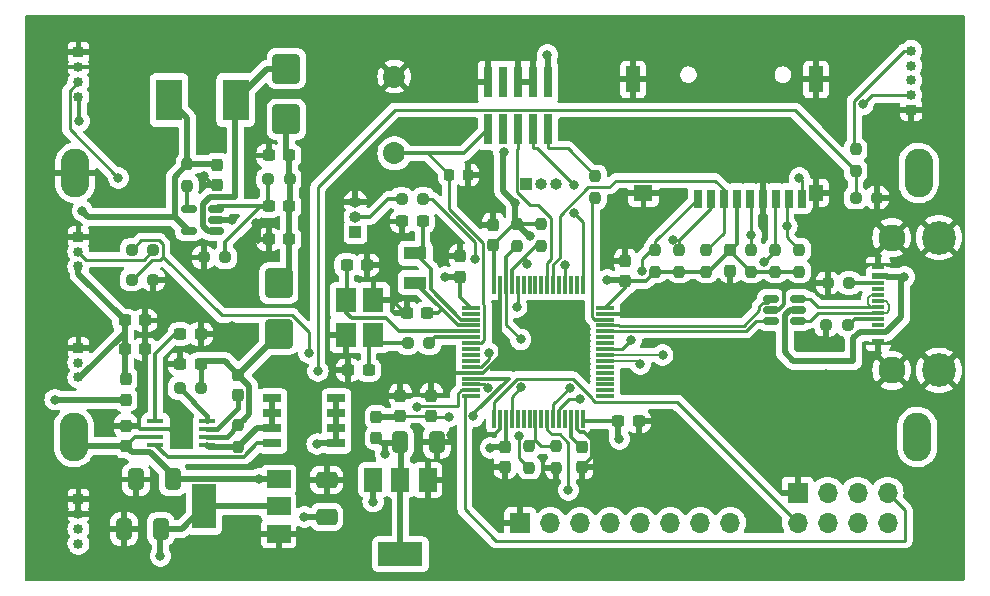
<source format=gbr>
%TF.GenerationSoftware,KiCad,Pcbnew,7.0.8*%
%TF.CreationDate,2023-10-22T12:25:57+02:00*%
%TF.ProjectId,Suspension_telemetry,53757370-656e-4736-996f-6e5f74656c65,rev?*%
%TF.SameCoordinates,Original*%
%TF.FileFunction,Copper,L1,Top*%
%TF.FilePolarity,Positive*%
%FSLAX46Y46*%
G04 Gerber Fmt 4.6, Leading zero omitted, Abs format (unit mm)*
G04 Created by KiCad (PCBNEW 7.0.8) date 2023-10-22 12:25:57*
%MOMM*%
%LPD*%
G01*
G04 APERTURE LIST*
G04 Aperture macros list*
%AMRoundRect*
0 Rectangle with rounded corners*
0 $1 Rounding radius*
0 $2 $3 $4 $5 $6 $7 $8 $9 X,Y pos of 4 corners*
0 Add a 4 corners polygon primitive as box body*
4,1,4,$2,$3,$4,$5,$6,$7,$8,$9,$2,$3,0*
0 Add four circle primitives for the rounded corners*
1,1,$1+$1,$2,$3*
1,1,$1+$1,$4,$5*
1,1,$1+$1,$6,$7*
1,1,$1+$1,$8,$9*
0 Add four rect primitives between the rounded corners*
20,1,$1+$1,$2,$3,$4,$5,0*
20,1,$1+$1,$4,$5,$6,$7,0*
20,1,$1+$1,$6,$7,$8,$9,0*
20,1,$1+$1,$8,$9,$2,$3,0*%
G04 Aperture macros list end*
%TA.AperFunction,ComponentPad*%
%ADD10R,0.850000X0.850000*%
%TD*%
%TA.AperFunction,ComponentPad*%
%ADD11C,0.850000*%
%TD*%
%TA.AperFunction,SMDPad,CuDef*%
%ADD12RoundRect,0.237500X0.237500X-0.250000X0.237500X0.250000X-0.237500X0.250000X-0.237500X-0.250000X0*%
%TD*%
%TA.AperFunction,SMDPad,CuDef*%
%ADD13RoundRect,0.250000X0.650000X-0.412500X0.650000X0.412500X-0.650000X0.412500X-0.650000X-0.412500X0*%
%TD*%
%TA.AperFunction,SMDPad,CuDef*%
%ADD14RoundRect,0.237500X0.237500X-0.287500X0.237500X0.287500X-0.237500X0.287500X-0.237500X-0.287500X0*%
%TD*%
%TA.AperFunction,SMDPad,CuDef*%
%ADD15RoundRect,0.250000X0.900000X-1.000000X0.900000X1.000000X-0.900000X1.000000X-0.900000X-1.000000X0*%
%TD*%
%TA.AperFunction,SMDPad,CuDef*%
%ADD16RoundRect,0.237500X-0.237500X0.250000X-0.237500X-0.250000X0.237500X-0.250000X0.237500X0.250000X0*%
%TD*%
%TA.AperFunction,SMDPad,CuDef*%
%ADD17RoundRect,0.237500X-0.250000X-0.237500X0.250000X-0.237500X0.250000X0.237500X-0.250000X0.237500X0*%
%TD*%
%TA.AperFunction,SMDPad,CuDef*%
%ADD18RoundRect,0.237500X0.250000X0.237500X-0.250000X0.237500X-0.250000X-0.237500X0.250000X-0.237500X0*%
%TD*%
%TA.AperFunction,SMDPad,CuDef*%
%ADD19R,1.400000X0.450000*%
%TD*%
%TA.AperFunction,SMDPad,CuDef*%
%ADD20RoundRect,0.237500X-0.237500X0.300000X-0.237500X-0.300000X0.237500X-0.300000X0.237500X0.300000X0*%
%TD*%
%TA.AperFunction,SMDPad,CuDef*%
%ADD21R,1.500000X2.000000*%
%TD*%
%TA.AperFunction,SMDPad,CuDef*%
%ADD22R,3.800000X2.000000*%
%TD*%
%TA.AperFunction,SMDPad,CuDef*%
%ADD23RoundRect,0.150000X0.512500X0.150000X-0.512500X0.150000X-0.512500X-0.150000X0.512500X-0.150000X0*%
%TD*%
%TA.AperFunction,SMDPad,CuDef*%
%ADD24R,1.800000X2.100000*%
%TD*%
%TA.AperFunction,SMDPad,CuDef*%
%ADD25R,2.260600X3.505200*%
%TD*%
%TA.AperFunction,SMDPad,CuDef*%
%ADD26RoundRect,0.237500X0.237500X-0.300000X0.237500X0.300000X-0.237500X0.300000X-0.237500X-0.300000X0*%
%TD*%
%TA.AperFunction,SMDPad,CuDef*%
%ADD27RoundRect,0.250000X-0.412500X-0.650000X0.412500X-0.650000X0.412500X0.650000X-0.412500X0.650000X0*%
%TD*%
%TA.AperFunction,ComponentPad*%
%ADD28R,1.700000X1.700000*%
%TD*%
%TA.AperFunction,ComponentPad*%
%ADD29O,1.700000X1.700000*%
%TD*%
%TA.AperFunction,SMDPad,CuDef*%
%ADD30R,1.900000X1.100000*%
%TD*%
%TA.AperFunction,SMDPad,CuDef*%
%ADD31RoundRect,0.237500X0.300000X0.237500X-0.300000X0.237500X-0.300000X-0.237500X0.300000X-0.237500X0*%
%TD*%
%TA.AperFunction,SMDPad,CuDef*%
%ADD32R,0.700000X1.600000*%
%TD*%
%TA.AperFunction,SMDPad,CuDef*%
%ADD33R,1.200000X1.400000*%
%TD*%
%TA.AperFunction,SMDPad,CuDef*%
%ADD34R,1.600000X1.400000*%
%TD*%
%TA.AperFunction,SMDPad,CuDef*%
%ADD35R,1.200000X2.200000*%
%TD*%
%TA.AperFunction,ComponentPad*%
%ADD36C,1.860000*%
%TD*%
%TA.AperFunction,SMDPad,CuDef*%
%ADD37RoundRect,0.075000X-0.700000X-0.075000X0.700000X-0.075000X0.700000X0.075000X-0.700000X0.075000X0*%
%TD*%
%TA.AperFunction,SMDPad,CuDef*%
%ADD38RoundRect,0.075000X-0.075000X-0.700000X0.075000X-0.700000X0.075000X0.700000X-0.075000X0.700000X0*%
%TD*%
%TA.AperFunction,SMDPad,CuDef*%
%ADD39RoundRect,0.225000X-0.225000X-0.250000X0.225000X-0.250000X0.225000X0.250000X-0.225000X0.250000X0*%
%TD*%
%TA.AperFunction,SMDPad,CuDef*%
%ADD40RoundRect,0.237500X-0.300000X-0.237500X0.300000X-0.237500X0.300000X0.237500X-0.300000X0.237500X0*%
%TD*%
%TA.AperFunction,ComponentPad*%
%ADD41R,1.000000X1.000000*%
%TD*%
%TA.AperFunction,ComponentPad*%
%ADD42O,1.000000X1.000000*%
%TD*%
%TA.AperFunction,SMDPad,CuDef*%
%ADD43R,2.000000X1.500000*%
%TD*%
%TA.AperFunction,SMDPad,CuDef*%
%ADD44R,2.000000X3.800000*%
%TD*%
%TA.AperFunction,SMDPad,CuDef*%
%ADD45RoundRect,0.250000X0.412500X0.650000X-0.412500X0.650000X-0.412500X-0.650000X0.412500X-0.650000X0*%
%TD*%
%TA.AperFunction,SMDPad,CuDef*%
%ADD46R,1.100000X0.600000*%
%TD*%
%TA.AperFunction,SMDPad,CuDef*%
%ADD47R,1.100000X0.300000*%
%TD*%
%TA.AperFunction,ComponentPad*%
%ADD48C,2.280000*%
%TD*%
%TA.AperFunction,ComponentPad*%
%ADD49C,2.850000*%
%TD*%
%TA.AperFunction,SMDPad,CuDef*%
%ADD50R,0.740000X2.600000*%
%TD*%
%TA.AperFunction,SMDPad,CuDef*%
%ADD51R,1.525000X0.700000*%
%TD*%
%TA.AperFunction,SMDPad,CuDef*%
%ADD52RoundRect,0.150000X-0.512500X-0.150000X0.512500X-0.150000X0.512500X0.150000X-0.512500X0.150000X0*%
%TD*%
%TA.AperFunction,ComponentPad*%
%ADD53O,2.400000X4.140000*%
%TD*%
%TA.AperFunction,ViaPad*%
%ADD54C,0.800000*%
%TD*%
%TA.AperFunction,Conductor*%
%ADD55C,0.250000*%
%TD*%
%TA.AperFunction,Conductor*%
%ADD56C,0.500000*%
%TD*%
%TA.AperFunction,Conductor*%
%ADD57C,0.300000*%
%TD*%
%TA.AperFunction,Conductor*%
%ADD58C,0.400000*%
%TD*%
%TA.AperFunction,Conductor*%
%ADD59C,0.203200*%
%TD*%
%TA.AperFunction,Conductor*%
%ADD60C,0.200000*%
%TD*%
G04 APERTURE END LIST*
D10*
%TO.P,J12,1,1*%
%TO.N,GND*%
X72566000Y-116623200D03*
D11*
%TO.P,J12,2,2*%
X72566000Y-117873200D03*
%TO.P,J12,3,3*%
%TO.N,ADC2_IN1*%
X72566000Y-119123200D03*
%TO.P,J12,4,4*%
%TO.N,+3.3VA*%
X72566000Y-120373200D03*
%TD*%
D12*
%TO.P,R22,1*%
%TO.N,Net-(J8-Pad2)*%
X110744000Y-113942500D03*
%TO.P,R22,2*%
%TO.N,ADC2_IN14*%
X110744000Y-112117500D03*
%TD*%
D13*
%TO.P,C9,1*%
%TO.N,/Power_Stabilizer_3_3V/V_in_P*%
X93573600Y-118110000D03*
%TO.P,C9,2*%
%TO.N,GND*%
X93573600Y-114985000D03*
%TD*%
D14*
%TO.P,L2,1*%
%TO.N,+3.3V*%
X97790000Y-111415800D03*
%TO.P,L2,2*%
%TO.N,+3.3VA*%
X97790000Y-109665800D03*
%TD*%
D15*
%TO.P,D3,1,K*%
%TO.N,Net-(D2-A)*%
X89535000Y-102607000D03*
%TO.P,D3,2,A*%
%TO.N,Net-(D1-K)*%
X89535000Y-98307000D03*
%TD*%
D16*
%TO.P,R15,1*%
%TO.N,SDIO_D3*%
X123444000Y-95504000D03*
%TO.P,R15,2*%
%TO.N,+3.3V*%
X123444000Y-97329000D03*
%TD*%
D17*
%TO.P,R20,1*%
%TO.N,ADC3_IN0*%
X138355700Y-91084400D03*
%TO.P,R20,2*%
%TO.N,GND*%
X140180700Y-91084400D03*
%TD*%
D18*
%TO.P,R24,1*%
%TO.N,Net-(J11-Pad2)*%
X78890500Y-95504000D03*
%TO.P,R24,2*%
%TO.N,ADC2_IN13*%
X77065500Y-95504000D03*
%TD*%
D16*
%TO.P,R14,1*%
%TO.N,SDIO_CK*%
X129540000Y-95504000D03*
%TO.P,R14,2*%
%TO.N,+3.3V*%
X129540000Y-97329000D03*
%TD*%
%TO.P,R10,1*%
%TO.N,Net-(J5-SWDIO)*%
X116332000Y-89257500D03*
%TO.P,R10,2*%
%TO.N,SWDIO*%
X116332000Y-91082500D03*
%TD*%
D19*
%TO.P,IC1,1,SENSE*%
%TO.N,Net-(IC1-SENSE)*%
X83480000Y-111973000D03*
%TO.P,IC1,2,VDD*%
%TO.N,Net-(D2-A)*%
X83480000Y-111323000D03*
%TO.P,IC1,3,STAT1*%
%TO.N,Net-(D2-K)*%
X83480000Y-110673000D03*
%TO.P,IC1,4,EN*%
%TO.N,Net-(IC1-EN)*%
X83480000Y-110023000D03*
%TO.P,IC1,5,TIMER*%
%TO.N,Net-(IC1-TIMER)*%
X79080000Y-110023000D03*
%TO.P,IC1,6,VSS*%
%TO.N,GND*%
X79080000Y-110673000D03*
%TO.P,IC1,7,VBAT*%
%TO.N,/Power_Stabilizer_3_3V/V_in_P*%
X79080000Y-111323000D03*
%TO.P,IC1,8,DRV*%
%TO.N,Net-(IC1-DRV)*%
X79080000Y-111973000D03*
%TD*%
D20*
%TO.P,C25,1*%
%TO.N,+3.3V*%
X127762000Y-95530500D03*
%TO.P,C25,2*%
%TO.N,GND*%
X127762000Y-97255500D03*
%TD*%
D18*
%TO.P,R1,1*%
%TO.N,Net-(U2-FB)*%
X84986500Y-96139000D03*
%TO.P,R1,2*%
%TO.N,GND*%
X83161500Y-96139000D03*
%TD*%
D21*
%TO.P,U3,1,GND*%
%TO.N,GND*%
X102122000Y-114960000D03*
%TO.P,U3,2,VO*%
%TO.N,+3.3V*%
X99822000Y-114960000D03*
D22*
X99822000Y-121260000D03*
D21*
%TO.P,U3,3,VI*%
%TO.N,/Power_Stabilizer_3_3V/V_in_P*%
X97522000Y-114960000D03*
%TD*%
D23*
%TO.P,U2,1,SW*%
%TO.N,Net-(D1-A)*%
X84195500Y-93914000D03*
%TO.P,U2,2,GND*%
%TO.N,GND*%
X84195500Y-92964000D03*
%TO.P,U2,3,FB*%
%TO.N,Net-(U2-FB)*%
X84195500Y-92014000D03*
%TO.P,U2,4,EN*%
%TO.N,Net-(U2-EN)*%
X81920500Y-92014000D03*
%TO.P,U2,5,VIN*%
%TO.N,5V_USB*%
X81920500Y-93914000D03*
%TD*%
D24*
%TO.P,Y1,1,1*%
%TO.N,HSE_IN*%
X95243000Y-99769000D03*
%TO.P,Y1,2,2*%
%TO.N,GND*%
X95243000Y-102669000D03*
%TO.P,Y1,3,3*%
%TO.N,Net-(C19-Pad1)*%
X97543000Y-102669000D03*
%TO.P,Y1,4,4*%
%TO.N,GND*%
X97543000Y-99769000D03*
%TD*%
D20*
%TO.P,C14,1*%
%TO.N,+3.3V*%
X108686600Y-112142100D03*
%TO.P,C14,2*%
%TO.N,GND*%
X108686600Y-113867100D03*
%TD*%
D25*
%TO.P,L1,1,1*%
%TO.N,5V_USB*%
X80238600Y-82804000D03*
%TO.P,L1,2,2*%
%TO.N,Net-(D1-A)*%
X85877400Y-82804000D03*
%TD*%
D17*
%TO.P,R7,1*%
%TO.N,GND*%
X135866500Y-101854000D03*
%TO.P,R7,2*%
%TO.N,CC1*%
X137691500Y-101854000D03*
%TD*%
%TO.P,R6,1*%
%TO.N,GND*%
X135993500Y-98298000D03*
%TO.P,R6,2*%
%TO.N,CC2*%
X137818500Y-98298000D03*
%TD*%
D26*
%TO.P,C12,1*%
%TO.N,+3.3V*%
X118872000Y-98144500D03*
%TO.P,C12,2*%
%TO.N,GND*%
X118872000Y-96419500D03*
%TD*%
D27*
%TO.P,C8,1*%
%TO.N,+3.3V*%
X99783500Y-111760000D03*
%TO.P,C8,2*%
%TO.N,GND*%
X102908500Y-111760000D03*
%TD*%
D16*
%TO.P,R2,1*%
%TO.N,5V_USB*%
X81788000Y-88241500D03*
%TO.P,R2,2*%
%TO.N,Net-(U2-EN)*%
X81788000Y-90066500D03*
%TD*%
D28*
%TO.P,J6,1,Pin_1*%
%TO.N,GND*%
X109982000Y-118618000D03*
D29*
%TO.P,J6,2,Pin_2*%
%TO.N,+3.3V*%
X112522000Y-118618000D03*
%TO.P,J6,3,Pin_3*%
%TO.N,unconnected-(J6-Pin_3-Pad3)*%
X115062000Y-118618000D03*
%TO.P,J6,4,Pin_4*%
%TO.N,unconnected-(J6-Pin_4-Pad4)*%
X117602000Y-118618000D03*
%TO.P,J6,5,Pin_5*%
%TO.N,unconnected-(J6-Pin_5-Pad5)*%
X120142000Y-118618000D03*
%TO.P,J6,6,Pin_6*%
%TO.N,unconnected-(J6-Pin_6-Pad6)*%
X122682000Y-118618000D03*
%TO.P,J6,7,Pin_7*%
%TO.N,I2C1_SDA*%
X125222000Y-118618000D03*
%TO.P,J6,8,Pin_8*%
%TO.N,I2C1_SCL*%
X127762000Y-118618000D03*
%TD*%
D16*
%TO.P,R17,1*%
%TO.N,SDIO_D0*%
X131572000Y-95504000D03*
%TO.P,R17,2*%
%TO.N,+3.3V*%
X131572000Y-97329000D03*
%TD*%
D20*
%TO.P,C1,1*%
%TO.N,5V_USB*%
X84328000Y-88291500D03*
%TO.P,C1,2*%
%TO.N,GND*%
X84328000Y-90016500D03*
%TD*%
D17*
%TO.P,R23,1*%
%TO.N,ADC2_IN13*%
X77065500Y-98014000D03*
%TO.P,R23,2*%
%TO.N,GND*%
X78890500Y-98014000D03*
%TD*%
D26*
%TO.P,C18,1*%
%TO.N,+3.3VA*%
X102451000Y-109553000D03*
%TO.P,C18,2*%
%TO.N,GND*%
X102451000Y-107828000D03*
%TD*%
D14*
%TO.P,D2,1,K*%
%TO.N,Net-(D2-K)*%
X86106000Y-107809000D03*
%TO.P,D2,2,A*%
%TO.N,Net-(D2-A)*%
X86106000Y-106059000D03*
%TD*%
D30*
%TO.P,Y2,1,1*%
%TO.N,RCC_32_IN*%
X101092000Y-95778000D03*
%TO.P,Y2,2,2*%
%TO.N,RCC_32_OUT*%
X101092000Y-98278000D03*
%TD*%
D31*
%TO.P,C24,1*%
%TO.N,RCC_32_OUT*%
X102081500Y-100838000D03*
%TO.P,C24,2*%
%TO.N,GND*%
X100356500Y-100838000D03*
%TD*%
D26*
%TO.P,C6,1*%
%TO.N,/Power_Stabilizer_3_3V/V_in_P*%
X76581000Y-112114500D03*
%TO.P,C6,2*%
%TO.N,GND*%
X76581000Y-110389500D03*
%TD*%
D31*
%TO.P,C2,1*%
%TO.N,Net-(D1-K)*%
X90397500Y-87503000D03*
%TO.P,C2,2*%
%TO.N,GND*%
X88672500Y-87503000D03*
%TD*%
D32*
%TO.P,J3,1,DAT2*%
%TO.N,SDIO_D2*%
X125004000Y-91161000D03*
%TO.P,J3,2,CD/DAT3*%
%TO.N,SDIO_D3*%
X126104000Y-91161000D03*
%TO.P,J3,3,CMD*%
%TO.N,SDIO_CMD*%
X127204000Y-91161000D03*
%TO.P,J3,4,VDD*%
%TO.N,+3.3V*%
X128304000Y-91161000D03*
%TO.P,J3,5,CLK*%
%TO.N,SDIO_CK*%
X129404000Y-91161000D03*
%TO.P,J3,6,VSS*%
%TO.N,GND*%
X130504000Y-91161000D03*
%TO.P,J3,7,DAT0*%
%TO.N,SDIO_D0*%
X131604000Y-91161000D03*
%TO.P,J3,8,DAT1*%
%TO.N,SDIO_D1*%
X132704000Y-91161000D03*
%TO.P,J3,CD1,CARD_DETECTION*%
%TO.N,SD_detection*%
X133804000Y-91161000D03*
D33*
%TO.P,J3,G1,GROUND*%
%TO.N,GND*%
X135004000Y-90661000D03*
D34*
%TO.P,J3,MP1,MP1*%
X120404000Y-90661000D03*
D35*
%TO.P,J3,MP2,MP2*%
X119504000Y-81061000D03*
%TO.P,J3,MP3,MP3*%
X135004000Y-81061000D03*
%TD*%
D16*
%TO.P,R13,1*%
%TO.N,SDIO_CMD*%
X125730000Y-95504000D03*
%TO.P,R13,2*%
%TO.N,+3.3V*%
X125730000Y-97329000D03*
%TD*%
D17*
%TO.P,R4,1*%
%TO.N,Net-(IC1-EN)*%
X81129500Y-107188000D03*
%TO.P,R4,2*%
%TO.N,Net-(D2-A)*%
X82954500Y-107188000D03*
%TD*%
D36*
%TO.P,S1,1,NO*%
%TO.N,NRST*%
X99314000Y-87324000D03*
%TO.P,S1,2,COM*%
%TO.N,GND*%
X99314000Y-80824000D03*
%TD*%
D14*
%TO.P,L3,1*%
%TO.N,+5V*%
X76581000Y-108176000D03*
%TO.P,L3,2*%
%TO.N,+5VA*%
X76581000Y-106426000D03*
%TD*%
D26*
%TO.P,C13,1*%
%TO.N,+3.3V*%
X107696000Y-95096500D03*
%TO.P,C13,2*%
%TO.N,GND*%
X107696000Y-93371500D03*
%TD*%
D37*
%TO.P,U1,1,VBAT*%
%TO.N,+3.3V*%
X105831000Y-100390000D03*
%TO.P,U1,2,PC13*%
%TO.N,unconnected-(U1-PC13-Pad2)*%
X105831000Y-100890000D03*
%TO.P,U1,3,PC14*%
%TO.N,RCC_32_IN*%
X105831000Y-101390000D03*
%TO.P,U1,4,PC15*%
%TO.N,RCC_32_OUT*%
X105831000Y-101890000D03*
%TO.P,U1,5,PH0*%
%TO.N,HSE_IN*%
X105831000Y-102390000D03*
%TO.P,U1,6,PH1*%
%TO.N,HSE_OUT*%
X105831000Y-102890000D03*
%TO.P,U1,7,NRST*%
%TO.N,NRST*%
X105831000Y-103390000D03*
%TO.P,U1,8,PC0*%
%TO.N,unconnected-(U1-PC0-Pad8)*%
X105831000Y-103890000D03*
%TO.P,U1,9,PC1*%
%TO.N,unconnected-(U1-PC1-Pad9)*%
X105831000Y-104390000D03*
%TO.P,U1,10,PC2*%
%TO.N,unconnected-(U1-PC2-Pad10)*%
X105831000Y-104890000D03*
%TO.P,U1,11,PC3*%
%TO.N,ADC2_IN13*%
X105831000Y-105390000D03*
%TO.P,U1,12,VSSA*%
%TO.N,GND*%
X105831000Y-105890000D03*
%TO.P,U1,13,VDDA*%
%TO.N,+3.3VA*%
X105831000Y-106390000D03*
%TO.P,U1,14,PA0*%
%TO.N,ADC3_IN0*%
X105831000Y-106890000D03*
%TO.P,U1,15,PA1*%
%TO.N,ADC2_IN1*%
X105831000Y-107390000D03*
%TO.P,U1,16,PA2*%
%TO.N,USART_TX*%
X105831000Y-107890000D03*
D38*
%TO.P,U1,17,PA3*%
%TO.N,USART_RX*%
X107756000Y-109815000D03*
%TO.P,U1,18,VSS*%
%TO.N,GND*%
X108256000Y-109815000D03*
%TO.P,U1,19,VDD*%
%TO.N,+3.3V*%
X108756000Y-109815000D03*
%TO.P,U1,20,PA4*%
%TO.N,ADC2_IN4*%
X109256000Y-109815000D03*
%TO.P,U1,21,PA5*%
%TO.N,PA5*%
X109756000Y-109815000D03*
%TO.P,U1,22,PA6*%
%TO.N,unconnected-(U1-PA6-Pad22)*%
X110256000Y-109815000D03*
%TO.P,U1,23,PA7*%
%TO.N,unconnected-(U1-PA7-Pad23)*%
X110756000Y-109815000D03*
%TO.P,U1,24,PC4*%
%TO.N,ADC2_IN14*%
X111256000Y-109815000D03*
%TO.P,U1,25,PC5*%
%TO.N,unconnected-(U1-PC5-Pad25)*%
X111756000Y-109815000D03*
%TO.P,U1,26,PB0*%
%TO.N,ESP8266_CH_PD*%
X112256000Y-109815000D03*
%TO.P,U1,27,PB1*%
%TO.N,SDIO_D2*%
X112756000Y-109815000D03*
%TO.P,U1,28,PB2*%
%TO.N,SDIO_CK*%
X113256000Y-109815000D03*
%TO.P,U1,29,PB10*%
%TO.N,unconnected-(U1-PB10-Pad29)*%
X113756000Y-109815000D03*
%TO.P,U1,30,VCAP_1*%
%TO.N,Net-(U1-VCAP_1)*%
X114256000Y-109815000D03*
%TO.P,U1,31,VSS*%
%TO.N,GND*%
X114756000Y-109815000D03*
%TO.P,U1,32,VDD*%
%TO.N,+3.3V*%
X115256000Y-109815000D03*
D37*
%TO.P,U1,33,PB12*%
%TO.N,unconnected-(U1-PB12-Pad33)*%
X117181000Y-107890000D03*
%TO.P,U1,34,PB13*%
%TO.N,unconnected-(U1-PB13-Pad34)*%
X117181000Y-107390000D03*
%TO.P,U1,35,PB14*%
%TO.N,unconnected-(U1-PB14-Pad35)*%
X117181000Y-106890000D03*
%TO.P,U1,36,PB15*%
%TO.N,unconnected-(U1-PB15-Pad36)*%
X117181000Y-106390000D03*
%TO.P,U1,37,PC6*%
%TO.N,unconnected-(U1-PC6-Pad37)*%
X117181000Y-105890000D03*
%TO.P,U1,38,PC7*%
%TO.N,unconnected-(U1-PC7-Pad38)*%
X117181000Y-105390000D03*
%TO.P,U1,39,PC8*%
%TO.N,SDIO_D0*%
X117181000Y-104890000D03*
%TO.P,U1,40,PC9*%
%TO.N,SDIO_D1*%
X117181000Y-104390000D03*
%TO.P,U1,41,PA8*%
%TO.N,SD_detection*%
X117181000Y-103890000D03*
%TO.P,U1,42,PA9*%
%TO.N,unconnected-(U1-PA9-Pad42)*%
X117181000Y-103390000D03*
%TO.P,U1,43,PA10*%
%TO.N,unconnected-(U1-PA10-Pad43)*%
X117181000Y-102890000D03*
%TO.P,U1,44,PA11*%
%TO.N,USB_OTG_FS_D-*%
X117181000Y-102390000D03*
%TO.P,U1,45,PA12*%
%TO.N,USB_OTG_FS_D+*%
X117181000Y-101890000D03*
%TO.P,U1,46,PA13*%
%TO.N,SWDIO*%
X117181000Y-101390000D03*
%TO.P,U1,47,VSS*%
%TO.N,GND*%
X117181000Y-100890000D03*
%TO.P,U1,48,VDD*%
%TO.N,+3.3V*%
X117181000Y-100390000D03*
D38*
%TO.P,U1,49,PA14*%
%TO.N,SWDCLK*%
X115256000Y-98465000D03*
%TO.P,U1,50,PA15*%
%TO.N,unconnected-(U1-PA15-Pad50)*%
X114756000Y-98465000D03*
%TO.P,U1,51,PC10*%
%TO.N,unconnected-(U1-PC10-Pad51)*%
X114256000Y-98465000D03*
%TO.P,U1,52,PC11*%
%TO.N,SDIO_D3*%
X113756000Y-98465000D03*
%TO.P,U1,53,PC12*%
%TO.N,unconnected-(U1-PC12-Pad53)*%
X113256000Y-98465000D03*
%TO.P,U1,54,PD2*%
%TO.N,SDIO_CMD*%
X112756000Y-98465000D03*
%TO.P,U1,55,PB3*%
%TO.N,SWO*%
X112256000Y-98465000D03*
%TO.P,U1,56,PB4*%
%TO.N,unconnected-(U1-PB4-Pad56)*%
X111756000Y-98465000D03*
%TO.P,U1,57,PB5*%
%TO.N,unconnected-(U1-PB5-Pad57)*%
X111256000Y-98465000D03*
%TO.P,U1,58,PB6*%
%TO.N,unconnected-(U1-PB6-Pad58)*%
X110756000Y-98465000D03*
%TO.P,U1,59,PB7*%
%TO.N,unconnected-(U1-PB7-Pad59)*%
X110256000Y-98465000D03*
%TO.P,U1,60,BOOT0*%
%TO.N,BOOT*%
X109756000Y-98465000D03*
%TO.P,U1,61,PB8*%
%TO.N,I2C1_SCL*%
X109256000Y-98465000D03*
%TO.P,U1,62,PB9*%
%TO.N,I2C1_SDA*%
X108756000Y-98465000D03*
%TO.P,U1,63,VSS*%
%TO.N,GND*%
X108256000Y-98465000D03*
%TO.P,U1,64,VDD*%
%TO.N,+3.3V*%
X107756000Y-98465000D03*
%TD*%
D39*
%TO.P,C21,1*%
%TO.N,NRST*%
X103974600Y-89154000D03*
%TO.P,C21,2*%
%TO.N,GND*%
X105524600Y-89154000D03*
%TD*%
D40*
%TO.P,C15,1*%
%TO.N,+3.3V*%
X118275000Y-110000000D03*
%TO.P,C15,2*%
%TO.N,GND*%
X120000000Y-110000000D03*
%TD*%
D41*
%TO.P,J10,1,Pin_1*%
%TO.N,+3.3VA*%
X110490000Y-89916000D03*
D42*
%TO.P,J10,2,Pin_2*%
%TO.N,Net-(J10-Pin_2)*%
X111760000Y-89916000D03*
%TO.P,J10,3,Pin_3*%
%TO.N,+5VA*%
X113030000Y-89916000D03*
%TD*%
D18*
%TO.P,R3,1*%
%TO.N,Net-(D1-K)*%
X90447500Y-89535000D03*
%TO.P,R3,2*%
%TO.N,Net-(U2-FB)*%
X88622500Y-89535000D03*
%TD*%
D16*
%TO.P,R19,1*%
%TO.N,Net-(J7-Pad5)*%
X138379200Y-86995000D03*
%TO.P,R19,2*%
%TO.N,ADC3_IN0*%
X138379200Y-88820000D03*
%TD*%
D31*
%TO.P,C5,1*%
%TO.N,Net-(D2-A)*%
X82904500Y-105156000D03*
%TO.P,C5,2*%
%TO.N,GND*%
X81179500Y-105156000D03*
%TD*%
D16*
%TO.P,R16,1*%
%TO.N,SDIO_D2*%
X121412000Y-95504000D03*
%TO.P,R16,2*%
%TO.N,+3.3V*%
X121412000Y-97329000D03*
%TD*%
D43*
%TO.P,U4,1,GND*%
%TO.N,GND*%
X89510000Y-119521000D03*
%TO.P,U4,2,VO*%
%TO.N,+5V*%
X89510000Y-117221000D03*
D44*
X83210000Y-117221000D03*
D43*
%TO.P,U4,3,VI*%
%TO.N,/Power_Stabilizer_3_3V/V_in_P*%
X89510000Y-114921000D03*
%TD*%
D31*
%TO.P,C19,1*%
%TO.N,Net-(C19-Pad1)*%
X97128500Y-105664000D03*
%TO.P,C19,2*%
%TO.N,GND*%
X95403500Y-105664000D03*
%TD*%
D12*
%TO.P,R12,1*%
%TO.N,I2C1_SDA*%
X109728000Y-95146500D03*
%TO.P,R12,2*%
%TO.N,+3.3V*%
X109728000Y-93321500D03*
%TD*%
D28*
%TO.P,J4,1,Pin_1*%
%TO.N,GND*%
X133461600Y-116058000D03*
D29*
%TO.P,J4,2,Pin_2*%
%TO.N,USART_RX*%
X133461600Y-118598000D03*
%TO.P,J4,3,Pin_3*%
%TO.N,unconnected-(J4-Pin_3-Pad3)*%
X136001600Y-116058000D03*
%TO.P,J4,4,Pin_4*%
%TO.N,ESP8266_CH_PD*%
X136001600Y-118598000D03*
%TO.P,J4,5,Pin_5*%
%TO.N,unconnected-(J4-Pin_5-Pad5)*%
X138541600Y-116058000D03*
%TO.P,J4,6,Pin_6*%
%TO.N,unconnected-(J4-Pin_6-Pad6)*%
X138541600Y-118598000D03*
%TO.P,J4,7,Pin_7*%
%TO.N,USART_TX*%
X141081600Y-116058000D03*
%TO.P,J4,8,Pin_8*%
%TO.N,+3.3V*%
X141081600Y-118598000D03*
%TD*%
D31*
%TO.P,C4,1*%
%TO.N,Net-(D1-K)*%
X90397500Y-94615000D03*
%TO.P,C4,2*%
%TO.N,GND*%
X88672500Y-94615000D03*
%TD*%
D16*
%TO.P,R18,1*%
%TO.N,SDIO_D1*%
X133604000Y-95504000D03*
%TO.P,R18,2*%
%TO.N,+3.3V*%
X133604000Y-97329000D03*
%TD*%
D31*
%TO.P,C3,1*%
%TO.N,Net-(D1-K)*%
X90397500Y-91821000D03*
%TO.P,C3,2*%
%TO.N,Net-(U2-FB)*%
X88672500Y-91821000D03*
%TD*%
D40*
%TO.P,C26,1*%
%TO.N,+5VA*%
X76480500Y-103886000D03*
%TO.P,C26,2*%
%TO.N,GND*%
X78205500Y-103886000D03*
%TD*%
D45*
%TO.P,C10,1*%
%TO.N,/Power_Stabilizer_3_3V/V_in_P*%
X80556500Y-114935000D03*
%TO.P,C10,2*%
%TO.N,GND*%
X77431500Y-114935000D03*
%TD*%
D46*
%TO.P,J1,A1,GND_1*%
%TO.N,GND*%
X140272000Y-103276000D03*
%TO.P,J1,A4,VBUS_1*%
%TO.N,5V_USB*%
X140272000Y-102476000D03*
D47*
%TO.P,J1,A5,CC1*%
%TO.N,CC1*%
X140272000Y-101326000D03*
%TO.P,J1,A6,DP1*%
%TO.N,DATAP*%
X140272000Y-100326000D03*
%TO.P,J1,A7,DN1*%
%TO.N,DATAN*%
X140272000Y-99826000D03*
%TO.P,J1,A8,SBU1*%
%TO.N,unconnected-(J1-SBU1-PadA8)*%
X140272000Y-98826000D03*
D46*
%TO.P,J1,A9,VBUS_2*%
%TO.N,5V_USB*%
X140272000Y-97676000D03*
%TO.P,J1,A12,GND_2*%
%TO.N,GND*%
X140272000Y-96876000D03*
D47*
%TO.P,J1,B5,CC2*%
%TO.N,CC2*%
X140272000Y-98326000D03*
%TO.P,J1,B6,DP2*%
%TO.N,DATAP*%
X140272000Y-99326000D03*
%TO.P,J1,B7,DN2*%
%TO.N,DATAN*%
X140272000Y-100826000D03*
%TO.P,J1,B8,SBU2*%
%TO.N,unconnected-(J1-SBU2-PadB8)*%
X140272000Y-101826000D03*
D48*
%TO.P,J1,MH1,MH1*%
%TO.N,GND*%
X141422000Y-105696000D03*
%TO.P,J1,MH2,MH2*%
X141422000Y-94456000D03*
D49*
%TO.P,J1,MH3,MH3*%
X145422000Y-105696000D03*
%TO.P,J1,MH4,MH4*%
X145422000Y-94456000D03*
%TD*%
D18*
%TO.P,R8,1*%
%TO.N,HSE_OUT*%
X102258500Y-103378000D03*
%TO.P,R8,2*%
%TO.N,Net-(C19-Pad1)*%
X100433500Y-103378000D03*
%TD*%
D40*
%TO.P,C7,1*%
%TO.N,Net-(IC1-TIMER)*%
X81179500Y-102616000D03*
%TO.P,C7,2*%
%TO.N,GND*%
X82904500Y-102616000D03*
%TD*%
D26*
%TO.P,C17,1*%
%TO.N,+3.3VA*%
X99822000Y-109574500D03*
%TO.P,C17,2*%
%TO.N,GND*%
X99822000Y-107849500D03*
%TD*%
D12*
%TO.P,R11,1*%
%TO.N,I2C1_SCL*%
X111760000Y-95146500D03*
%TO.P,R11,2*%
%TO.N,+3.3V*%
X111760000Y-93321500D03*
%TD*%
D31*
%TO.P,C23,1*%
%TO.N,RCC_32_IN*%
X101700500Y-93091000D03*
%TO.P,C23,2*%
%TO.N,GND*%
X99975500Y-93091000D03*
%TD*%
D16*
%TO.P,R5,1*%
%TO.N,Net-(D2-A)*%
X86106000Y-110339500D03*
%TO.P,R5,2*%
%TO.N,Net-(IC1-SENSE)*%
X86106000Y-112164500D03*
%TD*%
D41*
%TO.P,J2,1,Pin_1*%
%TO.N,+3.3V*%
X96012000Y-93980000D03*
D42*
%TO.P,J2,2,Pin_2*%
%TO.N,Net-(J2-Pin_2)*%
X96012000Y-92710000D03*
%TO.P,J2,3,Pin_3*%
%TO.N,GND*%
X96012000Y-91440000D03*
%TD*%
D45*
%TO.P,C11,1*%
%TO.N,+5V*%
X79540500Y-119126000D03*
%TO.P,C11,2*%
%TO.N,GND*%
X76415500Y-119126000D03*
%TD*%
D40*
%TO.P,C27,1*%
%TO.N,+5VA*%
X76480500Y-101473000D03*
%TO.P,C27,2*%
%TO.N,GND*%
X78205500Y-101473000D03*
%TD*%
D10*
%TO.P,J8,1,1*%
%TO.N,GND*%
X72566000Y-103786200D03*
D11*
%TO.P,J8,2,2*%
%TO.N,Net-(J8-Pad2)*%
X72566000Y-105036200D03*
%TO.P,J8,3,3*%
%TO.N,+5VA*%
X72566000Y-106286200D03*
%TD*%
D26*
%TO.P,C16,1*%
%TO.N,+3.3V*%
X104902000Y-97763500D03*
%TO.P,C16,2*%
%TO.N,GND*%
X104902000Y-96038500D03*
%TD*%
D16*
%TO.P,R21,1*%
%TO.N,ADC2_IN14*%
X113030000Y-112117500D03*
%TO.P,R21,2*%
%TO.N,GND*%
X113030000Y-113942500D03*
%TD*%
D15*
%TO.P,D1,1,K*%
%TO.N,Net-(D1-K)*%
X90170000Y-84446000D03*
%TO.P,D1,2,A*%
%TO.N,Net-(D1-A)*%
X90170000Y-80146000D03*
%TD*%
D50*
%TO.P,J5,1,VTref*%
%TO.N,+3.3V*%
X112320000Y-81280000D03*
%TO.P,J5,2,SWDIO*%
%TO.N,Net-(J5-SWDIO)*%
X112320000Y-85280000D03*
%TO.P,J5,3,GND*%
%TO.N,GND*%
X111050000Y-81280000D03*
%TO.P,J5,4,SWDCLK*%
%TO.N,SWDCLK*%
X111050000Y-85280000D03*
%TO.P,J5,5,GND*%
%TO.N,GND*%
X109780000Y-81280000D03*
%TO.P,J5,6,SWO/EXTa*%
%TO.N,SWO*%
X109780000Y-85280000D03*
%TO.P,J5,7,KEY*%
%TO.N,unconnected-(J5-KEY-Pad7)*%
X108510000Y-81280000D03*
%TO.P,J5,8,NC/EXTb*%
%TO.N,unconnected-(J5-NC{slash}EXTb-Pad8)*%
X108510000Y-85280000D03*
%TO.P,J5,9,GNDDEt*%
%TO.N,GND*%
X107240000Y-81280000D03*
%TO.P,J5,10,nRESET*%
%TO.N,NRST*%
X107240000Y-85280000D03*
%TD*%
D51*
%TO.P,Q1,1,S_1*%
%TO.N,Net-(IC1-SENSE)*%
X88982000Y-108077000D03*
%TO.P,Q1,2,S_2*%
X88982000Y-109347000D03*
%TO.P,Q1,3,S_3*%
X88982000Y-110617000D03*
%TO.P,Q1,4,G*%
%TO.N,Net-(IC1-DRV)*%
X88982000Y-111887000D03*
%TO.P,Q1,5,D_1*%
%TO.N,/Power_Stabilizer_3_3V/V_in_P*%
X94406000Y-111887000D03*
%TO.P,Q1,6,D_2*%
X94406000Y-110617000D03*
%TO.P,Q1,7,D_3*%
X94406000Y-109347000D03*
%TO.P,Q1,8,D_4*%
X94406000Y-108077000D03*
%TD*%
D17*
%TO.P,R9,1*%
%TO.N,Net-(J2-Pin_2)*%
X99925500Y-91186000D03*
%TO.P,R9,2*%
%TO.N,BOOT*%
X101750500Y-91186000D03*
%TD*%
D52*
%TO.P,U5,1,I/O1*%
%TO.N,USB_OTG_FS_D+*%
X131196500Y-99634000D03*
%TO.P,U5,2,GND*%
%TO.N,GND*%
X131196500Y-100584000D03*
%TO.P,U5,3,I/O2*%
%TO.N,USB_OTG_FS_D-*%
X131196500Y-101534000D03*
%TO.P,U5,4,I/O2*%
%TO.N,DATAN*%
X133471500Y-101534000D03*
%TO.P,U5,5,VBUS*%
%TO.N,5V_USB*%
X133471500Y-100584000D03*
%TO.P,U5,6,I/O1*%
%TO.N,DATAP*%
X133471500Y-99634000D03*
%TD*%
D10*
%TO.P,J9,1,1*%
%TO.N,GND*%
X72566000Y-78777200D03*
D11*
%TO.P,J9,2,2*%
X72566000Y-80027200D03*
%TO.P,J9,3,3*%
%TO.N,ADC2_IN4*%
X72566000Y-81277200D03*
%TO.P,J9,4,4*%
%TO.N,+3.3VA*%
X72566000Y-82527200D03*
%TD*%
D20*
%TO.P,C22,1*%
%TO.N,Net-(U1-VCAP_1)*%
X115189000Y-112167500D03*
%TO.P,C22,2*%
%TO.N,GND*%
X115189000Y-113892500D03*
%TD*%
D10*
%TO.P,J7,1,1*%
%TO.N,GND*%
X143080000Y-83645700D03*
D11*
%TO.P,J7,2,2*%
%TO.N,Net-(J10-Pin_2)*%
X143080000Y-82395700D03*
%TO.P,J7,3,3*%
%TO.N,I2C1_SCL*%
X143080000Y-81145700D03*
%TO.P,J7,4,4*%
%TO.N,I2C1_SDA*%
X143080000Y-79895700D03*
%TO.P,J7,5,5*%
%TO.N,Net-(J7-Pad5)*%
X143080000Y-78645700D03*
%TD*%
D40*
%TO.P,C20,1*%
%TO.N,HSE_IN*%
X95276500Y-96774000D03*
%TO.P,C20,2*%
%TO.N,GND*%
X97001500Y-96774000D03*
%TD*%
D10*
%TO.P,J11,1,1*%
%TO.N,GND*%
X72566000Y-94388200D03*
D11*
%TO.P,J11,2,2*%
%TO.N,Net-(J11-Pad2)*%
X72566000Y-95638200D03*
%TO.P,J11,3,3*%
%TO.N,+5VA*%
X72566000Y-96888200D03*
%TD*%
D53*
%TO.P,BT1,+*%
%TO.N,/Power_Stabilizer_3_3V/V_in_P*%
X72197000Y-111324000D03*
%TO.P,BT1,-*%
%TO.N,Net-(BT1-Pad-)*%
X143597000Y-111324000D03*
%TD*%
%TO.P,BT2,+*%
%TO.N,Net-(BT1-Pad-)*%
X143701000Y-88972000D03*
%TO.P,BT2,-*%
%TO.N,GND*%
X72301000Y-88972000D03*
%TD*%
D54*
%TO.N,SD_detection*%
X119380000Y-103124000D03*
X133604000Y-89408000D03*
%TO.N,/Power_Stabilizer_3_3V/V_in_P*%
X87858600Y-114871000D03*
X97510600Y-116814600D03*
X92760800Y-111937800D03*
X91694000Y-118110000D03*
%TO.N,GND*%
X83185000Y-89281000D03*
X103505000Y-93726000D03*
X85598000Y-92964000D03*
X135890000Y-103505000D03*
X104114600Y-111150400D03*
X135890000Y-106045000D03*
X87630000Y-93218000D03*
X122936000Y-91059000D03*
X106603800Y-111125000D03*
X78994000Y-89281000D03*
X122936000Y-88011000D03*
X105537000Y-91694000D03*
X85598000Y-98933000D03*
X98425000Y-94614200D03*
X85598000Y-101981000D03*
%TO.N,+3.3V*%
X108559600Y-87179500D03*
X103632000Y-97790000D03*
X109550200Y-91516200D03*
X98552000Y-112776000D03*
X118364000Y-111506000D03*
X117348000Y-98044000D03*
X107442000Y-112268000D03*
X112268000Y-78994000D03*
X110794800Y-94284800D03*
%TO.N,+5V*%
X79502000Y-121412000D03*
X70590023Y-108182023D03*
%TO.N,+3.3VA*%
X72644000Y-84582000D03*
X106007500Y-109601000D03*
X103936800Y-109626400D03*
%TO.N,SDIO_D2*%
X114151600Y-107173400D03*
X120314900Y-97282000D03*
%TO.N,SDIO_D3*%
X122936000Y-94616600D03*
X113759600Y-96739200D03*
%TO.N,SDIO_CK*%
X115065500Y-108137400D03*
X129540000Y-94234000D03*
%TO.N,SDIO_D0*%
X120142000Y-105156000D03*
X130643500Y-96515700D03*
%TO.N,SDIO_D1*%
X122036000Y-104394000D03*
X132540300Y-93472000D03*
%TO.N,ESP8266_CH_PD*%
X114046000Y-115824000D03*
%TO.N,SWDCLK*%
X114517300Y-90019800D03*
X114528900Y-92400000D03*
%TO.N,BOOT*%
X106121500Y-96266000D03*
X109673800Y-100336000D03*
%TO.N,I2C1_SDA*%
X110008000Y-103077800D03*
%TO.N,I2C1_SCL*%
X110576300Y-96671700D03*
%TO.N,Net-(J10-Pin_2)*%
X138991100Y-83175100D03*
%TO.N,Net-(J8-Pad2)*%
X109891900Y-111269400D03*
%TO.N,ADC2_IN4*%
X110059449Y-107125000D03*
X75946000Y-89408000D03*
%TO.N,ADC2_IN1*%
X101219000Y-108828500D03*
%TO.N,ADC3_IN0*%
X107204797Y-107153997D03*
X92837000Y-105760700D03*
%TO.N,ADC2_IN13*%
X107309700Y-104212000D03*
X92075000Y-104216200D03*
%TO.N,5V_USB*%
X142494000Y-97790000D03*
X72898000Y-92202000D03*
%TD*%
D55*
%TO.N,SD_detection*%
X118614000Y-103890000D02*
X117181000Y-103890000D01*
X119380000Y-103124000D02*
X118614000Y-103890000D01*
X133804000Y-89608000D02*
X133604000Y-89408000D01*
X133804000Y-91161000D02*
X133804000Y-89608000D01*
D56*
%TO.N,/Power_Stabilizer_3_3V/V_in_P*%
X76581000Y-112114500D02*
X77114500Y-112648000D01*
X94406000Y-109347000D02*
X94406000Y-108077000D01*
X94406000Y-111887000D02*
X92811600Y-111887000D01*
X94406000Y-111887000D02*
X94406000Y-110617000D01*
X89460000Y-114871000D02*
X89510000Y-114921000D01*
X76581000Y-112114500D02*
X72987500Y-112114500D01*
X80984500Y-114871000D02*
X87858600Y-114871000D01*
X77114500Y-112648000D02*
X78633500Y-112648000D01*
X78633500Y-112648000D02*
X80920500Y-114935000D01*
X91694000Y-118110000D02*
X93573600Y-118110000D01*
X72987500Y-112114500D02*
X72197000Y-111324000D01*
X80920500Y-114935000D02*
X80984500Y-114871000D01*
X94406000Y-110617000D02*
X94406000Y-109347000D01*
X97510600Y-114971400D02*
X97522000Y-114960000D01*
X87858600Y-114871000D02*
X89460000Y-114871000D01*
D57*
X77372500Y-111323000D02*
X76581000Y-112114500D01*
X79080000Y-111323000D02*
X77372500Y-111323000D01*
D56*
X97510600Y-116814600D02*
X97510600Y-114971400D01*
X92811600Y-111887000D02*
X92760800Y-111937800D01*
D57*
%TO.N,GND*%
X116014000Y-111624148D02*
X116014000Y-113067500D01*
X71120000Y-117856000D02*
X71137200Y-117873000D01*
X77724000Y-110617000D02*
X77780000Y-110673000D01*
D56*
X72566000Y-117873000D02*
X72566000Y-116623200D01*
D57*
X79080000Y-110673000D02*
X80716000Y-110673000D01*
X72566000Y-80027200D02*
X73769800Y-80027200D01*
D56*
X84195500Y-92964000D02*
X85598000Y-92964000D01*
D57*
X83920500Y-90016500D02*
X84328000Y-90016500D01*
D56*
X87783500Y-93371500D02*
X87630000Y-93218000D01*
D57*
X115004958Y-110940000D02*
X115329852Y-110940000D01*
X114756000Y-109815000D02*
X114756000Y-110691042D01*
X115329852Y-110940000D02*
X116014000Y-111624148D01*
X72566000Y-80027200D02*
X71264200Y-80027200D01*
X103886000Y-105918000D02*
X103914000Y-105890000D01*
X100203000Y-100838000D02*
X99314000Y-99949000D01*
X102451000Y-107828000D02*
X103881000Y-107828000D01*
X114756000Y-110691042D02*
X115004958Y-110940000D01*
X108256000Y-109815000D02*
X108256000Y-110691042D01*
D56*
X72566000Y-117873000D02*
X73642800Y-117873000D01*
D57*
X116014000Y-113067500D02*
X115189000Y-113892500D01*
D56*
X87783500Y-94742000D02*
X87783500Y-93371500D01*
D57*
X100356500Y-100838000D02*
X100203000Y-100838000D01*
X106603800Y-111125000D02*
X107822042Y-111125000D01*
X132334000Y-100109000D02*
X132334000Y-98679000D01*
X108256000Y-110691042D02*
X107822042Y-111125000D01*
X108256000Y-98465000D02*
X108256000Y-104482851D01*
X118820000Y-100890000D02*
X117181000Y-100890000D01*
X103881000Y-107828000D02*
X103886000Y-107823000D01*
X118872000Y-100838000D02*
X118820000Y-100890000D01*
X83185000Y-89281000D02*
X83920500Y-90016500D01*
X73769800Y-80027200D02*
X73787000Y-80010000D01*
X103914000Y-105890000D02*
X105831000Y-105890000D01*
X73642800Y-117873000D02*
X73660000Y-117856000D01*
D56*
X72566000Y-117873000D02*
X71137200Y-117873000D01*
D57*
X131859000Y-100584000D02*
X132334000Y-100109000D01*
X80716000Y-110673000D02*
X80772000Y-110617000D01*
X108256000Y-104482851D02*
X106848851Y-105890000D01*
X106848851Y-105890000D02*
X105831000Y-105890000D01*
X79080000Y-110673000D02*
X77780000Y-110673000D01*
X131196500Y-100584000D02*
X131859000Y-100584000D01*
X71264200Y-80027200D02*
X71247000Y-80010000D01*
D56*
%TO.N,Net-(D1-K)*%
X90397500Y-91821000D02*
X90397500Y-94615000D01*
X90447500Y-91771000D02*
X90397500Y-91821000D01*
X90397500Y-89485000D02*
X90447500Y-89535000D01*
X90397500Y-97444500D02*
X89535000Y-98307000D01*
X90447500Y-89535000D02*
X90447500Y-91771000D01*
X90397500Y-94615000D02*
X90397500Y-97444500D01*
X90170000Y-84446000D02*
X90170000Y-87275500D01*
X90170000Y-87275500D02*
X90397500Y-87503000D01*
X90397500Y-87503000D02*
X90397500Y-89485000D01*
D57*
%TO.N,Net-(U2-FB)*%
X87916339Y-91871000D02*
X84986500Y-94800839D01*
X84986500Y-94800839D02*
X84986500Y-96139000D01*
X84388500Y-91821000D02*
X84195500Y-92014000D01*
X88622500Y-89535000D02*
X88622500Y-91871000D01*
X88622500Y-91871000D02*
X87916339Y-91871000D01*
X88672500Y-91821000D02*
X84388500Y-91821000D01*
D56*
%TO.N,Net-(D2-A)*%
X87031000Y-109414000D02*
X87031000Y-106984000D01*
X88646000Y-102734000D02*
X88646000Y-103519000D01*
D55*
X82904500Y-104902000D02*
X82904500Y-105156000D01*
D56*
X82929500Y-104877000D02*
X82954500Y-104902000D01*
D55*
X82929500Y-104877000D02*
X82904500Y-104902000D01*
D56*
X87031000Y-106984000D02*
X86106000Y-106059000D01*
D58*
X82904500Y-105156000D02*
X82904500Y-107138000D01*
D55*
X86568500Y-109877000D02*
X86106000Y-110339500D01*
D56*
X84949000Y-104902000D02*
X86106000Y-106059000D01*
X88646000Y-103519000D02*
X86106000Y-106059000D01*
X82954500Y-104902000D02*
X84949000Y-104902000D01*
D58*
X82904500Y-107138000D02*
X82954500Y-107188000D01*
D56*
X86568500Y-109877000D02*
X87031000Y-109414000D01*
D58*
X85122500Y-111323000D02*
X86106000Y-110340000D01*
D56*
X86106000Y-110340000D02*
X86568500Y-109877000D01*
D58*
X83480000Y-111323000D02*
X85122500Y-111323000D01*
D57*
%TO.N,Net-(IC1-TIMER)*%
X79080000Y-104308000D02*
X79080000Y-110023000D01*
X80772000Y-102616000D02*
X79080000Y-104308000D01*
X81179500Y-102616000D02*
X80772000Y-102616000D01*
%TO.N,+3.3V*%
X109728000Y-93321500D02*
X111760000Y-93321500D01*
X128304000Y-94988500D02*
X128304000Y-91161000D01*
X108686600Y-112142100D02*
X108756000Y-112072700D01*
D56*
X107567900Y-112142100D02*
X108686600Y-112142100D01*
X99902100Y-111861600D02*
X99902100Y-114879900D01*
X107442000Y-112268000D02*
X107567900Y-112142100D01*
X108534200Y-90500200D02*
X108534200Y-87204900D01*
X98552000Y-111861600D02*
X98235800Y-111861600D01*
D57*
X125730000Y-97329000D02*
X123444000Y-97329000D01*
X104902000Y-99461000D02*
X105831000Y-100390000D01*
X127762000Y-95530500D02*
X128304000Y-94988500D01*
X127762000Y-95530500D02*
X127762000Y-95551000D01*
X121412000Y-97329000D02*
X123444000Y-97329000D01*
D56*
X109550200Y-93143700D02*
X109728000Y-93321500D01*
X98552000Y-111861600D02*
X98552000Y-112776000D01*
X118275000Y-110000000D02*
X118275000Y-111417000D01*
D57*
X127762000Y-95551000D02*
X129540000Y-97329000D01*
D56*
X110794800Y-94284800D02*
X110691300Y-94284800D01*
X109550200Y-91516200D02*
X109550200Y-93143700D01*
X109550200Y-91516200D02*
X108534200Y-90500200D01*
X104875500Y-97790000D02*
X104902000Y-97763500D01*
D57*
X118275000Y-110000000D02*
X115256000Y-110000000D01*
X107756000Y-95156500D02*
X107696000Y-95096500D01*
D56*
X118275000Y-111417000D02*
X118364000Y-111506000D01*
X117348000Y-98044000D02*
X118771500Y-98044000D01*
D55*
X112268000Y-78994000D02*
X112320000Y-79046000D01*
D56*
X99902100Y-114879900D02*
X99822000Y-114960000D01*
D57*
X125963500Y-97329000D02*
X127762000Y-95530500D01*
X120596000Y-98144500D02*
X121412000Y-97329000D01*
X107756000Y-98465000D02*
X107756000Y-95156500D01*
X131572000Y-97329000D02*
X133604000Y-97329000D01*
D56*
X98235800Y-111861600D02*
X97790000Y-111415800D01*
X99902100Y-111861600D02*
X98552000Y-111861600D01*
D57*
X108756000Y-112072700D02*
X108756000Y-109815000D01*
X107696000Y-95096500D02*
X109471000Y-93321500D01*
D56*
X103632000Y-97790000D02*
X104875500Y-97790000D01*
D55*
X109471000Y-93321500D02*
X109728000Y-93321500D01*
D56*
X108534200Y-87204900D02*
X108559600Y-87179500D01*
D57*
X118872000Y-98699000D02*
X117181000Y-100390000D01*
X129540000Y-97329000D02*
X131572000Y-97329000D01*
D59*
X118872000Y-98144500D02*
X118872000Y-98298000D01*
D57*
X104902000Y-97763500D02*
X104902000Y-99461000D01*
D56*
X99822000Y-121260000D02*
X99822000Y-114960000D01*
D57*
X125730000Y-97329000D02*
X125963500Y-97329000D01*
X118872000Y-98144500D02*
X118872000Y-98699000D01*
X118872000Y-98144500D02*
X118872000Y-98298000D01*
D56*
X112320000Y-79046000D02*
X112320000Y-81280000D01*
X118771500Y-98044000D02*
X118872000Y-98144500D01*
D57*
X118872000Y-98144500D02*
X120596000Y-98144500D01*
D56*
X110691300Y-94284800D02*
X109728000Y-93321500D01*
%TO.N,+5V*%
X70596046Y-108176000D02*
X76581000Y-108176000D01*
X81305000Y-119126000D02*
X83210000Y-117221000D01*
X79540500Y-119126000D02*
X81305000Y-119126000D01*
X79502000Y-121412000D02*
X79502000Y-119164500D01*
X89510000Y-117221000D02*
X83210000Y-117221000D01*
X79502000Y-119164500D02*
X79540500Y-119126000D01*
X70590023Y-108182023D02*
X70596046Y-108176000D01*
D57*
%TO.N,+3.3VA*%
X106007500Y-109411248D02*
X109028748Y-106390000D01*
X72644000Y-82605200D02*
X72566000Y-82527200D01*
X72577400Y-120384500D02*
X72566000Y-120373000D01*
X72644000Y-84582000D02*
X72644000Y-82605200D01*
D55*
X99822000Y-109574000D02*
X99822000Y-109574500D01*
D56*
X97790000Y-109665800D02*
X99730700Y-109665800D01*
D55*
X102524400Y-109626400D02*
X102451000Y-109553000D01*
X99843000Y-109553000D02*
X99822000Y-109574000D01*
X103936800Y-109626400D02*
X102524400Y-109626400D01*
X72577300Y-120384500D02*
X72566000Y-120373200D01*
D57*
X106007500Y-109601000D02*
X106007500Y-109411248D01*
D55*
X102451000Y-109553000D02*
X99843000Y-109553000D01*
X72577400Y-120384500D02*
X72577300Y-120384500D01*
D56*
X99730700Y-109665800D02*
X99822000Y-109574500D01*
D57*
X109028748Y-106390000D02*
X105831000Y-106390000D01*
D55*
%TO.N,NRST*%
X106931000Y-100149314D02*
X106931000Y-103130686D01*
D57*
X99314000Y-87324000D02*
X105196000Y-87324000D01*
D55*
X106857800Y-100076114D02*
X106931000Y-100149314D01*
X103974600Y-92019956D02*
X106857800Y-94903156D01*
X106931000Y-103130686D02*
X106671686Y-103390000D01*
X103974600Y-89154000D02*
X103974600Y-92019956D01*
X99314000Y-87324000D02*
X102144600Y-87324000D01*
X102144600Y-87324000D02*
X103974600Y-89154000D01*
X106857800Y-94903156D02*
X106857800Y-100076114D01*
X106671686Y-103390000D02*
X105831000Y-103390000D01*
D57*
X105196000Y-87324000D02*
X107240000Y-85280000D01*
%TO.N,HSE_IN*%
X95693000Y-101269000D02*
X98602000Y-101269000D01*
X95243000Y-100819000D02*
X95693000Y-101269000D01*
X99723000Y-102390000D02*
X105831000Y-102390000D01*
X98602000Y-101269000D02*
X99723000Y-102390000D01*
X95276500Y-99735500D02*
X95243000Y-99769000D01*
X95243000Y-99769000D02*
X95243000Y-100819000D01*
X95276500Y-96774000D02*
X95276500Y-99735500D01*
D56*
%TO.N,Net-(D1-A)*%
X83083000Y-91615500D02*
X83694500Y-91004000D01*
X84195500Y-93914000D02*
X83533000Y-93914000D01*
X83694500Y-91004000D02*
X85852000Y-91004000D01*
X85852000Y-82829400D02*
X85877400Y-82804000D01*
X83083000Y-93464000D02*
X83083000Y-91615500D01*
X88535400Y-80146000D02*
X90170000Y-80146000D01*
X83533000Y-93914000D02*
X83083000Y-93464000D01*
X85852000Y-91004000D02*
X85852000Y-82829400D01*
X85877400Y-82804000D02*
X88535400Y-80146000D01*
D58*
%TO.N,Net-(D2-K)*%
X86106000Y-108888000D02*
X86106000Y-107809000D01*
X83480000Y-110673000D02*
X84320700Y-110673000D01*
X84320700Y-110673000D02*
X86106000Y-108888000D01*
D55*
%TO.N,Net-(IC1-SENSE)*%
X83480000Y-111973000D02*
X83480000Y-111998000D01*
D56*
X87653500Y-110617000D02*
X88982000Y-110617000D01*
X86106000Y-112164000D02*
X87653500Y-110617000D01*
X83480000Y-111998000D02*
X83646500Y-112164000D01*
X88982000Y-109347000D02*
X88982000Y-110617000D01*
X86105500Y-112164000D02*
X86106000Y-112164000D01*
D55*
X86105500Y-112164000D02*
X86106000Y-112164500D01*
D56*
X83646500Y-112164000D02*
X86105500Y-112164000D01*
X88982000Y-108077000D02*
X88982000Y-109347000D01*
D58*
%TO.N,Net-(IC1-EN)*%
X83480000Y-109538000D02*
X81129500Y-107188000D01*
X83480000Y-110023000D02*
X83480000Y-109538000D01*
D57*
%TO.N,Net-(IC1-DRV)*%
X80109000Y-113002000D02*
X86586852Y-113002000D01*
X79080000Y-111973000D02*
X80109000Y-113002000D01*
X87701852Y-111887000D02*
X88982000Y-111887000D01*
X86586852Y-113002000D02*
X87701852Y-111887000D01*
%TO.N,CC1*%
X137818500Y-101853500D02*
X137818000Y-101854000D01*
D55*
X137818500Y-101853500D02*
X137818500Y-101854000D01*
D57*
X138346000Y-101326000D02*
X137818500Y-101853500D01*
X140272000Y-101326000D02*
X138346000Y-101326000D01*
%TO.N,Net-(U1-VCAP_1)*%
X114256000Y-109815000D02*
X114256000Y-111362000D01*
D55*
X114746200Y-111852200D02*
X114746700Y-111852200D01*
D57*
X114746200Y-111852200D02*
X114256000Y-111362000D01*
D55*
X114746700Y-111852200D02*
X115062000Y-112167500D01*
D57*
X115062000Y-112168000D02*
X114746200Y-111852200D01*
%TO.N,RCC_32_IN*%
X104946000Y-101390000D02*
X102392000Y-98836000D01*
X105831000Y-101390000D02*
X104946000Y-101390000D01*
X102392000Y-98836000D02*
X102392000Y-97078000D01*
X101700500Y-93091000D02*
X101700500Y-95169500D01*
X102392000Y-97078000D02*
X101092000Y-95778000D01*
X101700500Y-95169500D02*
X101092000Y-95778000D01*
X101700000Y-95169500D02*
X101092000Y-95778000D01*
%TO.N,CC2*%
X140272000Y-98326000D02*
X137846000Y-98326000D01*
X137846000Y-98326000D02*
X137818500Y-98298500D01*
X137818500Y-98298500D02*
X137818000Y-98298000D01*
D55*
X137818500Y-98298500D02*
X137818500Y-98298000D01*
D57*
%TO.N,Net-(J2-Pin_2)*%
X96012000Y-92710000D02*
X97282000Y-92710000D01*
X97282000Y-92710000D02*
X98806000Y-91186000D01*
X98806000Y-91186000D02*
X99925500Y-91186000D01*
%TO.N,RCC_32_OUT*%
X102997000Y-100838000D02*
X103324500Y-100510500D01*
X104704000Y-101890000D02*
X103324500Y-100510500D01*
X105831000Y-101890000D02*
X104704000Y-101890000D01*
X102081500Y-100838000D02*
X102997000Y-100838000D01*
X103324500Y-100510500D02*
X101092000Y-98278000D01*
D55*
%TO.N,+5VA*%
X72635800Y-106356000D02*
X72566000Y-106286200D01*
X72635900Y-106356000D02*
X72635800Y-106356000D01*
D56*
X76581000Y-106426000D02*
X76480500Y-106325500D01*
X76480500Y-101473000D02*
X72566000Y-97558500D01*
X72566000Y-97558500D02*
X72566000Y-96888200D01*
X72635900Y-106356000D02*
X72566000Y-106286000D01*
X76480500Y-106325500D02*
X76480500Y-101473000D01*
X72635900Y-106356000D02*
X76480500Y-102511400D01*
X76480500Y-102511400D02*
X76480500Y-101473000D01*
D55*
%TO.N,SDIO_D2*%
X114151600Y-107173400D02*
X112756100Y-108568900D01*
D59*
X121412000Y-95128500D02*
X121412000Y-95504000D01*
D55*
X120314900Y-96225600D02*
X121412000Y-95128500D01*
X112756100Y-108568900D02*
X112756100Y-109815000D01*
X112756100Y-109815000D02*
X112756000Y-109815000D01*
X121412000Y-94753000D02*
X121412000Y-95128500D01*
X120314900Y-97282000D02*
X120314900Y-96225600D01*
X125004000Y-91161000D02*
X121412000Y-94753000D01*
%TO.N,SDIO_D3*%
X123444000Y-94616600D02*
X123444000Y-95504000D01*
X126104000Y-91161000D02*
X126104000Y-91956600D01*
X113756000Y-96742800D02*
X113756000Y-97657400D01*
X113759600Y-96739200D02*
X113756000Y-96742800D01*
X126104000Y-91956600D02*
X123444000Y-94616600D01*
D59*
X113756000Y-97657400D02*
X113756000Y-98465000D01*
D55*
X123444000Y-94616600D02*
X122936000Y-94616600D01*
%TO.N,SDIO_CMD*%
X118072300Y-89621300D02*
X117523600Y-90170000D01*
X115731000Y-90170000D02*
X113316700Y-92584300D01*
D59*
X127204000Y-91161000D02*
X127204000Y-90361000D01*
D55*
X125730000Y-95504000D02*
X127204000Y-94030000D01*
X113316700Y-92584300D02*
X113316700Y-96146900D01*
X113316700Y-96146900D02*
X112756000Y-96707600D01*
X126464300Y-89621300D02*
X118072300Y-89621300D01*
X127204000Y-94030000D02*
X127204000Y-91161000D01*
X127204000Y-90361000D02*
X126464300Y-89621300D01*
X117523600Y-90170000D02*
X115731000Y-90170000D01*
X112756000Y-96707600D02*
X112756000Y-98465000D01*
D59*
%TO.N,SDIO_CK*%
X129472000Y-91229000D02*
X129404000Y-91161000D01*
D55*
X129472000Y-94166000D02*
X129472000Y-91229000D01*
X129540000Y-94234000D02*
X129472000Y-94166000D01*
X114077600Y-108137400D02*
X113256000Y-108959000D01*
D59*
X113256000Y-108959000D02*
X113256000Y-109815000D01*
D55*
X115065500Y-108137400D02*
X114077600Y-108137400D01*
X129540000Y-94234000D02*
X129540000Y-95504000D01*
D59*
%TO.N,SDIO_D0*%
X131572000Y-91193000D02*
X131604000Y-91161000D01*
D55*
X131572000Y-95504000D02*
X131572000Y-95587200D01*
D59*
X119876000Y-104890000D02*
X117181000Y-104890000D01*
D55*
X131572000Y-95587200D02*
X130643500Y-96515700D01*
D59*
X120142000Y-105156000D02*
X119876000Y-104890000D01*
D55*
X131572000Y-91193000D02*
X131572000Y-95504000D01*
D59*
%TO.N,SDIO_D1*%
X122036000Y-104394000D02*
X122032000Y-104390000D01*
D55*
X132540300Y-94440300D02*
X133604000Y-95504000D01*
X132540300Y-91324700D02*
X132704000Y-91161000D01*
D59*
X122032000Y-104390000D02*
X117181000Y-104390000D01*
D55*
X132540300Y-93472000D02*
X132540300Y-94440300D01*
X132540300Y-93472000D02*
X132540300Y-91324700D01*
%TO.N,USART_RX*%
X107756000Y-108334500D02*
X107756000Y-109815000D01*
X116081000Y-108130686D02*
X116315314Y-108365000D01*
X116081000Y-108049400D02*
X116081000Y-108130686D01*
X114432100Y-106400500D02*
X116081000Y-108049400D01*
X109690000Y-106400500D02*
X107756000Y-108334500D01*
X116315314Y-108365000D02*
X123228600Y-108365000D01*
X123228600Y-108365000D02*
X133461600Y-118598000D01*
X114432100Y-106400500D02*
X109690000Y-106400500D01*
%TO.N,ESP8266_CH_PD*%
X112256000Y-110709500D02*
X112256000Y-109815000D01*
X114046000Y-111836500D02*
X113316700Y-111107200D01*
X112653700Y-111107200D02*
X112256000Y-110709500D01*
X113316700Y-111107200D02*
X112653700Y-111107200D01*
X114046000Y-115824000D02*
X114046000Y-111836500D01*
%TO.N,USART_TX*%
X105831000Y-107890000D02*
X105283000Y-107890000D01*
X142570200Y-120091200D02*
X142570200Y-117546600D01*
X105283000Y-117475000D02*
X107924600Y-120116600D01*
X142544800Y-120116600D02*
X142570200Y-120091200D01*
X105283000Y-107890000D02*
X105283000Y-117475000D01*
X107924600Y-120116600D02*
X142544800Y-120116600D01*
X142570200Y-117546600D02*
X141081600Y-116058000D01*
%TO.N,Net-(J5-SWDIO)*%
X116332000Y-89257500D02*
X113981400Y-86906900D01*
X112320000Y-85280000D02*
X112320000Y-86906900D01*
X113981400Y-86906900D02*
X112320000Y-86906900D01*
%TO.N,SWDCLK*%
X114528900Y-92400000D02*
X115256000Y-93127100D01*
X111050000Y-85280000D02*
X111050000Y-86906900D01*
X111404400Y-86906900D02*
X114517300Y-90019800D01*
X115256000Y-93127100D02*
X115256000Y-98465000D01*
X111050000Y-86906900D02*
X111404400Y-86906900D01*
%TO.N,SWO*%
X109663100Y-87023800D02*
X109663100Y-90552400D01*
X109663100Y-90552400D02*
X110778600Y-91667900D01*
X112571600Y-92792400D02*
X112571600Y-96252900D01*
X112256000Y-96568500D02*
X112256000Y-98465000D01*
X109780000Y-86906900D02*
X109663100Y-87023800D01*
X112571600Y-96252900D02*
X112256000Y-96568500D01*
X111447100Y-91667900D02*
X112571600Y-92792400D01*
X109780000Y-85280000D02*
X109780000Y-86906900D01*
X110778600Y-91667900D02*
X111447100Y-91667900D01*
D57*
%TO.N,Net-(U2-EN)*%
X81788000Y-90066500D02*
X81788000Y-91881500D01*
X81788000Y-91881500D02*
X81920500Y-92014000D01*
D55*
%TO.N,HSE_OUT*%
X102258500Y-103377500D02*
X102258500Y-103378000D01*
D57*
X102258500Y-103377500D02*
X102746000Y-102890000D01*
X102746000Y-102890000D02*
X105831000Y-102890000D01*
D55*
%TO.N,BOOT*%
X106121500Y-96266000D02*
X106121500Y-94803252D01*
X106121500Y-94803252D02*
X102504248Y-91186000D01*
X102504248Y-91186000D02*
X101750500Y-91186000D01*
X109756000Y-100253800D02*
X109673800Y-100336000D01*
X109756000Y-98465000D02*
X109756000Y-100253800D01*
D57*
%TO.N,I2C1_SDA*%
X108756000Y-96118500D02*
X108756000Y-98465000D01*
D55*
X108756000Y-101825800D02*
X110008000Y-103077800D01*
X108756000Y-98465000D02*
X108756000Y-101825800D01*
D57*
X109728000Y-95146500D02*
X108756000Y-96118500D01*
%TO.N,I2C1_SCL*%
X109256000Y-97175500D02*
X109256000Y-98465000D01*
D55*
X110270500Y-96161000D02*
X110576300Y-96466800D01*
X110576300Y-96466800D02*
X110576300Y-96671700D01*
D57*
X111760000Y-95146500D02*
X111285000Y-95146500D01*
X110270500Y-96161000D02*
X109256000Y-97175500D01*
X111285000Y-95146500D02*
X110270500Y-96161000D01*
D55*
%TO.N,Net-(J10-Pin_2)*%
X139770500Y-82395700D02*
X138991100Y-83175100D01*
X143080000Y-82395700D02*
X139770500Y-82395700D01*
%TO.N,Net-(J7-Pad5)*%
X142492600Y-78645700D02*
X138264200Y-82874100D01*
X138264200Y-82874100D02*
X138264200Y-86880000D01*
X143080000Y-78645700D02*
X142492600Y-78645700D01*
X138264200Y-86880000D02*
X138379200Y-86995000D01*
%TO.N,Net-(J8-Pad2)*%
X109891900Y-113090400D02*
X110744000Y-113942500D01*
X109891900Y-111269400D02*
X109891900Y-113090400D01*
%TO.N,ADC2_IN4*%
X109256000Y-107928449D02*
X109256000Y-109815000D01*
X71812300Y-82030900D02*
X72566000Y-81277200D01*
X75946000Y-89408000D02*
X71812300Y-85274300D01*
X71812300Y-85274300D02*
X71812300Y-82030900D01*
X110059449Y-107125000D02*
X109256000Y-107928449D01*
%TO.N,Net-(J11-Pad2)*%
X78085000Y-96309500D02*
X78890500Y-95504000D01*
X73237300Y-96309500D02*
X78085000Y-96309500D01*
X72566000Y-95638200D02*
X73237300Y-96309500D01*
%TO.N,ADC2_IN1*%
X104669500Y-108690500D02*
X104669500Y-107710814D01*
X101357000Y-108690500D02*
X104669500Y-108690500D01*
X104990314Y-107390000D02*
X105831000Y-107390000D01*
X104669500Y-107710814D02*
X104990314Y-107390000D01*
X101219000Y-108828500D02*
X101357000Y-108690500D01*
%TO.N,SWDIO*%
X117181000Y-101390000D02*
X116301600Y-101390000D01*
X116070900Y-101159300D02*
X116070900Y-91343600D01*
X116301600Y-101390000D02*
X116070900Y-101159300D01*
X116070900Y-91343600D02*
X116332000Y-91082500D01*
%TO.N,ADC3_IN0*%
X138355700Y-88843500D02*
X138379200Y-88820000D01*
X107204797Y-107153997D02*
X106940800Y-106890000D01*
X92837000Y-90170000D02*
X92837000Y-105760700D01*
X99353900Y-83653100D02*
X92837000Y-90170000D01*
X106940800Y-106890000D02*
X105831000Y-106890000D01*
X133212300Y-83653100D02*
X99353900Y-83653100D01*
X138355700Y-91084400D02*
X138355700Y-88843500D01*
X138379200Y-88820000D02*
X133212300Y-83653100D01*
%TO.N,ADC2_IN14*%
X111256000Y-109815000D02*
X111256000Y-111605500D01*
X113030000Y-112117500D02*
X111768000Y-112117500D01*
X111256000Y-111605500D02*
X110744000Y-112117500D01*
X111768000Y-112117500D02*
X111256000Y-111605500D01*
%TO.N,ADC2_IN13*%
X79474100Y-96310200D02*
X79714500Y-96069800D01*
X77899400Y-94670100D02*
X77065500Y-95504000D01*
X84676700Y-101032000D02*
X79714500Y-96069800D01*
X77065500Y-98014000D02*
X78769300Y-96310200D01*
X90673174Y-101032000D02*
X84676700Y-101032000D01*
X92075000Y-104216200D02*
X92075000Y-102433826D01*
X105831000Y-105390000D02*
X106677100Y-105390000D01*
X79363400Y-94670100D02*
X77899400Y-94670100D01*
X79714500Y-96069800D02*
X79714500Y-95021200D01*
X78769300Y-96310200D02*
X79474100Y-96310200D01*
X107309700Y-104757400D02*
X107309700Y-104212000D01*
X106677100Y-105390000D02*
X107309700Y-104757400D01*
X79714500Y-95021200D02*
X79363400Y-94670100D01*
X92075000Y-102433826D02*
X90673174Y-101032000D01*
%TO.N,USB_OTG_FS_D-*%
X131196000Y-101534000D02*
X131196500Y-101534000D01*
X131196000Y-101534000D02*
X129937000Y-101534000D01*
X129937000Y-101534000D02*
X129105000Y-102367000D01*
X118344000Y-102390000D02*
X117181000Y-102390000D01*
X129105000Y-102367000D02*
X118367000Y-102367000D01*
X118367000Y-102367000D02*
X118344000Y-102390000D01*
%TO.N,USB_OTG_FS_D+*%
X130209000Y-100622000D02*
X128917000Y-101913000D01*
X131034000Y-99796500D02*
X130872000Y-99959000D01*
X128917000Y-101913000D02*
X118367000Y-101913000D01*
X130487000Y-99959000D02*
X130209000Y-100237000D01*
X131034000Y-99796500D02*
X131196500Y-99634000D01*
X130209000Y-100237000D02*
X130209000Y-100622000D01*
X118367000Y-101913000D02*
X118344000Y-101890000D01*
X130872000Y-99959000D02*
X130487000Y-99959000D01*
X131196000Y-99634000D02*
X131034000Y-99796500D01*
X118344000Y-101890000D02*
X117181000Y-101890000D01*
D57*
%TO.N,Net-(C19-Pad1)*%
X97128500Y-105537000D02*
X97128500Y-103084000D01*
X97128500Y-103084000D02*
X97543000Y-102669000D01*
X98252000Y-103378000D02*
X100433500Y-103378000D01*
X97543000Y-102669000D02*
X98252000Y-103378000D01*
D56*
%TO.N,5V_USB*%
X141072000Y-97790000D02*
X140958000Y-97676000D01*
X132359000Y-104165000D02*
X132359000Y-101034000D01*
X80716500Y-92710000D02*
X80716500Y-89313000D01*
X81788000Y-84353400D02*
X80238600Y-82804000D01*
X138697000Y-102476000D02*
X138176000Y-102997000D01*
X140958000Y-102476000D02*
X140272000Y-102476000D01*
X73406000Y-92710000D02*
X80716500Y-92710000D01*
X140958000Y-97676000D02*
X140272000Y-97676000D01*
X140272000Y-102476000D02*
X138697000Y-102476000D01*
X80716500Y-89313000D02*
X81788000Y-88241500D01*
X133096000Y-104902000D02*
X132359000Y-104165000D01*
X138176000Y-104902000D02*
X133096000Y-104902000D01*
X132809000Y-100584000D02*
X133471500Y-100584000D01*
X142240000Y-98044000D02*
X142240000Y-101194000D01*
X72898000Y-92202000D02*
X73406000Y-92710000D01*
X81788000Y-88241500D02*
X81788000Y-84353400D01*
X138176000Y-102997000D02*
X138176000Y-104902000D01*
X80716500Y-92710000D02*
X81920500Y-93914000D01*
X142494000Y-97790000D02*
X141072000Y-97790000D01*
X84278000Y-88241500D02*
X84328000Y-88291500D01*
X81788000Y-88241500D02*
X84278000Y-88241500D01*
X132359000Y-101034000D02*
X132809000Y-100584000D01*
X142494000Y-97790000D02*
X142240000Y-98044000D01*
X142240000Y-101194000D02*
X140958000Y-102476000D01*
D55*
%TO.N,DATAP*%
X135717000Y-100349000D02*
X135709000Y-100357000D01*
D60*
X139422000Y-100100000D02*
X139648000Y-100326000D01*
D55*
X139447000Y-100326000D02*
X139424000Y-100349000D01*
X139424000Y-100349000D02*
X135717000Y-100349000D01*
X140272000Y-100326000D02*
X139648000Y-100326000D01*
X133472000Y-99634000D02*
X133471500Y-99634000D01*
X139648000Y-100326000D02*
X139447000Y-100326000D01*
D60*
X139648000Y-99326000D02*
X139422000Y-99551700D01*
X139648000Y-100326000D02*
X140272000Y-100326000D01*
X140272000Y-99326000D02*
X139648000Y-99326000D01*
X139422000Y-99551700D02*
X139422000Y-100100000D01*
D55*
X135189000Y-100357000D02*
X134465000Y-99634000D01*
X134465000Y-99634000D02*
X133472000Y-99634000D01*
X135709000Y-100357000D02*
X135189000Y-100357000D01*
D60*
%TO.N,DATAN*%
X140896000Y-99826000D02*
X141224000Y-100154000D01*
D55*
X140272000Y-100826000D02*
X139447000Y-100826000D01*
D60*
X140272000Y-99826000D02*
X140896000Y-99826000D01*
D55*
X139447000Y-100826000D02*
X139424000Y-100803000D01*
D60*
X141224000Y-100154000D02*
X141224000Y-100584000D01*
D55*
X135882000Y-100811000D02*
X135189000Y-100811000D01*
X139424000Y-100803000D02*
X135890000Y-100803000D01*
D60*
X141224000Y-100584000D02*
X140982000Y-100826000D01*
D55*
X133472000Y-101534000D02*
X133471500Y-101534000D01*
X134465000Y-101534000D02*
X133472000Y-101534000D01*
X135189000Y-100811000D02*
X134465000Y-101534000D01*
X135890000Y-100803000D02*
X135882000Y-100811000D01*
D60*
X140982000Y-100826000D02*
X140272000Y-100826000D01*
%TD*%
%TA.AperFunction,Conductor*%
%TO.N,GND*%
G36*
X122985187Y-109010185D02*
G01*
X123005829Y-109026819D01*
X132121361Y-118142352D01*
X132154846Y-118203675D01*
X132153455Y-118262124D01*
X132126537Y-118362589D01*
X132126537Y-118362590D01*
X132105941Y-118597999D01*
X132105941Y-118598000D01*
X132126536Y-118833403D01*
X132126538Y-118833413D01*
X132187694Y-119061655D01*
X132187696Y-119061659D01*
X132187697Y-119061663D01*
X132265486Y-119228482D01*
X132287565Y-119275830D01*
X132287569Y-119275836D01*
X132301671Y-119295976D01*
X132323999Y-119362182D01*
X132306989Y-119429949D01*
X132256042Y-119477763D01*
X132200097Y-119491100D01*
X129037507Y-119491100D01*
X128970468Y-119471415D01*
X128924713Y-119418611D01*
X128914769Y-119349453D01*
X128933984Y-119300902D01*
X128933326Y-119300522D01*
X128935898Y-119296066D01*
X128935936Y-119295971D01*
X128936035Y-119295830D01*
X129035903Y-119081663D01*
X129097063Y-118853408D01*
X129117659Y-118618000D01*
X129097063Y-118382592D01*
X129046256Y-118192975D01*
X129035905Y-118154344D01*
X129035904Y-118154343D01*
X129035903Y-118154337D01*
X128936035Y-117940171D01*
X128934622Y-117938152D01*
X128800494Y-117746597D01*
X128633402Y-117579506D01*
X128633395Y-117579501D01*
X128439834Y-117443967D01*
X128439830Y-117443965D01*
X128425134Y-117437112D01*
X128225663Y-117344097D01*
X128225659Y-117344096D01*
X128225655Y-117344094D01*
X127997413Y-117282938D01*
X127997403Y-117282936D01*
X127762001Y-117262341D01*
X127761999Y-117262341D01*
X127526596Y-117282936D01*
X127526586Y-117282938D01*
X127298344Y-117344094D01*
X127298337Y-117344096D01*
X127298337Y-117344097D01*
X127292506Y-117346816D01*
X127084171Y-117443964D01*
X127084169Y-117443965D01*
X126890597Y-117579505D01*
X126723505Y-117746597D01*
X126593575Y-117932158D01*
X126538998Y-117975783D01*
X126469500Y-117982977D01*
X126407145Y-117951454D01*
X126390425Y-117932158D01*
X126260494Y-117746597D01*
X126093402Y-117579506D01*
X126093395Y-117579501D01*
X125899834Y-117443967D01*
X125899830Y-117443965D01*
X125885134Y-117437112D01*
X125685663Y-117344097D01*
X125685659Y-117344096D01*
X125685655Y-117344094D01*
X125457413Y-117282938D01*
X125457403Y-117282936D01*
X125222001Y-117262341D01*
X125221999Y-117262341D01*
X124986596Y-117282936D01*
X124986586Y-117282938D01*
X124758344Y-117344094D01*
X124758337Y-117344096D01*
X124758337Y-117344097D01*
X124752506Y-117346816D01*
X124544171Y-117443964D01*
X124544169Y-117443965D01*
X124350597Y-117579505D01*
X124183505Y-117746597D01*
X124053575Y-117932158D01*
X123998998Y-117975783D01*
X123929500Y-117982977D01*
X123867145Y-117951454D01*
X123850425Y-117932158D01*
X123720494Y-117746597D01*
X123553402Y-117579506D01*
X123553395Y-117579501D01*
X123359834Y-117443967D01*
X123359830Y-117443965D01*
X123345134Y-117437112D01*
X123145663Y-117344097D01*
X123145659Y-117344096D01*
X123145655Y-117344094D01*
X122917413Y-117282938D01*
X122917403Y-117282936D01*
X122682001Y-117262341D01*
X122681999Y-117262341D01*
X122446596Y-117282936D01*
X122446586Y-117282938D01*
X122218344Y-117344094D01*
X122218337Y-117344096D01*
X122218337Y-117344097D01*
X122212506Y-117346816D01*
X122004171Y-117443964D01*
X122004169Y-117443965D01*
X121810597Y-117579505D01*
X121643505Y-117746597D01*
X121513575Y-117932158D01*
X121458998Y-117975783D01*
X121389500Y-117982977D01*
X121327145Y-117951454D01*
X121310425Y-117932158D01*
X121180494Y-117746597D01*
X121013402Y-117579506D01*
X121013395Y-117579501D01*
X120819834Y-117443967D01*
X120819830Y-117443965D01*
X120805134Y-117437112D01*
X120605663Y-117344097D01*
X120605659Y-117344096D01*
X120605655Y-117344094D01*
X120377413Y-117282938D01*
X120377403Y-117282936D01*
X120142001Y-117262341D01*
X120141999Y-117262341D01*
X119906596Y-117282936D01*
X119906586Y-117282938D01*
X119678344Y-117344094D01*
X119678337Y-117344096D01*
X119678337Y-117344097D01*
X119672506Y-117346816D01*
X119464171Y-117443964D01*
X119464169Y-117443965D01*
X119270597Y-117579505D01*
X119103505Y-117746597D01*
X118973575Y-117932158D01*
X118918998Y-117975783D01*
X118849500Y-117982977D01*
X118787145Y-117951454D01*
X118770425Y-117932158D01*
X118640494Y-117746597D01*
X118473402Y-117579506D01*
X118473395Y-117579501D01*
X118279834Y-117443967D01*
X118279830Y-117443965D01*
X118265134Y-117437112D01*
X118065663Y-117344097D01*
X118065659Y-117344096D01*
X118065655Y-117344094D01*
X117837413Y-117282938D01*
X117837403Y-117282936D01*
X117602001Y-117262341D01*
X117601999Y-117262341D01*
X117366596Y-117282936D01*
X117366586Y-117282938D01*
X117138344Y-117344094D01*
X117138337Y-117344096D01*
X117138337Y-117344097D01*
X117132506Y-117346816D01*
X116924171Y-117443964D01*
X116924169Y-117443965D01*
X116730597Y-117579505D01*
X116563505Y-117746597D01*
X116433575Y-117932158D01*
X116378998Y-117975783D01*
X116309500Y-117982977D01*
X116247145Y-117951454D01*
X116230425Y-117932158D01*
X116100494Y-117746597D01*
X115933402Y-117579506D01*
X115933395Y-117579501D01*
X115739834Y-117443967D01*
X115739830Y-117443965D01*
X115725134Y-117437112D01*
X115525663Y-117344097D01*
X115525659Y-117344096D01*
X115525655Y-117344094D01*
X115297413Y-117282938D01*
X115297403Y-117282936D01*
X115062001Y-117262341D01*
X115061999Y-117262341D01*
X114826596Y-117282936D01*
X114826586Y-117282938D01*
X114598344Y-117344094D01*
X114598337Y-117344096D01*
X114598337Y-117344097D01*
X114592506Y-117346816D01*
X114384171Y-117443964D01*
X114384169Y-117443965D01*
X114190597Y-117579505D01*
X114023505Y-117746597D01*
X113893575Y-117932158D01*
X113838998Y-117975783D01*
X113769500Y-117982977D01*
X113707145Y-117951454D01*
X113690425Y-117932158D01*
X113560494Y-117746597D01*
X113393402Y-117579506D01*
X113393395Y-117579501D01*
X113199834Y-117443967D01*
X113199830Y-117443965D01*
X113185134Y-117437112D01*
X112985663Y-117344097D01*
X112985659Y-117344096D01*
X112985655Y-117344094D01*
X112757413Y-117282938D01*
X112757403Y-117282936D01*
X112522001Y-117262341D01*
X112521999Y-117262341D01*
X112286596Y-117282936D01*
X112286586Y-117282938D01*
X112058344Y-117344094D01*
X112058337Y-117344096D01*
X112058337Y-117344097D01*
X112052506Y-117346816D01*
X111844171Y-117443964D01*
X111844169Y-117443965D01*
X111650600Y-117579503D01*
X111528284Y-117701819D01*
X111466961Y-117735303D01*
X111397269Y-117730319D01*
X111341336Y-117688447D01*
X111324421Y-117657470D01*
X111275354Y-117525913D01*
X111275350Y-117525906D01*
X111189190Y-117410812D01*
X111189187Y-117410809D01*
X111074093Y-117324649D01*
X111074086Y-117324645D01*
X110939379Y-117274403D01*
X110939372Y-117274401D01*
X110879844Y-117268000D01*
X110232000Y-117268000D01*
X110232000Y-118182498D01*
X110124315Y-118133320D01*
X110017763Y-118118000D01*
X109946237Y-118118000D01*
X109839685Y-118133320D01*
X109732000Y-118182498D01*
X109732000Y-117268000D01*
X109084155Y-117268000D01*
X109024627Y-117274401D01*
X109024620Y-117274403D01*
X108889913Y-117324645D01*
X108889906Y-117324649D01*
X108774812Y-117410809D01*
X108774809Y-117410812D01*
X108688649Y-117525906D01*
X108688645Y-117525913D01*
X108638403Y-117660620D01*
X108638401Y-117660627D01*
X108632000Y-117720155D01*
X108632000Y-118368000D01*
X109548314Y-118368000D01*
X109522507Y-118408156D01*
X109482000Y-118546111D01*
X109482000Y-118689889D01*
X109522507Y-118827844D01*
X109548314Y-118868000D01*
X108632000Y-118868000D01*
X108632000Y-119367100D01*
X108612315Y-119434139D01*
X108559511Y-119479894D01*
X108508000Y-119491100D01*
X108235052Y-119491100D01*
X108168013Y-119471415D01*
X108147371Y-119454781D01*
X105944819Y-117252228D01*
X105911334Y-117190905D01*
X105908500Y-117164547D01*
X105908500Y-114117100D01*
X107711601Y-114117100D01*
X107711601Y-114216254D01*
X107721919Y-114317252D01*
X107776146Y-114480900D01*
X107776151Y-114480911D01*
X107866652Y-114627634D01*
X107866655Y-114627638D01*
X107988561Y-114749544D01*
X107988565Y-114749547D01*
X108135288Y-114840048D01*
X108135299Y-114840053D01*
X108298947Y-114894280D01*
X108399952Y-114904599D01*
X108436600Y-114904599D01*
X108436600Y-114117100D01*
X107711601Y-114117100D01*
X105908500Y-114117100D01*
X105908500Y-110625500D01*
X105928185Y-110558461D01*
X105980989Y-110512706D01*
X106032500Y-110501500D01*
X106102144Y-110501500D01*
X106102146Y-110501500D01*
X106287303Y-110462144D01*
X106460230Y-110385151D01*
X106613371Y-110273888D01*
X106740033Y-110133216D01*
X106834679Y-109969284D01*
X106863569Y-109880369D01*
X106903006Y-109822695D01*
X106967365Y-109795496D01*
X107036211Y-109807410D01*
X107087687Y-109854654D01*
X107105500Y-109918688D01*
X107105500Y-110552727D01*
X107120313Y-110665235D01*
X107120313Y-110665236D01*
X107173802Y-110794371D01*
X107178302Y-110805233D01*
X107270549Y-110925451D01*
X107390767Y-111017698D01*
X107530764Y-111075687D01*
X107643280Y-111090500D01*
X107643287Y-111090500D01*
X107857648Y-111090500D01*
X107924687Y-111110185D01*
X107970442Y-111162989D01*
X107980386Y-111232147D01*
X107951361Y-111295703D01*
X107945329Y-111302181D01*
X107892229Y-111355281D01*
X107830906Y-111388766D01*
X107804548Y-111391600D01*
X107663060Y-111391600D01*
X107637279Y-111388890D01*
X107601335Y-111381250D01*
X107536646Y-111367500D01*
X107347354Y-111367500D01*
X107314897Y-111374398D01*
X107162197Y-111406855D01*
X107162192Y-111406857D01*
X106989270Y-111483848D01*
X106989265Y-111483851D01*
X106836129Y-111595111D01*
X106709466Y-111735785D01*
X106614821Y-111899715D01*
X106614818Y-111899722D01*
X106569820Y-112038214D01*
X106556326Y-112079744D01*
X106536540Y-112268000D01*
X106556326Y-112456256D01*
X106556327Y-112456259D01*
X106614818Y-112636277D01*
X106614821Y-112636284D01*
X106709467Y-112800216D01*
X106800501Y-112901319D01*
X106836129Y-112940888D01*
X106989265Y-113052148D01*
X106989270Y-113052151D01*
X107162192Y-113129142D01*
X107162197Y-113129144D01*
X107347354Y-113168500D01*
X107347355Y-113168500D01*
X107536644Y-113168500D01*
X107536646Y-113168500D01*
X107613024Y-113152265D01*
X107682688Y-113157581D01*
X107738422Y-113199717D01*
X107762528Y-113265297D01*
X107756509Y-113312558D01*
X107721919Y-113416945D01*
X107721919Y-113416946D01*
X107711600Y-113517945D01*
X107711600Y-113617100D01*
X108812600Y-113617100D01*
X108879639Y-113636785D01*
X108925394Y-113689589D01*
X108936600Y-113741100D01*
X108936600Y-114904599D01*
X108973240Y-114904599D01*
X108973254Y-114904598D01*
X109074252Y-114894280D01*
X109237900Y-114840053D01*
X109237911Y-114840048D01*
X109384634Y-114749547D01*
X109384638Y-114749544D01*
X109506544Y-114627638D01*
X109506547Y-114627634D01*
X109597049Y-114480910D01*
X109598161Y-114478525D01*
X109599361Y-114477161D01*
X109600845Y-114474756D01*
X109601255Y-114475009D01*
X109644329Y-114426081D01*
X109711520Y-114406923D01*
X109778403Y-114427132D01*
X109823743Y-114480294D01*
X109828249Y-114491902D01*
X109833024Y-114506311D01*
X109833092Y-114506515D01*
X109833093Y-114506518D01*
X109842959Y-114522513D01*
X109923660Y-114653350D01*
X110045650Y-114775340D01*
X110192484Y-114865908D01*
X110356247Y-114920174D01*
X110457323Y-114930500D01*
X111030676Y-114930499D01*
X111030684Y-114930498D01*
X111030687Y-114930498D01*
X111129824Y-114920371D01*
X111131753Y-114920174D01*
X111295516Y-114865908D01*
X111442350Y-114775340D01*
X111564340Y-114653350D01*
X111654908Y-114506516D01*
X111709174Y-114342753D01*
X111719500Y-114241677D01*
X111719500Y-114192500D01*
X112055001Y-114192500D01*
X112055001Y-114241654D01*
X112065319Y-114342652D01*
X112119546Y-114506300D01*
X112119551Y-114506311D01*
X112210052Y-114653034D01*
X112210055Y-114653038D01*
X112331961Y-114774944D01*
X112331965Y-114774947D01*
X112478688Y-114865448D01*
X112478699Y-114865453D01*
X112642347Y-114919680D01*
X112743352Y-114929999D01*
X112780000Y-114929999D01*
X112780000Y-114192500D01*
X112055001Y-114192500D01*
X111719500Y-114192500D01*
X111719499Y-113643324D01*
X111717682Y-113625541D01*
X111709174Y-113542247D01*
X111701121Y-113517945D01*
X111654908Y-113378484D01*
X111564340Y-113231650D01*
X111450371Y-113117681D01*
X111416886Y-113056358D01*
X111421870Y-112986666D01*
X111450371Y-112942319D01*
X111491371Y-112901319D01*
X111564340Y-112828350D01*
X111580652Y-112801904D01*
X111632599Y-112755179D01*
X111686191Y-112743000D01*
X111688981Y-112743000D01*
X111709016Y-112743000D01*
X111728414Y-112744526D01*
X111748194Y-112747659D01*
X111748195Y-112747660D01*
X111748195Y-112747659D01*
X111748196Y-112747660D01*
X111794584Y-112743275D01*
X111800422Y-112743000D01*
X112087809Y-112743000D01*
X112154848Y-112762685D01*
X112193348Y-112801904D01*
X112209659Y-112828349D01*
X112323982Y-112942672D01*
X112357467Y-113003995D01*
X112352483Y-113073687D01*
X112323983Y-113118034D01*
X112210052Y-113231965D01*
X112119551Y-113378688D01*
X112119546Y-113378699D01*
X112065319Y-113542347D01*
X112055000Y-113643345D01*
X112055000Y-113692500D01*
X113156000Y-113692500D01*
X113223039Y-113712185D01*
X113268794Y-113764989D01*
X113280000Y-113816500D01*
X113280000Y-114929999D01*
X113296500Y-114929999D01*
X113363539Y-114949684D01*
X113409294Y-115002488D01*
X113420500Y-115053999D01*
X113420500Y-115125312D01*
X113400815Y-115192351D01*
X113388650Y-115208284D01*
X113313466Y-115291784D01*
X113218821Y-115455715D01*
X113218818Y-115455722D01*
X113160572Y-115634986D01*
X113160326Y-115635744D01*
X113140540Y-115824000D01*
X113160326Y-116012256D01*
X113160327Y-116012259D01*
X113218818Y-116192277D01*
X113218821Y-116192284D01*
X113313467Y-116356216D01*
X113401595Y-116454092D01*
X113440129Y-116496888D01*
X113593265Y-116608148D01*
X113593270Y-116608151D01*
X113766192Y-116685142D01*
X113766197Y-116685144D01*
X113951354Y-116724500D01*
X113951355Y-116724500D01*
X114140644Y-116724500D01*
X114140646Y-116724500D01*
X114325803Y-116685144D01*
X114498730Y-116608151D01*
X114651871Y-116496888D01*
X114778533Y-116356216D01*
X114873179Y-116192284D01*
X114931674Y-116012256D01*
X114951460Y-115824000D01*
X114931674Y-115635744D01*
X114873179Y-115455716D01*
X114778533Y-115291784D01*
X114703350Y-115208284D01*
X114673120Y-115145292D01*
X114671500Y-115125312D01*
X114671500Y-115043729D01*
X114691185Y-114976690D01*
X114743989Y-114930935D01*
X114808103Y-114920371D01*
X114902352Y-114929999D01*
X114939000Y-114929999D01*
X114939000Y-114142500D01*
X115439000Y-114142500D01*
X115439000Y-114929999D01*
X115475640Y-114929999D01*
X115475654Y-114929998D01*
X115576652Y-114919680D01*
X115740300Y-114865453D01*
X115740311Y-114865448D01*
X115887034Y-114774947D01*
X115887038Y-114774944D01*
X116008944Y-114653038D01*
X116008947Y-114653034D01*
X116099448Y-114506311D01*
X116099453Y-114506300D01*
X116153680Y-114342652D01*
X116163999Y-114241654D01*
X116164000Y-114241641D01*
X116164000Y-114142500D01*
X115439000Y-114142500D01*
X114939000Y-114142500D01*
X114939000Y-113766500D01*
X114958685Y-113699461D01*
X115011489Y-113653706D01*
X115063000Y-113642500D01*
X116163999Y-113642500D01*
X116163999Y-113543360D01*
X116163998Y-113543345D01*
X116153680Y-113442347D01*
X116099453Y-113278699D01*
X116099448Y-113278688D01*
X116008947Y-113131965D01*
X116008944Y-113131961D01*
X115995017Y-113118034D01*
X115961532Y-113056711D01*
X115966516Y-112987019D01*
X115995017Y-112942672D01*
X116009340Y-112928350D01*
X116099908Y-112781516D01*
X116154174Y-112617753D01*
X116164500Y-112516677D01*
X116164499Y-111818324D01*
X116154174Y-111717247D01*
X116099908Y-111553484D01*
X116009340Y-111406650D01*
X115887350Y-111284660D01*
X115772212Y-111213642D01*
X115740518Y-111194093D01*
X115740511Y-111194090D01*
X115718807Y-111186898D01*
X115661363Y-111147124D01*
X115634542Y-111082607D01*
X115646858Y-111013832D01*
X115682325Y-110970819D01*
X115741451Y-110925451D01*
X115833698Y-110805233D01*
X115866084Y-110727047D01*
X115909925Y-110672644D01*
X115976219Y-110650579D01*
X115980645Y-110650500D01*
X117294292Y-110650500D01*
X117361331Y-110670185D01*
X117386915Y-110693380D01*
X117387053Y-110693243D01*
X117389852Y-110696042D01*
X117391555Y-110697586D01*
X117392155Y-110698345D01*
X117488181Y-110794371D01*
X117521666Y-110855694D01*
X117524500Y-110882052D01*
X117524500Y-111155995D01*
X117518431Y-111194313D01*
X117483383Y-111302181D01*
X117478326Y-111317744D01*
X117458540Y-111506000D01*
X117478326Y-111694256D01*
X117478327Y-111694259D01*
X117536818Y-111874277D01*
X117536821Y-111874284D01*
X117631467Y-112038216D01*
X117744859Y-112164150D01*
X117758129Y-112178888D01*
X117911265Y-112290148D01*
X117911270Y-112290151D01*
X118084192Y-112367142D01*
X118084197Y-112367144D01*
X118269354Y-112406500D01*
X118269355Y-112406500D01*
X118458644Y-112406500D01*
X118458646Y-112406500D01*
X118643803Y-112367144D01*
X118816730Y-112290151D01*
X118969871Y-112178888D01*
X119096533Y-112038216D01*
X119191179Y-111874284D01*
X119249674Y-111694256D01*
X119269460Y-111506000D01*
X119249674Y-111317744D01*
X119191179Y-111137716D01*
X119191176Y-111137710D01*
X119125163Y-111023371D01*
X119108690Y-110955471D01*
X119131543Y-110889444D01*
X119186464Y-110846254D01*
X119256018Y-110839613D01*
X119297648Y-110855834D01*
X119386192Y-110910450D01*
X119386199Y-110910453D01*
X119549847Y-110964680D01*
X119650851Y-110974999D01*
X119750000Y-110974998D01*
X119750000Y-110250000D01*
X120250000Y-110250000D01*
X120250000Y-110974999D01*
X120349140Y-110974999D01*
X120349154Y-110974998D01*
X120450152Y-110964680D01*
X120613800Y-110910453D01*
X120613811Y-110910448D01*
X120760534Y-110819947D01*
X120760538Y-110819944D01*
X120882444Y-110698038D01*
X120882447Y-110698034D01*
X120972948Y-110551311D01*
X120972953Y-110551300D01*
X121027180Y-110387652D01*
X121037499Y-110286654D01*
X121037500Y-110286641D01*
X121037500Y-110250000D01*
X120250000Y-110250000D01*
X119750000Y-110250000D01*
X119750000Y-109874000D01*
X119769685Y-109806961D01*
X119822489Y-109761206D01*
X119874000Y-109750000D01*
X121037499Y-109750000D01*
X121037499Y-109713360D01*
X121037498Y-109713345D01*
X121027180Y-109612347D01*
X120972953Y-109448699D01*
X120972948Y-109448688D01*
X120882447Y-109301965D01*
X120882444Y-109301961D01*
X120782664Y-109202181D01*
X120749179Y-109140858D01*
X120754163Y-109071166D01*
X120796035Y-109015233D01*
X120861499Y-108990816D01*
X120870345Y-108990500D01*
X122918148Y-108990500D01*
X122985187Y-109010185D01*
G37*
%TD.AperFunction*%
%TA.AperFunction,Conductor*%
G36*
X79684095Y-96934000D02*
G01*
X79718311Y-96958201D01*
X84175894Y-101415784D01*
X84185719Y-101428048D01*
X84185940Y-101427866D01*
X84190910Y-101433873D01*
X84190913Y-101433876D01*
X84190914Y-101433877D01*
X84241351Y-101481241D01*
X84262230Y-101502120D01*
X84267704Y-101506366D01*
X84272142Y-101510156D01*
X84306118Y-101542062D01*
X84306122Y-101542064D01*
X84323673Y-101551713D01*
X84339931Y-101562392D01*
X84355764Y-101574674D01*
X84377715Y-101584172D01*
X84398537Y-101593183D01*
X84403781Y-101595752D01*
X84444608Y-101618197D01*
X84464012Y-101623179D01*
X84482410Y-101629478D01*
X84500805Y-101637438D01*
X84546829Y-101644726D01*
X84552532Y-101645907D01*
X84597681Y-101657500D01*
X84617716Y-101657500D01*
X84637113Y-101659026D01*
X84656896Y-101662160D01*
X84703284Y-101657775D01*
X84709122Y-101657500D01*
X87760500Y-101657500D01*
X87827539Y-101677185D01*
X87873294Y-101729989D01*
X87884500Y-101781500D01*
X87884500Y-103167770D01*
X87864815Y-103234809D01*
X87848181Y-103255451D01*
X86193681Y-104909951D01*
X86132358Y-104943436D01*
X86062666Y-104938452D01*
X86018319Y-104909951D01*
X85524729Y-104416361D01*
X85512949Y-104402730D01*
X85505482Y-104392701D01*
X85498612Y-104383472D01*
X85498610Y-104383470D01*
X85458587Y-104349886D01*
X85454612Y-104346244D01*
X85451541Y-104343173D01*
X85448780Y-104340411D01*
X85423040Y-104320059D01*
X85389379Y-104291814D01*
X85364214Y-104270698D01*
X85364213Y-104270697D01*
X85364209Y-104270694D01*
X85358180Y-104266729D01*
X85358212Y-104266680D01*
X85351853Y-104262628D01*
X85351822Y-104262679D01*
X85345680Y-104258891D01*
X85345678Y-104258890D01*
X85345677Y-104258889D01*
X85306474Y-104240608D01*
X85276058Y-104226424D01*
X85234871Y-104205740D01*
X85207433Y-104191960D01*
X85207431Y-104191959D01*
X85207430Y-104191959D01*
X85200645Y-104189489D01*
X85200665Y-104189433D01*
X85193549Y-104186959D01*
X85193531Y-104187015D01*
X85186671Y-104184742D01*
X85157746Y-104178770D01*
X85111434Y-104169207D01*
X85057042Y-104156316D01*
X85036719Y-104151499D01*
X85029547Y-104150661D01*
X85029553Y-104150601D01*
X85022055Y-104149835D01*
X85022050Y-104149895D01*
X85014860Y-104149265D01*
X84938083Y-104151500D01*
X83139919Y-104151500D01*
X83114844Y-104148938D01*
X82995358Y-104124266D01*
X82995356Y-104124266D01*
X82925208Y-104126307D01*
X82819985Y-104129369D01*
X82687893Y-104164764D01*
X82656981Y-104173047D01*
X82644934Y-104176275D01*
X82612842Y-104180500D01*
X82555331Y-104180500D01*
X82555312Y-104180501D01*
X82454247Y-104190825D01*
X82290484Y-104245092D01*
X82290481Y-104245093D01*
X82143648Y-104335661D01*
X82129325Y-104349984D01*
X82068001Y-104383468D01*
X81998309Y-104378482D01*
X81953965Y-104349982D01*
X81940038Y-104336055D01*
X81940034Y-104336052D01*
X81793311Y-104245551D01*
X81793300Y-104245546D01*
X81629652Y-104191319D01*
X81528654Y-104181000D01*
X81429500Y-104181000D01*
X81429500Y-105282000D01*
X81409815Y-105349039D01*
X81357011Y-105394794D01*
X81305500Y-105406000D01*
X80142001Y-105406000D01*
X80142001Y-105442654D01*
X80152319Y-105543652D01*
X80206546Y-105707300D01*
X80206551Y-105707311D01*
X80297052Y-105854034D01*
X80297055Y-105854038D01*
X80418961Y-105975944D01*
X80418965Y-105975947D01*
X80565235Y-106066168D01*
X80611960Y-106118116D01*
X80623181Y-106187078D01*
X80595338Y-106251160D01*
X80565235Y-106277244D01*
X80418653Y-106367657D01*
X80418649Y-106367660D01*
X80296661Y-106489648D01*
X80206093Y-106636481D01*
X80206091Y-106636486D01*
X80196753Y-106664666D01*
X80151826Y-106800247D01*
X80151826Y-106800248D01*
X80151825Y-106800248D01*
X80141500Y-106901315D01*
X80141500Y-107474669D01*
X80141501Y-107474687D01*
X80151825Y-107575752D01*
X80178820Y-107657216D01*
X80206092Y-107739516D01*
X80296660Y-107886350D01*
X80418650Y-108008340D01*
X80565484Y-108098908D01*
X80729247Y-108153174D01*
X80830323Y-108163500D01*
X81063088Y-108163499D01*
X81130128Y-108183183D01*
X81150761Y-108199808D01*
X82024266Y-109073126D01*
X82326467Y-109375263D01*
X82333284Y-109382078D01*
X82366775Y-109443398D01*
X82361798Y-109513090D01*
X82344880Y-109544078D01*
X82336205Y-109555665D01*
X82336202Y-109555671D01*
X82308866Y-109628965D01*
X82285909Y-109690517D01*
X82279500Y-109750127D01*
X82279500Y-109750134D01*
X82279500Y-109750135D01*
X82279500Y-110295869D01*
X82279501Y-110295878D01*
X82283679Y-110334745D01*
X82283679Y-110361250D01*
X82279500Y-110400122D01*
X82279500Y-110945869D01*
X82279501Y-110945878D01*
X82283679Y-110984745D01*
X82283679Y-111011250D01*
X82279500Y-111050122D01*
X82279500Y-111595869D01*
X82279501Y-111595878D01*
X82283679Y-111634745D01*
X82283679Y-111661250D01*
X82279500Y-111700122D01*
X82279500Y-111700128D01*
X82279501Y-112227500D01*
X82259817Y-112294539D01*
X82207013Y-112340294D01*
X82155501Y-112351500D01*
X80429808Y-112351500D01*
X80362769Y-112331815D01*
X80342127Y-112315181D01*
X80316818Y-112289872D01*
X80283333Y-112228549D01*
X80280499Y-112202199D01*
X80280499Y-111700128D01*
X80280499Y-111700127D01*
X80280498Y-111700111D01*
X80276320Y-111661253D01*
X80276320Y-111634745D01*
X80280500Y-111595873D01*
X80280499Y-111050128D01*
X80276067Y-111008898D01*
X80276068Y-110982393D01*
X80279999Y-110945833D01*
X80280000Y-110945819D01*
X80280000Y-110898000D01*
X80264388Y-110882388D01*
X80250516Y-110878315D01*
X80218289Y-110848312D01*
X80192813Y-110814281D01*
X80142678Y-110747309D01*
X80118261Y-110681848D01*
X80133112Y-110613575D01*
X80142673Y-110598696D01*
X80203616Y-110517288D01*
X80218289Y-110497688D01*
X80266105Y-110461894D01*
X80280000Y-110448000D01*
X80280000Y-110400182D01*
X80279999Y-110400164D01*
X80276068Y-110363602D01*
X80276068Y-110337093D01*
X80280500Y-110295873D01*
X80280499Y-109750128D01*
X80274091Y-109690517D01*
X80244898Y-109612247D01*
X80223797Y-109555671D01*
X80223793Y-109555664D01*
X80137547Y-109440455D01*
X80137544Y-109440452D01*
X80022335Y-109354206D01*
X80022328Y-109354202D01*
X79887483Y-109303908D01*
X79841243Y-109298937D01*
X79776693Y-109272199D01*
X79736845Y-109214806D01*
X79730500Y-109175648D01*
X79730500Y-104906000D01*
X80142000Y-104906000D01*
X80929500Y-104906000D01*
X80929500Y-104180999D01*
X80830360Y-104181000D01*
X80830344Y-104181001D01*
X80729347Y-104191319D01*
X80565699Y-104245546D01*
X80565688Y-104245551D01*
X80418965Y-104336052D01*
X80418961Y-104336055D01*
X80297055Y-104457961D01*
X80297052Y-104457965D01*
X80206551Y-104604688D01*
X80206546Y-104604699D01*
X80152319Y-104768347D01*
X80142000Y-104869345D01*
X80142000Y-104906000D01*
X79730500Y-104906000D01*
X79730500Y-104628807D01*
X79750185Y-104561768D01*
X79766815Y-104541130D01*
X80685337Y-103622607D01*
X80746658Y-103589124D01*
X80785613Y-103586932D01*
X80830323Y-103591500D01*
X81528676Y-103591499D01*
X81528684Y-103591498D01*
X81528687Y-103591498D01*
X81584030Y-103585844D01*
X81629753Y-103581174D01*
X81793516Y-103526908D01*
X81940350Y-103436340D01*
X81954671Y-103422018D01*
X82015989Y-103388533D01*
X82085681Y-103393514D01*
X82130034Y-103422017D01*
X82143961Y-103435944D01*
X82143965Y-103435947D01*
X82290688Y-103526448D01*
X82290699Y-103526453D01*
X82454347Y-103580680D01*
X82555351Y-103590999D01*
X82654500Y-103590998D01*
X82654500Y-102866000D01*
X83154500Y-102866000D01*
X83154500Y-103590999D01*
X83253640Y-103590999D01*
X83253654Y-103590998D01*
X83354652Y-103580680D01*
X83518300Y-103526453D01*
X83518311Y-103526448D01*
X83665034Y-103435947D01*
X83665038Y-103435944D01*
X83786944Y-103314038D01*
X83786947Y-103314034D01*
X83877448Y-103167311D01*
X83877453Y-103167300D01*
X83931680Y-103003652D01*
X83941999Y-102902654D01*
X83942000Y-102902641D01*
X83942000Y-102866000D01*
X83154500Y-102866000D01*
X82654500Y-102866000D01*
X82654500Y-101641000D01*
X83154500Y-101641000D01*
X83154500Y-102366000D01*
X83941999Y-102366000D01*
X83941999Y-102329360D01*
X83941998Y-102329345D01*
X83931680Y-102228347D01*
X83877453Y-102064699D01*
X83877448Y-102064688D01*
X83786947Y-101917965D01*
X83786944Y-101917961D01*
X83665038Y-101796055D01*
X83665034Y-101796052D01*
X83518311Y-101705551D01*
X83518300Y-101705546D01*
X83354652Y-101651319D01*
X83253654Y-101641000D01*
X83154500Y-101641000D01*
X82654500Y-101641000D01*
X82654500Y-101640999D01*
X82555360Y-101641000D01*
X82555344Y-101641001D01*
X82454347Y-101651319D01*
X82290699Y-101705546D01*
X82290688Y-101705551D01*
X82143965Y-101796052D01*
X82130032Y-101809985D01*
X82068708Y-101843468D01*
X81999016Y-101838482D01*
X81954672Y-101809982D01*
X81940351Y-101795661D01*
X81940350Y-101795660D01*
X81843934Y-101736190D01*
X81793518Y-101705093D01*
X81793513Y-101705091D01*
X81776960Y-101699606D01*
X81629753Y-101650826D01*
X81629751Y-101650825D01*
X81528678Y-101640500D01*
X80830330Y-101640500D01*
X80830312Y-101640501D01*
X80729247Y-101650825D01*
X80565484Y-101705092D01*
X80565481Y-101705093D01*
X80418648Y-101795661D01*
X80296661Y-101917648D01*
X80206093Y-102064481D01*
X80206091Y-102064486D01*
X80151826Y-102228245D01*
X80151825Y-102228252D01*
X80146298Y-102282353D01*
X80119901Y-102347045D01*
X80110621Y-102357431D01*
X79271314Y-103196737D01*
X79209991Y-103230222D01*
X79140299Y-103225238D01*
X79094346Y-103191774D01*
X79093052Y-103193069D01*
X78966038Y-103066055D01*
X78966034Y-103066052D01*
X78819311Y-102975551D01*
X78819300Y-102975546D01*
X78655652Y-102921319D01*
X78554654Y-102911000D01*
X78455500Y-102911000D01*
X78455500Y-104089751D01*
X78451569Y-104117368D01*
X78451585Y-104117371D01*
X78451430Y-104118344D01*
X78450577Y-104124344D01*
X78450364Y-104125074D01*
X78442766Y-104173047D01*
X78441581Y-104178767D01*
X78441009Y-104180999D01*
X78429500Y-104225818D01*
X78429500Y-104247044D01*
X78427973Y-104266444D01*
X78426387Y-104276460D01*
X78424653Y-104287405D01*
X78428196Y-104324878D01*
X78429225Y-104335767D01*
X78429500Y-104341606D01*
X78429500Y-109175648D01*
X78409815Y-109242687D01*
X78357011Y-109288442D01*
X78318755Y-109298938D01*
X78272516Y-109303909D01*
X78137671Y-109354202D01*
X78137664Y-109354206D01*
X78022455Y-109440452D01*
X78022452Y-109440455D01*
X77936206Y-109555664D01*
X77936202Y-109555671D01*
X77908866Y-109628965D01*
X77885909Y-109690517D01*
X77879500Y-109750127D01*
X77879500Y-109750134D01*
X77879500Y-109750135D01*
X77879500Y-110295869D01*
X77879501Y-110295880D01*
X77883931Y-110337093D01*
X77883931Y-110363596D01*
X77880000Y-110400165D01*
X77880000Y-110548500D01*
X77860315Y-110615539D01*
X77807511Y-110661294D01*
X77756000Y-110672500D01*
X77640362Y-110672500D01*
X77573323Y-110652815D01*
X77556800Y-110639500D01*
X75606001Y-110639500D01*
X75606001Y-110738654D01*
X75616319Y-110839652D01*
X75670546Y-111003300D01*
X75670551Y-111003311D01*
X75761052Y-111150034D01*
X75761055Y-111150038D01*
X75763336Y-111152319D01*
X75764401Y-111154269D01*
X75765533Y-111155701D01*
X75765288Y-111155894D01*
X75796821Y-111213642D01*
X75791837Y-111283334D01*
X75749965Y-111339267D01*
X75684501Y-111363684D01*
X75675655Y-111364000D01*
X74021500Y-111364000D01*
X73954461Y-111344315D01*
X73908706Y-111291511D01*
X73897500Y-111240000D01*
X73897500Y-110388823D01*
X73894366Y-110347999D01*
X73882516Y-110193656D01*
X73823021Y-109939414D01*
X73822988Y-109939331D01*
X73725418Y-109697241D01*
X73725413Y-109697232D01*
X73615939Y-109513090D01*
X73591982Y-109472792D01*
X73425852Y-109271348D01*
X73416871Y-109263344D01*
X73281916Y-109143072D01*
X73244965Y-109083774D01*
X73245938Y-109013911D01*
X73284528Y-108955665D01*
X73348482Y-108927528D01*
X73364417Y-108926500D01*
X75711448Y-108926500D01*
X75778487Y-108946185D01*
X75799129Y-108962819D01*
X75882650Y-109046340D01*
X76029484Y-109136908D01*
X76096325Y-109159057D01*
X76153769Y-109198828D01*
X76180593Y-109263344D01*
X76168278Y-109332120D01*
X76120736Y-109383320D01*
X76096327Y-109394467D01*
X76029702Y-109416545D01*
X76029688Y-109416551D01*
X75882965Y-109507052D01*
X75882961Y-109507055D01*
X75761055Y-109628961D01*
X75761052Y-109628965D01*
X75670551Y-109775688D01*
X75670546Y-109775699D01*
X75616319Y-109939347D01*
X75606000Y-110040345D01*
X75606000Y-110139500D01*
X77555999Y-110139500D01*
X77555999Y-110040360D01*
X77555998Y-110040345D01*
X77545680Y-109939347D01*
X77491453Y-109775699D01*
X77491448Y-109775688D01*
X77400947Y-109628965D01*
X77400944Y-109628961D01*
X77279038Y-109507055D01*
X77279034Y-109507052D01*
X77132311Y-109416551D01*
X77132300Y-109416546D01*
X77065674Y-109394469D01*
X77008229Y-109354697D01*
X76981406Y-109290181D01*
X76993721Y-109221405D01*
X77041264Y-109170205D01*
X77065671Y-109159058D01*
X77132516Y-109136908D01*
X77279350Y-109046340D01*
X77401340Y-108924350D01*
X77491908Y-108777516D01*
X77546174Y-108613753D01*
X77556500Y-108512677D01*
X77556499Y-107839324D01*
X77553885Y-107813739D01*
X77546174Y-107738247D01*
X77530521Y-107691010D01*
X77491908Y-107574484D01*
X77401340Y-107427650D01*
X77362371Y-107388681D01*
X77328886Y-107327358D01*
X77333870Y-107257666D01*
X77362371Y-107213319D01*
X77368209Y-107207481D01*
X77401340Y-107174350D01*
X77491908Y-107027516D01*
X77546174Y-106863753D01*
X77556500Y-106762677D01*
X77556499Y-106089324D01*
X77553401Y-106059000D01*
X77546174Y-105988247D01*
X77540564Y-105971318D01*
X77491908Y-105824484D01*
X77401340Y-105677650D01*
X77279350Y-105555660D01*
X77279347Y-105555657D01*
X77278080Y-105554655D01*
X77277437Y-105553747D01*
X77274243Y-105550553D01*
X77274789Y-105550006D01*
X77237709Y-105497630D01*
X77231000Y-105457396D01*
X77231000Y-104791345D01*
X77250685Y-104724306D01*
X77303489Y-104678551D01*
X77372647Y-104668607D01*
X77436203Y-104697632D01*
X77442681Y-104703664D01*
X77444961Y-104705944D01*
X77444965Y-104705947D01*
X77591688Y-104796448D01*
X77591699Y-104796453D01*
X77755347Y-104850680D01*
X77856351Y-104860999D01*
X77955500Y-104860998D01*
X77955500Y-102910999D01*
X77856360Y-102911000D01*
X77856344Y-102911001D01*
X77755347Y-102921319D01*
X77591699Y-102975546D01*
X77591688Y-102975551D01*
X77444965Y-103066052D01*
X77444958Y-103066058D01*
X77442675Y-103068341D01*
X77440724Y-103069406D01*
X77439299Y-103070533D01*
X77439106Y-103070289D01*
X77381350Y-103101822D01*
X77311659Y-103096833D01*
X77255728Y-103054958D01*
X77231315Y-102989492D01*
X77231000Y-102980654D01*
X77231000Y-102600740D01*
X77232664Y-102584456D01*
X77232604Y-102584451D01*
X77233233Y-102577260D01*
X77232311Y-102545584D01*
X77231000Y-102500502D01*
X77231000Y-102378345D01*
X77250685Y-102311306D01*
X77303489Y-102265551D01*
X77372647Y-102255607D01*
X77436203Y-102284632D01*
X77442681Y-102290664D01*
X77444961Y-102292944D01*
X77444965Y-102292947D01*
X77591688Y-102383448D01*
X77591699Y-102383453D01*
X77755347Y-102437680D01*
X77856351Y-102447999D01*
X77955500Y-102447998D01*
X77955500Y-101723000D01*
X78455500Y-101723000D01*
X78455500Y-102447999D01*
X78554640Y-102447999D01*
X78554654Y-102447998D01*
X78655652Y-102437680D01*
X78819300Y-102383453D01*
X78819311Y-102383448D01*
X78966034Y-102292947D01*
X78966038Y-102292944D01*
X79087944Y-102171038D01*
X79087947Y-102171034D01*
X79178448Y-102024311D01*
X79178453Y-102024300D01*
X79232680Y-101860652D01*
X79242999Y-101759654D01*
X79243000Y-101759641D01*
X79243000Y-101723000D01*
X78455500Y-101723000D01*
X77955500Y-101723000D01*
X77955500Y-100498000D01*
X78455500Y-100498000D01*
X78455500Y-101223000D01*
X79242999Y-101223000D01*
X79242999Y-101186360D01*
X79242998Y-101186345D01*
X79232680Y-101085347D01*
X79178453Y-100921699D01*
X79178448Y-100921688D01*
X79087947Y-100774965D01*
X79087944Y-100774961D01*
X78966038Y-100653055D01*
X78966034Y-100653052D01*
X78819311Y-100562551D01*
X78819300Y-100562546D01*
X78655652Y-100508319D01*
X78554654Y-100498000D01*
X78455500Y-100498000D01*
X77955500Y-100498000D01*
X77955500Y-100497999D01*
X77856360Y-100498000D01*
X77856344Y-100498001D01*
X77755347Y-100508319D01*
X77591699Y-100562546D01*
X77591688Y-100562551D01*
X77444965Y-100653052D01*
X77431032Y-100666985D01*
X77369708Y-100700468D01*
X77300016Y-100695482D01*
X77255672Y-100666982D01*
X77241351Y-100652661D01*
X77241350Y-100652660D01*
X77126074Y-100581557D01*
X77094518Y-100562093D01*
X77094513Y-100562091D01*
X77088079Y-100559959D01*
X76930753Y-100507826D01*
X76930751Y-100507825D01*
X76829684Y-100497500D01*
X76829677Y-100497500D01*
X76617730Y-100497500D01*
X76550691Y-100477815D01*
X76530049Y-100461181D01*
X73450116Y-97381248D01*
X73416631Y-97319925D01*
X73419865Y-97255253D01*
X73476262Y-97081682D01*
X73480008Y-97046035D01*
X73506593Y-96981423D01*
X73563891Y-96941439D01*
X73603329Y-96935000D01*
X76336766Y-96935000D01*
X76403805Y-96954685D01*
X76449560Y-97007489D01*
X76459504Y-97076647D01*
X76430479Y-97140203D01*
X76401863Y-97164538D01*
X76354653Y-97193657D01*
X76354649Y-97193660D01*
X76232661Y-97315648D01*
X76142093Y-97462481D01*
X76142091Y-97462486D01*
X76131385Y-97494794D01*
X76087826Y-97626247D01*
X76087826Y-97626248D01*
X76087825Y-97626248D01*
X76077500Y-97727315D01*
X76077500Y-98300669D01*
X76077501Y-98300687D01*
X76087825Y-98401752D01*
X76122109Y-98505212D01*
X76142020Y-98565300D01*
X76142092Y-98565515D01*
X76142093Y-98565518D01*
X76172466Y-98614760D01*
X76232660Y-98712350D01*
X76354650Y-98834340D01*
X76501484Y-98924908D01*
X76665247Y-98979174D01*
X76766323Y-98989500D01*
X77364676Y-98989499D01*
X77364684Y-98989498D01*
X77364687Y-98989498D01*
X77420030Y-98983844D01*
X77465753Y-98979174D01*
X77629516Y-98924908D01*
X77776350Y-98834340D01*
X77890675Y-98720014D01*
X77951994Y-98686532D01*
X78021686Y-98691516D01*
X78066034Y-98720017D01*
X78179961Y-98833944D01*
X78179965Y-98833947D01*
X78326688Y-98924448D01*
X78326699Y-98924453D01*
X78490347Y-98978680D01*
X78591351Y-98988999D01*
X78640499Y-98988998D01*
X78640500Y-98988998D01*
X78640500Y-98264000D01*
X79140500Y-98264000D01*
X79140500Y-98988999D01*
X79189640Y-98988999D01*
X79189654Y-98988998D01*
X79290652Y-98978680D01*
X79454300Y-98924453D01*
X79454311Y-98924448D01*
X79601034Y-98833947D01*
X79601038Y-98833944D01*
X79722944Y-98712038D01*
X79722947Y-98712034D01*
X79813448Y-98565311D01*
X79813453Y-98565300D01*
X79867680Y-98401652D01*
X79877999Y-98300654D01*
X79878000Y-98300641D01*
X79878000Y-98264000D01*
X79140500Y-98264000D01*
X78640500Y-98264000D01*
X78640500Y-97888000D01*
X78660185Y-97820961D01*
X78712989Y-97775206D01*
X78764500Y-97764000D01*
X79877999Y-97764000D01*
X79877999Y-97727360D01*
X79877998Y-97727345D01*
X79867680Y-97626347D01*
X79813453Y-97462699D01*
X79813448Y-97462688D01*
X79722947Y-97315965D01*
X79722944Y-97315961D01*
X79601037Y-97194054D01*
X79541943Y-97157604D01*
X79495219Y-97105656D01*
X79483998Y-97036693D01*
X79511842Y-96972611D01*
X79569911Y-96933756D01*
X79572439Y-96932992D01*
X79572724Y-96932909D01*
X79572727Y-96932909D01*
X79591964Y-96927319D01*
X79611034Y-96923371D01*
X79614393Y-96922947D01*
X79615120Y-96922856D01*
X79684095Y-96934000D01*
G37*
%TD.AperFunction*%
%TA.AperFunction,Conductor*%
G36*
X115030763Y-99725686D02*
G01*
X115030764Y-99725687D01*
X115143280Y-99740500D01*
X115143287Y-99740500D01*
X115321400Y-99740500D01*
X115388439Y-99760185D01*
X115434194Y-99812989D01*
X115445400Y-99864500D01*
X115445400Y-101076555D01*
X115443675Y-101092172D01*
X115443961Y-101092199D01*
X115443226Y-101099965D01*
X115445400Y-101169114D01*
X115445400Y-101198643D01*
X115445401Y-101198660D01*
X115446268Y-101205531D01*
X115446726Y-101211350D01*
X115448190Y-101257924D01*
X115448191Y-101257927D01*
X115453780Y-101277167D01*
X115457724Y-101296211D01*
X115460236Y-101316092D01*
X115472716Y-101347614D01*
X115477390Y-101359419D01*
X115479282Y-101364947D01*
X115492281Y-101409688D01*
X115502480Y-101426934D01*
X115511036Y-101444400D01*
X115518414Y-101463032D01*
X115544667Y-101499167D01*
X115545798Y-101500723D01*
X115549006Y-101505607D01*
X115572727Y-101545716D01*
X115572733Y-101545724D01*
X115586890Y-101559880D01*
X115599528Y-101574676D01*
X115611305Y-101590886D01*
X115611306Y-101590887D01*
X115647203Y-101620583D01*
X115651526Y-101624517D01*
X115800801Y-101773792D01*
X115810622Y-101786050D01*
X115810843Y-101785868D01*
X115815813Y-101791876D01*
X115866236Y-101839227D01*
X115869181Y-101842172D01*
X115902666Y-101903495D01*
X115905500Y-101929853D01*
X115905500Y-102002727D01*
X115916499Y-102086271D01*
X115918548Y-102101832D01*
X115921374Y-102123292D01*
X115918399Y-102123683D01*
X115918399Y-102156316D01*
X115921374Y-102156708D01*
X115920313Y-102164762D01*
X115920313Y-102164764D01*
X115918663Y-102177300D01*
X115905500Y-102277272D01*
X115905500Y-102502727D01*
X115912034Y-102552350D01*
X115919036Y-102605539D01*
X115921374Y-102623292D01*
X115918399Y-102623683D01*
X115918399Y-102656316D01*
X115921374Y-102656708D01*
X115920313Y-102664762D01*
X115920313Y-102664764D01*
X115919104Y-102673947D01*
X115905500Y-102777272D01*
X115905500Y-103002727D01*
X115914428Y-103070533D01*
X115919496Y-103109034D01*
X115921374Y-103123292D01*
X115918399Y-103123683D01*
X115918399Y-103156316D01*
X115921374Y-103156708D01*
X115920313Y-103164762D01*
X115920313Y-103164764D01*
X115918806Y-103176214D01*
X115905500Y-103277272D01*
X115905500Y-103502727D01*
X115911817Y-103550705D01*
X115920240Y-103614683D01*
X115921374Y-103623292D01*
X115918399Y-103623683D01*
X115918399Y-103656316D01*
X115921374Y-103656708D01*
X115920313Y-103664762D01*
X115920313Y-103664764D01*
X115918217Y-103680686D01*
X115905500Y-103777272D01*
X115905500Y-104002727D01*
X115921374Y-104123292D01*
X115918399Y-104123683D01*
X115918399Y-104156316D01*
X115921374Y-104156708D01*
X115920313Y-104164762D01*
X115920313Y-104164764D01*
X115918175Y-104181001D01*
X115905500Y-104277272D01*
X115905500Y-104502727D01*
X115916264Y-104584484D01*
X115919315Y-104607659D01*
X115921374Y-104623292D01*
X115918399Y-104623683D01*
X115918399Y-104656316D01*
X115921374Y-104656708D01*
X115905500Y-104777272D01*
X115905500Y-105002727D01*
X115915324Y-105077342D01*
X115919950Y-105112481D01*
X115921374Y-105123292D01*
X115918399Y-105123683D01*
X115918399Y-105156316D01*
X115921374Y-105156708D01*
X115920313Y-105164762D01*
X115920313Y-105164764D01*
X115919377Y-105171876D01*
X115905500Y-105277272D01*
X115905500Y-105502727D01*
X115912564Y-105556377D01*
X115920217Y-105614510D01*
X115921374Y-105623292D01*
X115918399Y-105623683D01*
X115918399Y-105656316D01*
X115921374Y-105656708D01*
X115920313Y-105664762D01*
X115920313Y-105664764D01*
X115917146Y-105688819D01*
X115905500Y-105777272D01*
X115905500Y-106002727D01*
X115911942Y-106051652D01*
X115917348Y-106092718D01*
X115921374Y-106123292D01*
X115918399Y-106123683D01*
X115918399Y-106156316D01*
X115921374Y-106156708D01*
X115905500Y-106277272D01*
X115905500Y-106502727D01*
X115921374Y-106623292D01*
X115918399Y-106623683D01*
X115918399Y-106656317D01*
X115921374Y-106656709D01*
X115920313Y-106664762D01*
X115920313Y-106664764D01*
X115917348Y-106687284D01*
X115913653Y-106715348D01*
X115885385Y-106779244D01*
X115827060Y-106817715D01*
X115757195Y-106818545D01*
X115703033Y-106786842D01*
X114932903Y-106016712D01*
X114923080Y-106004450D01*
X114922859Y-106004634D01*
X114917886Y-105998623D01*
X114896487Y-105978528D01*
X114867464Y-105951273D01*
X114856339Y-105940148D01*
X114846575Y-105930383D01*
X114841086Y-105926125D01*
X114836661Y-105922347D01*
X114802682Y-105890438D01*
X114802680Y-105890436D01*
X114802677Y-105890435D01*
X114785129Y-105880788D01*
X114768863Y-105870104D01*
X114753033Y-105857825D01*
X114710268Y-105839318D01*
X114705022Y-105836748D01*
X114664193Y-105814303D01*
X114664192Y-105814302D01*
X114644793Y-105809322D01*
X114626381Y-105803018D01*
X114607998Y-105795062D01*
X114607992Y-105795060D01*
X114561974Y-105787772D01*
X114556252Y-105786587D01*
X114511121Y-105775000D01*
X114511119Y-105775000D01*
X114491084Y-105775000D01*
X114471686Y-105773473D01*
X114464262Y-105772297D01*
X114451905Y-105770340D01*
X114451904Y-105770340D01*
X114405516Y-105774725D01*
X114399678Y-105775000D01*
X109772743Y-105775000D01*
X109757122Y-105773275D01*
X109757096Y-105773561D01*
X109749334Y-105772827D01*
X109749333Y-105772827D01*
X109680186Y-105775000D01*
X109650649Y-105775000D01*
X109643766Y-105775869D01*
X109637949Y-105776326D01*
X109591373Y-105777790D01*
X109572129Y-105783381D01*
X109553079Y-105787325D01*
X109533211Y-105789834D01*
X109489884Y-105806988D01*
X109484358Y-105808879D01*
X109432122Y-105824057D01*
X109431488Y-105821878D01*
X109373509Y-105829028D01*
X109337347Y-105817165D01*
X109335401Y-105816174D01*
X109333169Y-105815037D01*
X109280537Y-105786102D01*
X109270109Y-105780369D01*
X109262860Y-105777499D01*
X109262948Y-105777274D01*
X109258264Y-105775504D01*
X109258182Y-105775733D01*
X109250847Y-105773091D01*
X109180620Y-105757394D01*
X109110931Y-105739501D01*
X109110926Y-105739500D01*
X109110925Y-105739500D01*
X109110923Y-105739500D01*
X109103188Y-105738523D01*
X109103218Y-105738281D01*
X109098242Y-105737732D01*
X109098220Y-105737974D01*
X109090453Y-105737240D01*
X109090452Y-105737240D01*
X109018545Y-105739500D01*
X107511552Y-105739500D01*
X107444513Y-105719815D01*
X107398758Y-105667011D01*
X107388814Y-105597853D01*
X107417839Y-105534297D01*
X107423871Y-105527819D01*
X107557666Y-105394024D01*
X107693488Y-105258201D01*
X107705742Y-105248386D01*
X107705559Y-105248164D01*
X107711566Y-105243192D01*
X107711577Y-105243186D01*
X107742475Y-105210282D01*
X107758927Y-105192764D01*
X107769371Y-105182318D01*
X107779820Y-105171871D01*
X107784079Y-105166378D01*
X107787852Y-105161961D01*
X107819762Y-105127982D01*
X107829413Y-105110424D01*
X107840096Y-105094161D01*
X107852373Y-105078336D01*
X107870885Y-105035553D01*
X107873438Y-105030341D01*
X107895897Y-104989492D01*
X107900880Y-104970080D01*
X107907181Y-104951680D01*
X107915137Y-104933296D01*
X107918602Y-104911417D01*
X107948529Y-104848284D01*
X107948926Y-104847842D01*
X108042233Y-104744216D01*
X108136879Y-104580284D01*
X108195374Y-104400256D01*
X108215160Y-104212000D01*
X108195374Y-104023744D01*
X108136879Y-103843716D01*
X108042233Y-103679784D01*
X107915571Y-103539112D01*
X107911563Y-103536200D01*
X107762434Y-103427851D01*
X107762429Y-103427848D01*
X107623089Y-103365809D01*
X107569852Y-103320559D01*
X107549531Y-103253709D01*
X107553420Y-103221699D01*
X107556500Y-103209705D01*
X107556500Y-103189669D01*
X107558027Y-103170268D01*
X107558463Y-103167516D01*
X107561160Y-103150490D01*
X107556775Y-103104101D01*
X107556500Y-103098263D01*
X107556500Y-100232051D01*
X107558224Y-100216437D01*
X107557938Y-100216410D01*
X107558672Y-100208647D01*
X107556500Y-100139516D01*
X107556500Y-100109965D01*
X107556500Y-100109964D01*
X107555629Y-100103073D01*
X107555172Y-100097259D01*
X107554949Y-100090171D01*
X107553709Y-100050686D01*
X107548120Y-100031451D01*
X107544174Y-100012398D01*
X107543228Y-100004908D01*
X107541664Y-99992522D01*
X107524501Y-99949173D01*
X107522614Y-99943660D01*
X107522324Y-99942663D01*
X107509617Y-99898924D01*
X107509616Y-99898922D01*
X107509411Y-99898216D01*
X107509611Y-99828346D01*
X107547554Y-99769677D01*
X107611193Y-99740834D01*
X107639196Y-99740711D01*
X107639228Y-99740234D01*
X107643273Y-99740499D01*
X107643280Y-99740500D01*
X107643287Y-99740500D01*
X107868713Y-99740500D01*
X107868720Y-99740500D01*
X107981236Y-99725687D01*
X107981236Y-99725686D01*
X107989295Y-99724626D01*
X107989725Y-99727893D01*
X108044182Y-99729155D01*
X108102069Y-99768281D01*
X108129614Y-99832492D01*
X108130500Y-99847291D01*
X108130500Y-101743055D01*
X108128775Y-101758672D01*
X108129061Y-101758699D01*
X108128326Y-101766465D01*
X108130500Y-101835614D01*
X108130500Y-101865143D01*
X108130501Y-101865160D01*
X108131368Y-101872031D01*
X108131826Y-101877850D01*
X108133290Y-101924424D01*
X108133291Y-101924427D01*
X108138880Y-101943667D01*
X108142824Y-101962711D01*
X108145336Y-101982592D01*
X108161935Y-102024518D01*
X108162490Y-102025919D01*
X108164382Y-102031447D01*
X108177381Y-102076188D01*
X108187580Y-102093434D01*
X108196136Y-102110900D01*
X108203514Y-102129532D01*
X108224408Y-102158291D01*
X108230898Y-102167223D01*
X108234106Y-102172107D01*
X108257827Y-102212216D01*
X108257833Y-102212224D01*
X108271990Y-102226380D01*
X108284627Y-102241175D01*
X108296406Y-102257387D01*
X108330685Y-102285745D01*
X108332309Y-102287088D01*
X108336620Y-102291010D01*
X108889600Y-102843991D01*
X109069038Y-103023429D01*
X109102523Y-103084752D01*
X109104678Y-103098148D01*
X109112883Y-103176214D01*
X109122326Y-103266056D01*
X109122327Y-103266059D01*
X109180818Y-103446077D01*
X109180821Y-103446084D01*
X109275467Y-103610016D01*
X109375497Y-103721110D01*
X109402129Y-103750688D01*
X109555265Y-103861948D01*
X109555270Y-103861951D01*
X109728192Y-103938942D01*
X109728197Y-103938944D01*
X109913354Y-103978300D01*
X109913355Y-103978300D01*
X110102644Y-103978300D01*
X110102646Y-103978300D01*
X110287803Y-103938944D01*
X110460730Y-103861951D01*
X110613871Y-103750688D01*
X110740533Y-103610016D01*
X110835179Y-103446084D01*
X110893674Y-103266056D01*
X110913460Y-103077800D01*
X110893674Y-102889544D01*
X110835179Y-102709516D01*
X110740533Y-102545584D01*
X110613871Y-102404912D01*
X110613870Y-102404911D01*
X110460734Y-102293651D01*
X110460729Y-102293648D01*
X110287807Y-102216657D01*
X110287802Y-102216655D01*
X110142001Y-102185665D01*
X110102646Y-102177300D01*
X110102645Y-102177300D01*
X110043453Y-102177300D01*
X109976414Y-102157615D01*
X109955772Y-102140981D01*
X109417819Y-101603028D01*
X109384334Y-101541705D01*
X109381500Y-101515347D01*
X109381500Y-101347614D01*
X109401185Y-101280575D01*
X109453989Y-101234820D01*
X109523147Y-101224876D01*
X109531270Y-101226322D01*
X109579154Y-101236500D01*
X109579155Y-101236500D01*
X109768444Y-101236500D01*
X109768446Y-101236500D01*
X109953603Y-101197144D01*
X110126530Y-101120151D01*
X110279671Y-101008888D01*
X110406333Y-100868216D01*
X110500979Y-100704284D01*
X110559474Y-100524256D01*
X110579260Y-100336000D01*
X110559474Y-100147744D01*
X110500979Y-99967716D01*
X110473020Y-99919290D01*
X110456548Y-99851392D01*
X110479401Y-99785365D01*
X110534322Y-99742174D01*
X110596591Y-99734353D01*
X110643280Y-99740500D01*
X110643287Y-99740500D01*
X110868713Y-99740500D01*
X110868720Y-99740500D01*
X110981236Y-99725687D01*
X110981236Y-99725686D01*
X110989295Y-99724626D01*
X110989698Y-99727689D01*
X111022302Y-99727689D01*
X111022705Y-99724626D01*
X111030763Y-99725686D01*
X111030764Y-99725687D01*
X111143280Y-99740500D01*
X111143287Y-99740500D01*
X111368713Y-99740500D01*
X111368720Y-99740500D01*
X111481236Y-99725687D01*
X111481236Y-99725686D01*
X111489295Y-99724626D01*
X111489698Y-99727689D01*
X111522302Y-99727689D01*
X111522705Y-99724626D01*
X111530763Y-99725686D01*
X111530764Y-99725687D01*
X111643280Y-99740500D01*
X111643287Y-99740500D01*
X111868713Y-99740500D01*
X111868720Y-99740500D01*
X111981236Y-99725687D01*
X111981236Y-99725686D01*
X111989295Y-99724626D01*
X111989698Y-99727689D01*
X112022302Y-99727689D01*
X112022705Y-99724626D01*
X112030763Y-99725686D01*
X112030764Y-99725687D01*
X112143280Y-99740500D01*
X112143287Y-99740500D01*
X112368713Y-99740500D01*
X112368720Y-99740500D01*
X112481236Y-99725687D01*
X112481236Y-99725686D01*
X112489295Y-99724626D01*
X112489698Y-99727689D01*
X112522302Y-99727689D01*
X112522705Y-99724626D01*
X112530763Y-99725686D01*
X112530764Y-99725687D01*
X112643280Y-99740500D01*
X112643287Y-99740500D01*
X112868713Y-99740500D01*
X112868720Y-99740500D01*
X112981236Y-99725687D01*
X112981236Y-99725686D01*
X112989295Y-99724626D01*
X112989698Y-99727689D01*
X113022302Y-99727689D01*
X113022705Y-99724626D01*
X113030763Y-99725686D01*
X113030764Y-99725687D01*
X113143280Y-99740500D01*
X113143287Y-99740500D01*
X113368713Y-99740500D01*
X113368720Y-99740500D01*
X113481236Y-99725687D01*
X113481236Y-99725686D01*
X113489295Y-99724626D01*
X113489698Y-99727689D01*
X113522302Y-99727689D01*
X113522705Y-99724626D01*
X113530763Y-99725686D01*
X113530764Y-99725687D01*
X113643280Y-99740500D01*
X113643287Y-99740500D01*
X113868713Y-99740500D01*
X113868720Y-99740500D01*
X113981236Y-99725687D01*
X113981236Y-99725686D01*
X113989295Y-99724626D01*
X113989698Y-99727689D01*
X114022302Y-99727689D01*
X114022705Y-99724626D01*
X114030763Y-99725686D01*
X114030764Y-99725687D01*
X114143280Y-99740500D01*
X114143287Y-99740500D01*
X114368713Y-99740500D01*
X114368720Y-99740500D01*
X114481236Y-99725687D01*
X114481236Y-99725686D01*
X114489295Y-99724626D01*
X114489698Y-99727689D01*
X114522302Y-99727689D01*
X114522705Y-99724626D01*
X114530763Y-99725686D01*
X114530764Y-99725687D01*
X114643280Y-99740500D01*
X114643287Y-99740500D01*
X114868713Y-99740500D01*
X114868720Y-99740500D01*
X114981236Y-99725687D01*
X114981236Y-99725686D01*
X114989295Y-99724626D01*
X114989698Y-99727689D01*
X115022302Y-99727689D01*
X115022705Y-99724626D01*
X115030763Y-99725686D01*
G37*
%TD.AperFunction*%
%TA.AperFunction,Conductor*%
G36*
X136059539Y-101623685D02*
G01*
X136105294Y-101676489D01*
X136116500Y-101728000D01*
X136116500Y-102828999D01*
X136165640Y-102828999D01*
X136165654Y-102828998D01*
X136266652Y-102818680D01*
X136430300Y-102764453D01*
X136430311Y-102764448D01*
X136577033Y-102673948D01*
X136690964Y-102560017D01*
X136752287Y-102526532D01*
X136821979Y-102531516D01*
X136866327Y-102560017D01*
X136980650Y-102674340D01*
X137127484Y-102764908D01*
X137291247Y-102819174D01*
X137312206Y-102821315D01*
X137376899Y-102847710D01*
X137417051Y-102904890D01*
X137423553Y-102941064D01*
X137425500Y-103007915D01*
X137425500Y-104027500D01*
X137405815Y-104094539D01*
X137353011Y-104140294D01*
X137301500Y-104151500D01*
X133458229Y-104151500D01*
X133391190Y-104131815D01*
X133370548Y-104115181D01*
X133145819Y-103890451D01*
X133112334Y-103829128D01*
X133109500Y-103802770D01*
X133109500Y-102458500D01*
X133129185Y-102391461D01*
X133181989Y-102345706D01*
X133233500Y-102334500D01*
X134049696Y-102334500D01*
X134068131Y-102333049D01*
X134086569Y-102331598D01*
X134086571Y-102331597D01*
X134086573Y-102331597D01*
X134128191Y-102319505D01*
X134244398Y-102285744D01*
X134385865Y-102202081D01*
X134392124Y-102195820D01*
X134453445Y-102162335D01*
X134479808Y-102159500D01*
X134504344Y-102159500D01*
X134504350Y-102159500D01*
X134510990Y-102158661D01*
X134516860Y-102158201D01*
X134530713Y-102157774D01*
X134563197Y-102156777D01*
X134582684Y-102151130D01*
X134601657Y-102147207D01*
X134621792Y-102144664D01*
X134664899Y-102127595D01*
X134670461Y-102125694D01*
X134677401Y-102123683D01*
X134714990Y-102112791D01*
X134714990Y-102112790D01*
X134722485Y-102110619D01*
X134722920Y-102112121D01*
X134783353Y-102104700D01*
X134846297Y-102135028D01*
X134882853Y-102194572D01*
X134886539Y-102214443D01*
X134889319Y-102241652D01*
X134943546Y-102405300D01*
X134943551Y-102405311D01*
X135034052Y-102552034D01*
X135034055Y-102552038D01*
X135155961Y-102673944D01*
X135155965Y-102673947D01*
X135302688Y-102764448D01*
X135302699Y-102764453D01*
X135466347Y-102818680D01*
X135567351Y-102828999D01*
X135616499Y-102828998D01*
X135616500Y-102828998D01*
X135616500Y-101728000D01*
X135636185Y-101660961D01*
X135688989Y-101615206D01*
X135740500Y-101604000D01*
X135992500Y-101604000D01*
X136059539Y-101623685D01*
G37*
%TD.AperFunction*%
%TA.AperFunction,Conductor*%
G36*
X119047039Y-90266485D02*
G01*
X119092794Y-90319289D01*
X119104000Y-90370800D01*
X119104000Y-90411000D01*
X121704000Y-90411000D01*
X121704000Y-90370800D01*
X121723685Y-90303761D01*
X121776489Y-90258006D01*
X121828000Y-90246800D01*
X124029500Y-90246800D01*
X124096539Y-90266485D01*
X124142294Y-90319289D01*
X124153500Y-90370800D01*
X124153500Y-91075546D01*
X124133815Y-91142585D01*
X124117181Y-91163227D01*
X121028208Y-94252199D01*
X121015951Y-94262020D01*
X121016134Y-94262241D01*
X121010123Y-94267213D01*
X120962772Y-94317636D01*
X120941889Y-94338519D01*
X120941877Y-94338532D01*
X120937621Y-94344017D01*
X120933837Y-94348447D01*
X120901937Y-94382418D01*
X120901936Y-94382420D01*
X120892284Y-94399976D01*
X120881610Y-94416226D01*
X120869329Y-94432061D01*
X120869324Y-94432068D01*
X120850815Y-94474838D01*
X120848245Y-94480084D01*
X120825803Y-94520906D01*
X120820822Y-94540307D01*
X120814521Y-94558710D01*
X120803465Y-94584261D01*
X120802013Y-94583632D01*
X120769257Y-94634904D01*
X120752904Y-94646946D01*
X120713651Y-94671158D01*
X120591659Y-94793151D01*
X120501093Y-94939981D01*
X120501091Y-94939986D01*
X120485955Y-94985664D01*
X120450538Y-95092547D01*
X120446826Y-95103748D01*
X120446825Y-95103749D01*
X120439323Y-95177184D01*
X120412926Y-95241876D01*
X120403646Y-95252262D01*
X119931108Y-95724799D01*
X119918847Y-95734623D01*
X119919030Y-95734844D01*
X119909442Y-95742776D01*
X119845240Y-95770342D01*
X119776327Y-95758821D01*
X119724862Y-95712330D01*
X119691943Y-95658960D01*
X119570038Y-95537055D01*
X119570034Y-95537052D01*
X119423311Y-95446551D01*
X119423300Y-95446546D01*
X119259652Y-95392319D01*
X119158654Y-95382000D01*
X119122000Y-95382000D01*
X119122000Y-96545500D01*
X119102315Y-96612539D01*
X119049511Y-96658294D01*
X118998000Y-96669500D01*
X117897001Y-96669500D01*
X117897001Y-96768654D01*
X117907319Y-96869652D01*
X117961546Y-97033300D01*
X117961551Y-97033311D01*
X118005402Y-97104403D01*
X118023843Y-97171795D01*
X118002921Y-97238459D01*
X117949279Y-97283228D01*
X117899864Y-97293500D01*
X117887337Y-97293500D01*
X117820298Y-97273815D01*
X117814452Y-97269818D01*
X117800734Y-97259851D01*
X117800729Y-97259848D01*
X117627807Y-97182857D01*
X117627802Y-97182855D01*
X117482001Y-97151865D01*
X117442646Y-97143500D01*
X117253354Y-97143500D01*
X117237669Y-97146834D01*
X117068197Y-97182855D01*
X117068192Y-97182857D01*
X116895270Y-97259848D01*
X116895264Y-97259852D01*
X116893280Y-97261294D01*
X116891937Y-97261772D01*
X116889637Y-97263101D01*
X116889394Y-97262680D01*
X116827472Y-97284770D01*
X116759419Y-97268941D01*
X116710727Y-97218833D01*
X116696400Y-97160972D01*
X116696400Y-96169500D01*
X117897000Y-96169500D01*
X118622000Y-96169500D01*
X118622000Y-95382000D01*
X118585361Y-95382000D01*
X118585343Y-95382001D01*
X118484347Y-95392319D01*
X118320699Y-95446546D01*
X118320688Y-95446551D01*
X118173965Y-95537052D01*
X118173961Y-95537055D01*
X118052055Y-95658961D01*
X118052052Y-95658965D01*
X117961551Y-95805688D01*
X117961546Y-95805699D01*
X117907319Y-95969347D01*
X117897000Y-96070345D01*
X117897000Y-96169500D01*
X116696400Y-96169500D01*
X116696400Y-92157453D01*
X116716085Y-92090414D01*
X116768889Y-92044659D01*
X116781389Y-92039749D01*
X116883516Y-92005908D01*
X117030350Y-91915340D01*
X117152340Y-91793350D01*
X117242908Y-91646516D01*
X117297174Y-91482753D01*
X117307500Y-91381677D01*
X117307499Y-90919499D01*
X117309995Y-90911000D01*
X119104000Y-90911000D01*
X119104000Y-91408844D01*
X119110401Y-91468372D01*
X119110403Y-91468379D01*
X119160645Y-91603086D01*
X119160649Y-91603093D01*
X119246809Y-91718187D01*
X119246812Y-91718190D01*
X119361906Y-91804350D01*
X119361913Y-91804354D01*
X119496620Y-91854596D01*
X119496627Y-91854598D01*
X119556155Y-91860999D01*
X119556172Y-91861000D01*
X120154000Y-91861000D01*
X120154000Y-90911000D01*
X120654000Y-90911000D01*
X120654000Y-91861000D01*
X121251828Y-91861000D01*
X121251844Y-91860999D01*
X121311372Y-91854598D01*
X121311379Y-91854596D01*
X121446086Y-91804354D01*
X121446093Y-91804350D01*
X121561187Y-91718190D01*
X121561190Y-91718187D01*
X121647350Y-91603093D01*
X121647354Y-91603086D01*
X121697596Y-91468379D01*
X121697598Y-91468372D01*
X121703999Y-91408844D01*
X121704000Y-91408827D01*
X121704000Y-90911000D01*
X120654000Y-90911000D01*
X120154000Y-90911000D01*
X119104000Y-90911000D01*
X117309995Y-90911000D01*
X117327183Y-90852461D01*
X117379987Y-90806706D01*
X117431499Y-90795500D01*
X117440857Y-90795500D01*
X117456477Y-90797224D01*
X117456504Y-90796939D01*
X117464260Y-90797671D01*
X117464267Y-90797673D01*
X117533414Y-90795500D01*
X117562950Y-90795500D01*
X117569828Y-90794630D01*
X117575641Y-90794172D01*
X117622227Y-90792709D01*
X117641469Y-90787117D01*
X117660512Y-90783174D01*
X117680392Y-90780664D01*
X117723722Y-90763507D01*
X117729246Y-90761617D01*
X117732996Y-90760527D01*
X117773990Y-90748618D01*
X117791229Y-90738422D01*
X117808703Y-90729862D01*
X117827327Y-90722488D01*
X117827327Y-90722487D01*
X117827332Y-90722486D01*
X117865049Y-90695082D01*
X117869905Y-90691892D01*
X117910020Y-90668170D01*
X117924189Y-90653999D01*
X117938979Y-90641368D01*
X117955187Y-90629594D01*
X117984899Y-90593676D01*
X117988812Y-90589376D01*
X118295073Y-90283117D01*
X118356396Y-90249634D01*
X118382753Y-90246800D01*
X118980000Y-90246800D01*
X119047039Y-90266485D01*
G37*
%TD.AperFunction*%
%TA.AperFunction,Conductor*%
G36*
X102855490Y-92435092D02*
G01*
X102895568Y-92461910D01*
X105222977Y-94789319D01*
X105256462Y-94850642D01*
X105251478Y-94920334D01*
X105209606Y-94976267D01*
X105157178Y-94995821D01*
X105152000Y-95001000D01*
X105152000Y-96164500D01*
X105132315Y-96231539D01*
X105079511Y-96277294D01*
X105028000Y-96288500D01*
X103927001Y-96288500D01*
X103927001Y-96387654D01*
X103937319Y-96488652D01*
X103991546Y-96652300D01*
X103991548Y-96652305D01*
X104047772Y-96743457D01*
X104066212Y-96810849D01*
X104045290Y-96877513D01*
X103991648Y-96922283D01*
X103922317Y-96930944D01*
X103916452Y-96929844D01*
X103807373Y-96906659D01*
X103726646Y-96889500D01*
X103537354Y-96889500D01*
X103504897Y-96896398D01*
X103352197Y-96928855D01*
X103352192Y-96928857D01*
X103197680Y-96997652D01*
X103128430Y-97006937D01*
X103065153Y-96977309D01*
X103030365Y-96922028D01*
X103029943Y-96922196D01*
X103029047Y-96919933D01*
X103027940Y-96918174D01*
X103027139Y-96915209D01*
X103027072Y-96914951D01*
X103027071Y-96914942D01*
X103009189Y-96869779D01*
X103007300Y-96864259D01*
X103002629Y-96848183D01*
X102993745Y-96817602D01*
X102989751Y-96810849D01*
X102982936Y-96799324D01*
X102974378Y-96781855D01*
X102966568Y-96762129D01*
X102938006Y-96722818D01*
X102934818Y-96717964D01*
X102910081Y-96676135D01*
X102895075Y-96661129D01*
X102882435Y-96646330D01*
X102869961Y-96629160D01*
X102832528Y-96598194D01*
X102828206Y-96594260D01*
X102578818Y-96344872D01*
X102545333Y-96283549D01*
X102542499Y-96257191D01*
X102542499Y-95788500D01*
X103927000Y-95788500D01*
X104652000Y-95788500D01*
X104652000Y-95001000D01*
X104615361Y-95001000D01*
X104615343Y-95001001D01*
X104514347Y-95011319D01*
X104350699Y-95065546D01*
X104350688Y-95065551D01*
X104203965Y-95156052D01*
X104203961Y-95156055D01*
X104082055Y-95277961D01*
X104082052Y-95277965D01*
X103991551Y-95424688D01*
X103991546Y-95424699D01*
X103937319Y-95588347D01*
X103927000Y-95689345D01*
X103927000Y-95788500D01*
X102542499Y-95788500D01*
X102542499Y-95180129D01*
X102542498Y-95180123D01*
X102542497Y-95180116D01*
X102536091Y-95120517D01*
X102534498Y-95116247D01*
X102485797Y-94985671D01*
X102485793Y-94985664D01*
X102399548Y-94870457D01*
X102399546Y-94870454D01*
X102399542Y-94870451D01*
X102393272Y-94864180D01*
X102394460Y-94862991D01*
X102358815Y-94815367D01*
X102351000Y-94772042D01*
X102351000Y-94048610D01*
X102370685Y-93981571D01*
X102409901Y-93943073D01*
X102461350Y-93911340D01*
X102583340Y-93789350D01*
X102673908Y-93642516D01*
X102728174Y-93478753D01*
X102738500Y-93377677D01*
X102738499Y-92804324D01*
X102731337Y-92734216D01*
X102728174Y-92703247D01*
X102717488Y-92671000D01*
X102690180Y-92588591D01*
X102687779Y-92518768D01*
X102723510Y-92458726D01*
X102786030Y-92427532D01*
X102855490Y-92435092D01*
G37*
%TD.AperFunction*%
%TA.AperFunction,Conductor*%
G36*
X106561741Y-86980717D02*
G01*
X106592717Y-86997632D01*
X106627665Y-87023793D01*
X106627671Y-87023797D01*
X106762517Y-87074091D01*
X106762516Y-87074091D01*
X106769444Y-87074835D01*
X106822127Y-87080500D01*
X107532084Y-87080499D01*
X107599123Y-87100183D01*
X107644878Y-87152987D01*
X107655405Y-87191537D01*
X107673926Y-87367756D01*
X107673927Y-87367759D01*
X107732418Y-87547777D01*
X107732421Y-87547784D01*
X107767087Y-87607827D01*
X107783700Y-87669827D01*
X107783700Y-90436494D01*
X107782391Y-90454463D01*
X107778910Y-90478225D01*
X107783464Y-90530264D01*
X107783700Y-90535670D01*
X107783700Y-90543909D01*
X107786831Y-90570703D01*
X107787506Y-90576474D01*
X107794200Y-90652991D01*
X107795661Y-90660067D01*
X107795603Y-90660078D01*
X107797234Y-90667437D01*
X107797292Y-90667424D01*
X107798957Y-90674450D01*
X107825225Y-90746624D01*
X107849385Y-90819531D01*
X107852436Y-90826074D01*
X107852382Y-90826098D01*
X107855670Y-90832888D01*
X107855721Y-90832863D01*
X107858961Y-90839313D01*
X107858962Y-90839314D01*
X107858963Y-90839317D01*
X107863950Y-90846899D01*
X107901165Y-90903483D01*
X107941487Y-90968855D01*
X107945966Y-90974519D01*
X107945919Y-90974556D01*
X107950682Y-90980402D01*
X107950728Y-90980364D01*
X107955373Y-90985900D01*
X108011217Y-91038585D01*
X108637428Y-91664796D01*
X108667678Y-91714158D01*
X108723019Y-91884480D01*
X108723021Y-91884484D01*
X108766331Y-91959500D01*
X108783087Y-91988521D01*
X108799700Y-92050521D01*
X108799700Y-92633762D01*
X108780015Y-92700801D01*
X108727211Y-92746556D01*
X108658053Y-92756500D01*
X108594497Y-92727475D01*
X108570162Y-92698860D01*
X108515945Y-92610962D01*
X108394038Y-92489055D01*
X108394034Y-92489052D01*
X108247311Y-92398551D01*
X108247300Y-92398546D01*
X108083652Y-92344319D01*
X107982654Y-92334000D01*
X107946000Y-92334000D01*
X107946000Y-93497500D01*
X107926315Y-93564539D01*
X107873511Y-93610294D01*
X107822000Y-93621500D01*
X106721001Y-93621500D01*
X106704748Y-93637752D01*
X106701316Y-93649443D01*
X106648512Y-93695198D01*
X106579354Y-93705142D01*
X106515798Y-93676117D01*
X106509320Y-93670085D01*
X105960735Y-93121500D01*
X106721000Y-93121500D01*
X107446000Y-93121500D01*
X107446000Y-92334000D01*
X107409361Y-92334000D01*
X107409343Y-92334001D01*
X107308347Y-92344319D01*
X107144699Y-92398546D01*
X107144688Y-92398551D01*
X106997965Y-92489052D01*
X106997961Y-92489055D01*
X106876055Y-92610961D01*
X106876052Y-92610965D01*
X106785551Y-92757688D01*
X106785546Y-92757699D01*
X106731319Y-92921347D01*
X106721000Y-93022345D01*
X106721000Y-93121500D01*
X105960735Y-93121500D01*
X104636419Y-91797184D01*
X104602934Y-91735861D01*
X104600100Y-91709503D01*
X104600100Y-90078547D01*
X104619785Y-90011508D01*
X104647195Y-89981276D01*
X104652641Y-89976969D01*
X104652644Y-89976968D01*
X104662268Y-89967343D01*
X104723587Y-89933856D01*
X104793279Y-89938835D01*
X104837634Y-89967339D01*
X104846867Y-89976572D01*
X104846871Y-89976575D01*
X104991107Y-90065542D01*
X104991118Y-90065547D01*
X105151993Y-90118855D01*
X105251283Y-90128999D01*
X105274600Y-90128998D01*
X105274600Y-89404000D01*
X105774600Y-89404000D01*
X105774600Y-90128999D01*
X105797908Y-90128999D01*
X105797922Y-90128998D01*
X105897207Y-90118855D01*
X106058081Y-90065547D01*
X106058092Y-90065542D01*
X106202328Y-89976575D01*
X106202332Y-89976572D01*
X106322172Y-89856732D01*
X106322175Y-89856728D01*
X106411142Y-89712492D01*
X106411147Y-89712481D01*
X106464455Y-89551606D01*
X106474599Y-89452322D01*
X106474600Y-89452309D01*
X106474600Y-89404000D01*
X105774600Y-89404000D01*
X105274600Y-89404000D01*
X105274600Y-88179000D01*
X105774600Y-88179000D01*
X105774600Y-88904000D01*
X106474599Y-88904000D01*
X106474599Y-88855692D01*
X106474598Y-88855677D01*
X106464455Y-88756392D01*
X106411147Y-88595518D01*
X106411142Y-88595507D01*
X106322175Y-88451271D01*
X106322172Y-88451267D01*
X106202332Y-88331427D01*
X106202328Y-88331424D01*
X106058092Y-88242457D01*
X106058081Y-88242452D01*
X105897206Y-88189144D01*
X105797922Y-88179000D01*
X105774600Y-88179000D01*
X105274600Y-88179000D01*
X105274600Y-88178999D01*
X105267792Y-88172192D01*
X105234305Y-88110870D01*
X105239288Y-88041178D01*
X105281158Y-87985244D01*
X105339933Y-87961486D01*
X105359058Y-87959071D01*
X105404235Y-87941183D01*
X105409735Y-87939300D01*
X105456398Y-87925744D01*
X105474665Y-87914939D01*
X105492136Y-87906380D01*
X105511871Y-87898568D01*
X105551177Y-87870010D01*
X105556043Y-87866813D01*
X105597865Y-87842081D01*
X105612870Y-87827075D01*
X105627668Y-87814436D01*
X105644837Y-87801963D01*
X105675809Y-87764522D01*
X105679723Y-87760221D01*
X106430728Y-87009216D01*
X106492049Y-86975733D01*
X106561741Y-86980717D01*
G37*
%TD.AperFunction*%
%TA.AperFunction,Conductor*%
G36*
X86163570Y-92491185D02*
G01*
X86209325Y-92543989D01*
X86219269Y-92613147D01*
X86190244Y-92676703D01*
X86184212Y-92683181D01*
X85567501Y-93299891D01*
X85506178Y-93333376D01*
X85436486Y-93328392D01*
X85380553Y-93286520D01*
X85356136Y-93221056D01*
X85356157Y-93214933D01*
X85355295Y-93214000D01*
X85089815Y-93214000D01*
X85026694Y-93196732D01*
X85011866Y-93187963D01*
X84968398Y-93162256D01*
X84968397Y-93162255D01*
X84968396Y-93162255D01*
X84968393Y-93162254D01*
X84810573Y-93116402D01*
X84810567Y-93116401D01*
X84773696Y-93113500D01*
X84773694Y-93113500D01*
X84069500Y-93113500D01*
X84002461Y-93093815D01*
X83956706Y-93041011D01*
X83945500Y-92989500D01*
X83945500Y-92938500D01*
X83965185Y-92871461D01*
X84017989Y-92825706D01*
X84069500Y-92814500D01*
X84773696Y-92814500D01*
X84792131Y-92813049D01*
X84810569Y-92811598D01*
X84810571Y-92811597D01*
X84810573Y-92811597D01*
X84862536Y-92796500D01*
X84968398Y-92765744D01*
X85026694Y-92731268D01*
X85089815Y-92714000D01*
X85355295Y-92714000D01*
X85355295Y-92713998D01*
X85355100Y-92711511D01*
X85355099Y-92711505D01*
X85331447Y-92630095D01*
X85331646Y-92560226D01*
X85369588Y-92501556D01*
X85433226Y-92472712D01*
X85450523Y-92471500D01*
X86096531Y-92471500D01*
X86163570Y-92491185D01*
G37*
%TD.AperFunction*%
%TA.AperFunction,Conductor*%
G36*
X83468268Y-89011685D02*
G01*
X83502867Y-89046929D01*
X83503179Y-89046683D01*
X83505471Y-89049582D01*
X83506766Y-89050901D01*
X83507660Y-89052350D01*
X83507661Y-89052351D01*
X83521982Y-89066672D01*
X83555467Y-89127995D01*
X83550483Y-89197687D01*
X83521985Y-89242032D01*
X83508052Y-89255965D01*
X83417551Y-89402688D01*
X83417546Y-89402699D01*
X83363319Y-89566347D01*
X83353000Y-89667345D01*
X83353000Y-89766500D01*
X84454000Y-89766500D01*
X84521039Y-89786185D01*
X84566794Y-89838989D01*
X84578000Y-89890500D01*
X84578000Y-90129500D01*
X84558315Y-90196539D01*
X84505511Y-90242294D01*
X84454000Y-90253500D01*
X83758205Y-90253500D01*
X83740235Y-90252191D01*
X83716472Y-90248710D01*
X83671033Y-90252686D01*
X83664431Y-90253264D01*
X83659030Y-90253500D01*
X83650789Y-90253500D01*
X83629079Y-90256037D01*
X83618224Y-90257306D01*
X83611138Y-90257925D01*
X83539567Y-90264187D01*
X83516932Y-90266500D01*
X83353001Y-90266500D01*
X83351741Y-90267759D01*
X83333315Y-90330510D01*
X83297156Y-90367058D01*
X83293464Y-90369486D01*
X83291208Y-90370971D01*
X83281917Y-90376701D01*
X83225850Y-90411283D01*
X83220183Y-90415765D01*
X83220147Y-90415719D01*
X83214298Y-90420484D01*
X83214335Y-90420528D01*
X83208810Y-90425164D01*
X83156099Y-90481033D01*
X82916369Y-90720762D01*
X82855046Y-90754247D01*
X82785354Y-90749263D01*
X82729421Y-90707391D01*
X82705004Y-90641927D01*
X82710981Y-90594080D01*
X82753174Y-90466753D01*
X82763500Y-90365677D01*
X82763499Y-89767324D01*
X82762294Y-89755532D01*
X82753174Y-89666247D01*
X82720070Y-89566347D01*
X82698908Y-89502484D01*
X82608340Y-89355650D01*
X82494371Y-89241681D01*
X82460886Y-89180358D01*
X82465870Y-89110666D01*
X82494371Y-89066319D01*
X82532371Y-89028319D01*
X82593694Y-88994834D01*
X82620052Y-88992000D01*
X83401229Y-88992000D01*
X83468268Y-89011685D01*
G37*
%TD.AperFunction*%
%TA.AperFunction,Conductor*%
G36*
X147570539Y-75658185D02*
G01*
X147616294Y-75710989D01*
X147627500Y-75762500D01*
X147627500Y-123373500D01*
X147607815Y-123440539D01*
X147555011Y-123486294D01*
X147503500Y-123497500D01*
X68142500Y-123497500D01*
X68075461Y-123477815D01*
X68029706Y-123425011D01*
X68018500Y-123373500D01*
X68018500Y-120373200D01*
X71635402Y-120373200D01*
X71655738Y-120566683D01*
X71715856Y-120751710D01*
X71715857Y-120751711D01*
X71726994Y-120771000D01*
X71813130Y-120920192D01*
X71858476Y-120970554D01*
X71943302Y-121064764D01*
X71943305Y-121064766D01*
X71943308Y-121064769D01*
X72061352Y-121150533D01*
X72100702Y-121179123D01*
X72168926Y-121209497D01*
X72278429Y-121258251D01*
X72468726Y-121298700D01*
X72663274Y-121298700D01*
X72853571Y-121258251D01*
X73031299Y-121179122D01*
X73188692Y-121064769D01*
X73318870Y-120920192D01*
X73416144Y-120751708D01*
X73476262Y-120566682D01*
X73496598Y-120373200D01*
X73476262Y-120179718D01*
X73416144Y-119994692D01*
X73416143Y-119994691D01*
X73416143Y-119994689D01*
X73416142Y-119994688D01*
X73318871Y-119826209D01*
X73315150Y-119821088D01*
X73291668Y-119755283D01*
X73307492Y-119687228D01*
X73315150Y-119675312D01*
X73318871Y-119670190D01*
X73331115Y-119648983D01*
X73416144Y-119501708D01*
X73456989Y-119376000D01*
X75253001Y-119376000D01*
X75253001Y-119825986D01*
X75263494Y-119928697D01*
X75318641Y-120095119D01*
X75318643Y-120095124D01*
X75410684Y-120244345D01*
X75534654Y-120368315D01*
X75683875Y-120460356D01*
X75683880Y-120460358D01*
X75850302Y-120515505D01*
X75850309Y-120515506D01*
X75953019Y-120525999D01*
X76165499Y-120525999D01*
X76165500Y-120525998D01*
X76165500Y-119376000D01*
X76665500Y-119376000D01*
X76665500Y-120525999D01*
X76877972Y-120525999D01*
X76877986Y-120525998D01*
X76980697Y-120515505D01*
X77147119Y-120460358D01*
X77147124Y-120460356D01*
X77296345Y-120368315D01*
X77420315Y-120244345D01*
X77512356Y-120095124D01*
X77512358Y-120095119D01*
X77567505Y-119928697D01*
X77567506Y-119928690D01*
X77577999Y-119825986D01*
X77578000Y-119825973D01*
X77578000Y-119376000D01*
X76665500Y-119376000D01*
X76165500Y-119376000D01*
X75253001Y-119376000D01*
X73456989Y-119376000D01*
X73476262Y-119316682D01*
X73496598Y-119123200D01*
X73476262Y-118929718D01*
X73458808Y-118876000D01*
X75253000Y-118876000D01*
X76165500Y-118876000D01*
X76165500Y-117726000D01*
X76665500Y-117726000D01*
X76665500Y-118876000D01*
X77577999Y-118876000D01*
X77577999Y-118426028D01*
X77577998Y-118426013D01*
X77567505Y-118323302D01*
X77512358Y-118156880D01*
X77512356Y-118156875D01*
X77420315Y-118007654D01*
X77296345Y-117883684D01*
X77147124Y-117791643D01*
X77147119Y-117791641D01*
X76980697Y-117736494D01*
X76980690Y-117736493D01*
X76877986Y-117726000D01*
X76665500Y-117726000D01*
X76165500Y-117726000D01*
X75953029Y-117726000D01*
X75953012Y-117726001D01*
X75850302Y-117736494D01*
X75683880Y-117791641D01*
X75683875Y-117791643D01*
X75534654Y-117883684D01*
X75410684Y-118007654D01*
X75318643Y-118156875D01*
X75318641Y-118156880D01*
X75263494Y-118323302D01*
X75263493Y-118323309D01*
X75253000Y-118426013D01*
X75253000Y-118876000D01*
X73458808Y-118876000D01*
X73416144Y-118744692D01*
X73416143Y-118744691D01*
X73416143Y-118744689D01*
X73416142Y-118744688D01*
X73318871Y-118576209D01*
X73315048Y-118570947D01*
X73317438Y-118569210D01*
X73292757Y-118517808D01*
X73301369Y-118448471D01*
X73314814Y-118424918D01*
X73318465Y-118419891D01*
X73415683Y-118251504D01*
X73415686Y-118251498D01*
X73475768Y-118066582D01*
X73475769Y-118066580D01*
X73496094Y-117873200D01*
X73475769Y-117679819D01*
X73475768Y-117679817D01*
X73415686Y-117494901D01*
X73415683Y-117494895D01*
X73398015Y-117464293D01*
X73381542Y-117396393D01*
X73404395Y-117330366D01*
X73406136Y-117327981D01*
X73434351Y-117290290D01*
X73484597Y-117155576D01*
X73484598Y-117155572D01*
X73490999Y-117096044D01*
X73491000Y-117096027D01*
X73491000Y-116873200D01*
X72590624Y-116873200D01*
X72663545Y-116858695D01*
X72746240Y-116803440D01*
X72801495Y-116720745D01*
X72820898Y-116623200D01*
X72801495Y-116525655D01*
X72746240Y-116442960D01*
X72663545Y-116387705D01*
X72590624Y-116373200D01*
X72541376Y-116373200D01*
X72468455Y-116387705D01*
X72385760Y-116442960D01*
X72330505Y-116525655D01*
X72311102Y-116623200D01*
X72330505Y-116720745D01*
X72385760Y-116803440D01*
X72468455Y-116858695D01*
X72541376Y-116873200D01*
X71641000Y-116873200D01*
X71641000Y-117096044D01*
X71647401Y-117155572D01*
X71647403Y-117155579D01*
X71697645Y-117290286D01*
X71697647Y-117290288D01*
X71725864Y-117327982D01*
X71750281Y-117393446D01*
X71735430Y-117461719D01*
X71733984Y-117464293D01*
X71716317Y-117494892D01*
X71716316Y-117494894D01*
X71656231Y-117679817D01*
X71656230Y-117679819D01*
X71635905Y-117873200D01*
X71656230Y-118066580D01*
X71656231Y-118066582D01*
X71716313Y-118251498D01*
X71716316Y-118251504D01*
X71813534Y-118419891D01*
X71817186Y-118424918D01*
X71840665Y-118490725D01*
X71824839Y-118558779D01*
X71816390Y-118570546D01*
X71816949Y-118570952D01*
X71813127Y-118576211D01*
X71715857Y-118744688D01*
X71715856Y-118744689D01*
X71655738Y-118929716D01*
X71635402Y-119123200D01*
X71655738Y-119316683D01*
X71715856Y-119501710D01*
X71715857Y-119501711D01*
X71813132Y-119670196D01*
X71816853Y-119675318D01*
X71840331Y-119741125D01*
X71824504Y-119809178D01*
X71816853Y-119821082D01*
X71813132Y-119826203D01*
X71715857Y-119994688D01*
X71715856Y-119994689D01*
X71655738Y-120179716D01*
X71635402Y-120373200D01*
X68018500Y-120373200D01*
X68018500Y-116373200D01*
X71641000Y-116373200D01*
X72316000Y-116373200D01*
X72316000Y-115698200D01*
X72816000Y-115698200D01*
X72816000Y-116373200D01*
X73491000Y-116373200D01*
X73491000Y-116150372D01*
X73490999Y-116150355D01*
X73484598Y-116090827D01*
X73484596Y-116090820D01*
X73434354Y-115956113D01*
X73434350Y-115956106D01*
X73348190Y-115841012D01*
X73348187Y-115841009D01*
X73233093Y-115754849D01*
X73233086Y-115754845D01*
X73098379Y-115704603D01*
X73098372Y-115704601D01*
X73038844Y-115698200D01*
X72816000Y-115698200D01*
X72316000Y-115698200D01*
X72093155Y-115698200D01*
X72033627Y-115704601D01*
X72033620Y-115704603D01*
X71898913Y-115754845D01*
X71898906Y-115754849D01*
X71783812Y-115841009D01*
X71783809Y-115841012D01*
X71697649Y-115956106D01*
X71697645Y-115956113D01*
X71647403Y-116090820D01*
X71647401Y-116090827D01*
X71641000Y-116150355D01*
X71641000Y-116373200D01*
X68018500Y-116373200D01*
X68018500Y-115185000D01*
X76269001Y-115185000D01*
X76269001Y-115634986D01*
X76279494Y-115737697D01*
X76334641Y-115904119D01*
X76334643Y-115904124D01*
X76426684Y-116053345D01*
X76550654Y-116177315D01*
X76699875Y-116269356D01*
X76699880Y-116269358D01*
X76866302Y-116324505D01*
X76866309Y-116324506D01*
X76969019Y-116334999D01*
X77181499Y-116334999D01*
X77181500Y-116334998D01*
X77181500Y-115185000D01*
X77681500Y-115185000D01*
X77681500Y-116334999D01*
X77893972Y-116334999D01*
X77893986Y-116334998D01*
X77996697Y-116324505D01*
X78163119Y-116269358D01*
X78163124Y-116269356D01*
X78312345Y-116177315D01*
X78436315Y-116053345D01*
X78528356Y-115904124D01*
X78528358Y-115904119D01*
X78583505Y-115737697D01*
X78583506Y-115737690D01*
X78593999Y-115634986D01*
X78594000Y-115634973D01*
X78594000Y-115185000D01*
X77681500Y-115185000D01*
X77181500Y-115185000D01*
X76269001Y-115185000D01*
X68018500Y-115185000D01*
X68018500Y-108182023D01*
X69684563Y-108182023D01*
X69704349Y-108370279D01*
X69704350Y-108370282D01*
X69762841Y-108550300D01*
X69762844Y-108550307D01*
X69857490Y-108714239D01*
X69947520Y-108814227D01*
X69984152Y-108854911D01*
X70137288Y-108966171D01*
X70137293Y-108966174D01*
X70310215Y-109043165D01*
X70310220Y-109043167D01*
X70495377Y-109082523D01*
X70495378Y-109082523D01*
X70684667Y-109082523D01*
X70684669Y-109082523D01*
X70869826Y-109043167D01*
X70869831Y-109043164D01*
X70871211Y-109042717D01*
X70872058Y-109042692D01*
X70876183Y-109041816D01*
X70876343Y-109042570D01*
X70941052Y-109040718D01*
X71000886Y-109076796D01*
X71031717Y-109139496D01*
X71023755Y-109208911D01*
X70998879Y-109246631D01*
X70881228Y-109368877D01*
X70881214Y-109368895D01*
X70731010Y-109582441D01*
X70730999Y-109582460D01*
X70615139Y-109816455D01*
X70536360Y-110065391D01*
X70536359Y-110065395D01*
X70496500Y-110323445D01*
X70496500Y-112259177D01*
X70510482Y-112441299D01*
X70511484Y-112454342D01*
X70511484Y-112454347D01*
X70570978Y-112708583D01*
X70570981Y-112708593D01*
X70668581Y-112950758D01*
X70668586Y-112950767D01*
X70741663Y-113073687D01*
X70802018Y-113175208D01*
X70968148Y-113376652D01*
X70968150Y-113376654D01*
X71163071Y-113550368D01*
X71163088Y-113550381D01*
X71382242Y-113692304D01*
X71382245Y-113692304D01*
X71382247Y-113692306D01*
X71620511Y-113799118D01*
X71872287Y-113868307D01*
X72131675Y-113898252D01*
X72392593Y-113888251D01*
X72648927Y-113838538D01*
X72648930Y-113838537D01*
X72894663Y-113750281D01*
X72894664Y-113750280D01*
X72894668Y-113750279D01*
X73124057Y-113625541D01*
X73331716Y-113467250D01*
X73512778Y-113279114D01*
X73662999Y-113065544D01*
X73728142Y-112933976D01*
X73775528Y-112882635D01*
X73839265Y-112865000D01*
X75698948Y-112865000D01*
X75765987Y-112884685D01*
X75786629Y-112901319D01*
X75882650Y-112997340D01*
X76029484Y-113087908D01*
X76193247Y-113142174D01*
X76294323Y-113152500D01*
X76503035Y-113152499D01*
X76570075Y-113172183D01*
X76582744Y-113181512D01*
X76604909Y-113200111D01*
X76608898Y-113203766D01*
X76614723Y-113209591D01*
X76640459Y-113229940D01*
X76699286Y-113279302D01*
X76699287Y-113279302D01*
X76699289Y-113279304D01*
X76705318Y-113283270D01*
X76705285Y-113283319D01*
X76711647Y-113287372D01*
X76711679Y-113287321D01*
X76717819Y-113291108D01*
X76717823Y-113291111D01*
X76752632Y-113307343D01*
X76787441Y-113323575D01*
X76806735Y-113333264D01*
X76817493Y-113338667D01*
X76868567Y-113386345D01*
X76885757Y-113454067D01*
X76863605Y-113520332D01*
X76809144Y-113564102D01*
X76800847Y-113567184D01*
X76699878Y-113600642D01*
X76699875Y-113600643D01*
X76550654Y-113692684D01*
X76426684Y-113816654D01*
X76334643Y-113965875D01*
X76334641Y-113965880D01*
X76279494Y-114132302D01*
X76279493Y-114132309D01*
X76269000Y-114235013D01*
X76269000Y-114685000D01*
X78593999Y-114685000D01*
X78593999Y-114235028D01*
X78593998Y-114235013D01*
X78583505Y-114132302D01*
X78528358Y-113965880D01*
X78528355Y-113965873D01*
X78503159Y-113925025D01*
X78484718Y-113857632D01*
X78505640Y-113790969D01*
X78559282Y-113746199D01*
X78628612Y-113737537D01*
X78691620Y-113767733D01*
X78696378Y-113772246D01*
X79357181Y-114433048D01*
X79390666Y-114494371D01*
X79393500Y-114520729D01*
X79393500Y-115635001D01*
X79393501Y-115635018D01*
X79404000Y-115737796D01*
X79404001Y-115737799D01*
X79459185Y-115904331D01*
X79459187Y-115904336D01*
X79464735Y-115913330D01*
X79551288Y-116053656D01*
X79675344Y-116177712D01*
X79824666Y-116269814D01*
X79991203Y-116324999D01*
X80093991Y-116335500D01*
X81019008Y-116335499D01*
X81019016Y-116335498D01*
X81019019Y-116335498D01*
X81075302Y-116329748D01*
X81121797Y-116324999D01*
X81288334Y-116269814D01*
X81437656Y-116177712D01*
X81497819Y-116117549D01*
X81559142Y-116084064D01*
X81628834Y-116089048D01*
X81684767Y-116130920D01*
X81709184Y-116196384D01*
X81709500Y-116205230D01*
X81709500Y-117608769D01*
X81689815Y-117675808D01*
X81673181Y-117696450D01*
X81030451Y-118339181D01*
X80969128Y-118372666D01*
X80942770Y-118375500D01*
X80799870Y-118375500D01*
X80732831Y-118355815D01*
X80687076Y-118303011D01*
X80682164Y-118290505D01*
X80669238Y-118251498D01*
X80637814Y-118156666D01*
X80545712Y-118007344D01*
X80421656Y-117883288D01*
X80272334Y-117791186D01*
X80105797Y-117736001D01*
X80105795Y-117736000D01*
X80003010Y-117725500D01*
X79077998Y-117725500D01*
X79077980Y-117725501D01*
X78975203Y-117736000D01*
X78975200Y-117736001D01*
X78808668Y-117791185D01*
X78808663Y-117791187D01*
X78659342Y-117883289D01*
X78535289Y-118007342D01*
X78443187Y-118156663D01*
X78443185Y-118156668D01*
X78427609Y-118203675D01*
X78388001Y-118323203D01*
X78388001Y-118323204D01*
X78388000Y-118323204D01*
X78377500Y-118425983D01*
X78377500Y-119826001D01*
X78377501Y-119826018D01*
X78388000Y-119928796D01*
X78388001Y-119928799D01*
X78417450Y-120017669D01*
X78443186Y-120095334D01*
X78535096Y-120244345D01*
X78535289Y-120244657D01*
X78659345Y-120368713D01*
X78692594Y-120389220D01*
X78739320Y-120441166D01*
X78751500Y-120494760D01*
X78751500Y-120877677D01*
X78734887Y-120939677D01*
X78674821Y-121043714D01*
X78630824Y-121179123D01*
X78616326Y-121223744D01*
X78596540Y-121412000D01*
X78616326Y-121600256D01*
X78616327Y-121600259D01*
X78674818Y-121780277D01*
X78674821Y-121780284D01*
X78769467Y-121944216D01*
X78896129Y-122084888D01*
X79049265Y-122196148D01*
X79049270Y-122196151D01*
X79222192Y-122273142D01*
X79222197Y-122273144D01*
X79407354Y-122312500D01*
X79407355Y-122312500D01*
X79596644Y-122312500D01*
X79596646Y-122312500D01*
X79781803Y-122273144D01*
X79954730Y-122196151D01*
X80107871Y-122084888D01*
X80234533Y-121944216D01*
X80329179Y-121780284D01*
X80387674Y-121600256D01*
X80407460Y-121412000D01*
X80387674Y-121223744D01*
X80329179Y-121043716D01*
X80269113Y-120939677D01*
X80252500Y-120877677D01*
X80252500Y-120542254D01*
X80272185Y-120475215D01*
X80311402Y-120436716D01*
X80421656Y-120368712D01*
X80545712Y-120244656D01*
X80637814Y-120095334D01*
X80682164Y-119961494D01*
X80721936Y-119904051D01*
X80786451Y-119877228D01*
X80799869Y-119876500D01*
X81241295Y-119876500D01*
X81259265Y-119877809D01*
X81283023Y-119881289D01*
X81335068Y-119876735D01*
X81340470Y-119876500D01*
X81348704Y-119876500D01*
X81348709Y-119876500D01*
X81360327Y-119875141D01*
X81381276Y-119872693D01*
X81394028Y-119871577D01*
X81457797Y-119865999D01*
X81457805Y-119865996D01*
X81464866Y-119864539D01*
X81464878Y-119864598D01*
X81472243Y-119862965D01*
X81472229Y-119862906D01*
X81479246Y-119861241D01*
X81479255Y-119861241D01*
X81551423Y-119834974D01*
X81624334Y-119810814D01*
X81624343Y-119810807D01*
X81630882Y-119807760D01*
X81630908Y-119807816D01*
X81637690Y-119804532D01*
X81637663Y-119804478D01*
X81644106Y-119801240D01*
X81644117Y-119801237D01*
X81690090Y-119771000D01*
X88010000Y-119771000D01*
X88010000Y-120318844D01*
X88016401Y-120378372D01*
X88016403Y-120378379D01*
X88066645Y-120513086D01*
X88066649Y-120513093D01*
X88152809Y-120628187D01*
X88152812Y-120628190D01*
X88267906Y-120714350D01*
X88267913Y-120714354D01*
X88402620Y-120764596D01*
X88402627Y-120764598D01*
X88462155Y-120770999D01*
X88462172Y-120771000D01*
X89260000Y-120771000D01*
X89260000Y-119771000D01*
X89760000Y-119771000D01*
X89760000Y-120771000D01*
X90557828Y-120771000D01*
X90557844Y-120770999D01*
X90617372Y-120764598D01*
X90617379Y-120764596D01*
X90752086Y-120714354D01*
X90752093Y-120714350D01*
X90867187Y-120628190D01*
X90867190Y-120628187D01*
X90953350Y-120513093D01*
X90953354Y-120513086D01*
X91003596Y-120378379D01*
X91003598Y-120378372D01*
X91009999Y-120318844D01*
X91010000Y-120318827D01*
X91010000Y-119771000D01*
X89760000Y-119771000D01*
X89260000Y-119771000D01*
X88010000Y-119771000D01*
X81690090Y-119771000D01*
X81708283Y-119759034D01*
X81773656Y-119718712D01*
X81773662Y-119718705D01*
X81779325Y-119714229D01*
X81779363Y-119714277D01*
X81785200Y-119709522D01*
X81785161Y-119709475D01*
X81790696Y-119704830D01*
X81843384Y-119648983D01*
X81882114Y-119610253D01*
X81943436Y-119576767D01*
X82013128Y-119581751D01*
X82102517Y-119615091D01*
X82162127Y-119621500D01*
X84257872Y-119621499D01*
X84317483Y-119615091D01*
X84452331Y-119564796D01*
X84567546Y-119478546D01*
X84653796Y-119363331D01*
X84704091Y-119228483D01*
X84710500Y-119168873D01*
X84710500Y-118095500D01*
X84730185Y-118028461D01*
X84782989Y-117982706D01*
X84834500Y-117971500D01*
X87893023Y-117971500D01*
X87960062Y-117991185D01*
X88005817Y-118043989D01*
X88013266Y-118071134D01*
X88014124Y-118070932D01*
X88015907Y-118078479D01*
X88066202Y-118213328D01*
X88066204Y-118213331D01*
X88123976Y-118290505D01*
X88128917Y-118297104D01*
X88153335Y-118362569D01*
X88138484Y-118430842D01*
X88128918Y-118445727D01*
X88066647Y-118528910D01*
X88066645Y-118528913D01*
X88016403Y-118663620D01*
X88016401Y-118663627D01*
X88010000Y-118723155D01*
X88010000Y-119271000D01*
X91010000Y-119271000D01*
X91010000Y-118969487D01*
X91029685Y-118902448D01*
X91082489Y-118856693D01*
X91151647Y-118846749D01*
X91206883Y-118869168D01*
X91229418Y-118885540D01*
X91241270Y-118894151D01*
X91414192Y-118971142D01*
X91414197Y-118971144D01*
X91599354Y-119010500D01*
X91599355Y-119010500D01*
X91788644Y-119010500D01*
X91788646Y-119010500D01*
X91973803Y-118971144D01*
X92145216Y-118894824D01*
X92214464Y-118885540D01*
X92277741Y-118915168D01*
X92301188Y-118943005D01*
X92330888Y-118991156D01*
X92454944Y-119115212D01*
X92604266Y-119207314D01*
X92770803Y-119262499D01*
X92873591Y-119273000D01*
X94273608Y-119272999D01*
X94376397Y-119262499D01*
X94542934Y-119207314D01*
X94692256Y-119115212D01*
X94816312Y-118991156D01*
X94908414Y-118841834D01*
X94963599Y-118675297D01*
X94974100Y-118572509D01*
X94974099Y-117647492D01*
X94972244Y-117629337D01*
X94963599Y-117544703D01*
X94963598Y-117544700D01*
X94953539Y-117514343D01*
X94908414Y-117378166D01*
X94816312Y-117228844D01*
X94692256Y-117104788D01*
X94542934Y-117012686D01*
X94376397Y-116957501D01*
X94376395Y-116957500D01*
X94273610Y-116947000D01*
X92873598Y-116947000D01*
X92873581Y-116947001D01*
X92770803Y-116957500D01*
X92770800Y-116957501D01*
X92604268Y-117012685D01*
X92604263Y-117012687D01*
X92454942Y-117104789D01*
X92330887Y-117228844D01*
X92301189Y-117276993D01*
X92249241Y-117323717D01*
X92180278Y-117334938D01*
X92145215Y-117325174D01*
X91973807Y-117248857D01*
X91973802Y-117248855D01*
X91818798Y-117215909D01*
X91788646Y-117209500D01*
X91599354Y-117209500D01*
X91569202Y-117215909D01*
X91414197Y-117248855D01*
X91414192Y-117248857D01*
X91241270Y-117325848D01*
X91241266Y-117325851D01*
X91207383Y-117350468D01*
X91141576Y-117373947D01*
X91073522Y-117358120D01*
X91024828Y-117308014D01*
X91010499Y-117250149D01*
X91010499Y-116423129D01*
X91010498Y-116423123D01*
X91008420Y-116403795D01*
X91004091Y-116363517D01*
X91001367Y-116356214D01*
X90953797Y-116228671D01*
X90953796Y-116228669D01*
X90920357Y-116184000D01*
X90891393Y-116145310D01*
X90866977Y-116079847D01*
X90881828Y-116011574D01*
X90891394Y-115996689D01*
X90921769Y-115956113D01*
X90953796Y-115913331D01*
X91004091Y-115778483D01*
X91010500Y-115718873D01*
X91010500Y-115235000D01*
X92173601Y-115235000D01*
X92173601Y-115447486D01*
X92184094Y-115550197D01*
X92239241Y-115716619D01*
X92239243Y-115716624D01*
X92331284Y-115865845D01*
X92455254Y-115989815D01*
X92604475Y-116081856D01*
X92604480Y-116081858D01*
X92770902Y-116137005D01*
X92770909Y-116137006D01*
X92873619Y-116147499D01*
X93323599Y-116147499D01*
X93323600Y-116147498D01*
X93323600Y-115235000D01*
X93823600Y-115235000D01*
X93823600Y-116147499D01*
X94273572Y-116147499D01*
X94273586Y-116147498D01*
X94376297Y-116137005D01*
X94542719Y-116081858D01*
X94542724Y-116081856D01*
X94691945Y-115989815D01*
X94815915Y-115865845D01*
X94907956Y-115716624D01*
X94907958Y-115716619D01*
X94963105Y-115550197D01*
X94963106Y-115550190D01*
X94973599Y-115447486D01*
X94973600Y-115447473D01*
X94973600Y-115235000D01*
X93823600Y-115235000D01*
X93323600Y-115235000D01*
X92173601Y-115235000D01*
X91010500Y-115235000D01*
X91010499Y-114735000D01*
X92173600Y-114735000D01*
X93323600Y-114735000D01*
X93323600Y-113822500D01*
X93823600Y-113822500D01*
X93823600Y-114735000D01*
X94973599Y-114735000D01*
X94973599Y-114522528D01*
X94973598Y-114522513D01*
X94963105Y-114419802D01*
X94907958Y-114253380D01*
X94907956Y-114253375D01*
X94815915Y-114104154D01*
X94691945Y-113980184D01*
X94542724Y-113888143D01*
X94542719Y-113888141D01*
X94376297Y-113832994D01*
X94376290Y-113832993D01*
X94273586Y-113822500D01*
X93823600Y-113822500D01*
X93323600Y-113822500D01*
X92873628Y-113822500D01*
X92873612Y-113822501D01*
X92770902Y-113832994D01*
X92604480Y-113888141D01*
X92604475Y-113888143D01*
X92455254Y-113980184D01*
X92331284Y-114104154D01*
X92239243Y-114253375D01*
X92239241Y-114253380D01*
X92184094Y-114419802D01*
X92184093Y-114419809D01*
X92173600Y-114522513D01*
X92173600Y-114735000D01*
X91010499Y-114735000D01*
X91010499Y-114123128D01*
X91004091Y-114063517D01*
X90993643Y-114035505D01*
X90953797Y-113928671D01*
X90953793Y-113928664D01*
X90867547Y-113813455D01*
X90867544Y-113813452D01*
X90752335Y-113727206D01*
X90752328Y-113727202D01*
X90617482Y-113676908D01*
X90617483Y-113676908D01*
X90557883Y-113670501D01*
X90557881Y-113670500D01*
X90557873Y-113670500D01*
X90557864Y-113670500D01*
X88462129Y-113670500D01*
X88462123Y-113670501D01*
X88402516Y-113676908D01*
X88267671Y-113727202D01*
X88267664Y-113727206D01*
X88152455Y-113813452D01*
X88152452Y-113813455D01*
X88071132Y-113922085D01*
X88015199Y-113963956D01*
X87958905Y-113971095D01*
X87953247Y-113970500D01*
X87953246Y-113970500D01*
X87763954Y-113970500D01*
X87731497Y-113977398D01*
X87578797Y-114009855D01*
X87578792Y-114009857D01*
X87405870Y-114086848D01*
X87405865Y-114086851D01*
X87392148Y-114096818D01*
X87326342Y-114120298D01*
X87319263Y-114120500D01*
X81794662Y-114120500D01*
X81727623Y-114100815D01*
X81681868Y-114048011D01*
X81676956Y-114035505D01*
X81668457Y-114009856D01*
X81653814Y-113965666D01*
X81653810Y-113965659D01*
X81577288Y-113841596D01*
X81558848Y-113774204D01*
X81579771Y-113707540D01*
X81633413Y-113662771D01*
X81682827Y-113652500D01*
X86501347Y-113652500D01*
X86517357Y-113654267D01*
X86517380Y-113654026D01*
X86525141Y-113654758D01*
X86525148Y-113654760D01*
X86597055Y-113652500D01*
X86627777Y-113652500D01*
X86635042Y-113651581D01*
X86640868Y-113651122D01*
X86689421Y-113649597D01*
X86709808Y-113643673D01*
X86728848Y-113639731D01*
X86749910Y-113637071D01*
X86795087Y-113619183D01*
X86800587Y-113617300D01*
X86847250Y-113603744D01*
X86865517Y-113592939D01*
X86882988Y-113584380D01*
X86902723Y-113576568D01*
X86942029Y-113548010D01*
X86946895Y-113544813D01*
X86988717Y-113520081D01*
X87003722Y-113505075D01*
X87018520Y-113492436D01*
X87035689Y-113479963D01*
X87066661Y-113442522D01*
X87070575Y-113438221D01*
X87815887Y-112692909D01*
X87877208Y-112659426D01*
X87946900Y-112664410D01*
X87969325Y-112676656D01*
X87969386Y-112676546D01*
X87977171Y-112680797D01*
X88112017Y-112731091D01*
X88112016Y-112731091D01*
X88118944Y-112731835D01*
X88171627Y-112737500D01*
X89792372Y-112737499D01*
X89851983Y-112731091D01*
X89986831Y-112680796D01*
X90102046Y-112594546D01*
X90188296Y-112479331D01*
X90238591Y-112344483D01*
X90245000Y-112284873D01*
X90245000Y-111937800D01*
X91855340Y-111937800D01*
X91875126Y-112126056D01*
X91875127Y-112126059D01*
X91933618Y-112306077D01*
X91933621Y-112306084D01*
X92028267Y-112470016D01*
X92129643Y-112582605D01*
X92154929Y-112610688D01*
X92308065Y-112721948D01*
X92308070Y-112721951D01*
X92480992Y-112798942D01*
X92480997Y-112798944D01*
X92666154Y-112838300D01*
X92666155Y-112838300D01*
X92855444Y-112838300D01*
X92855446Y-112838300D01*
X93040603Y-112798944D01*
X93213530Y-112721951D01*
X93262919Y-112686067D01*
X93328724Y-112662588D01*
X93395232Y-112677555D01*
X93401165Y-112680795D01*
X93536017Y-112731091D01*
X93536016Y-112731091D01*
X93542944Y-112731835D01*
X93595627Y-112737500D01*
X95216372Y-112737499D01*
X95275983Y-112731091D01*
X95410831Y-112680796D01*
X95526046Y-112594546D01*
X95612296Y-112479331D01*
X95662591Y-112344483D01*
X95669000Y-112284873D01*
X95668999Y-111489128D01*
X95662591Y-111429517D01*
X95612542Y-111295330D01*
X95607559Y-111225642D01*
X95612539Y-111208678D01*
X95662591Y-111074483D01*
X95669000Y-111014873D01*
X95668999Y-110219128D01*
X95662591Y-110159517D01*
X95612542Y-110025330D01*
X95607559Y-109955642D01*
X95612539Y-109938678D01*
X95662591Y-109804483D01*
X95669000Y-109744873D01*
X95668999Y-108949128D01*
X95662591Y-108889517D01*
X95612542Y-108755330D01*
X95607559Y-108685642D01*
X95612539Y-108668678D01*
X95662591Y-108534483D01*
X95669000Y-108474873D01*
X95668999Y-107679128D01*
X95662591Y-107619517D01*
X95660994Y-107615236D01*
X95655125Y-107599500D01*
X98847000Y-107599500D01*
X99572000Y-107599500D01*
X99572000Y-106812000D01*
X100072000Y-106812000D01*
X100072000Y-107599500D01*
X100796999Y-107599500D01*
X100796999Y-107578000D01*
X101476000Y-107578000D01*
X102201000Y-107578000D01*
X102201000Y-106790500D01*
X102701000Y-106790500D01*
X102701000Y-107578000D01*
X103425999Y-107578000D01*
X103425999Y-107478860D01*
X103425998Y-107478845D01*
X103415680Y-107377847D01*
X103361453Y-107214199D01*
X103361448Y-107214188D01*
X103270947Y-107067465D01*
X103270944Y-107067461D01*
X103149038Y-106945555D01*
X103149034Y-106945552D01*
X103002311Y-106855051D01*
X103002300Y-106855046D01*
X102838652Y-106800819D01*
X102737654Y-106790500D01*
X102701000Y-106790500D01*
X102201000Y-106790500D01*
X102164361Y-106790500D01*
X102164343Y-106790501D01*
X102063347Y-106800819D01*
X101899699Y-106855046D01*
X101899688Y-106855051D01*
X101752965Y-106945552D01*
X101752961Y-106945555D01*
X101631055Y-107067461D01*
X101631052Y-107067465D01*
X101540551Y-107214188D01*
X101540546Y-107214199D01*
X101486319Y-107377847D01*
X101476000Y-107478845D01*
X101476000Y-107578000D01*
X100796999Y-107578000D01*
X100796999Y-107500360D01*
X100796998Y-107500345D01*
X100786680Y-107399347D01*
X100732453Y-107235699D01*
X100732448Y-107235688D01*
X100641947Y-107088965D01*
X100641944Y-107088961D01*
X100520038Y-106967055D01*
X100520034Y-106967052D01*
X100373311Y-106876551D01*
X100373300Y-106876546D01*
X100209652Y-106822319D01*
X100108654Y-106812000D01*
X100072000Y-106812000D01*
X99572000Y-106812000D01*
X99535361Y-106812000D01*
X99535343Y-106812001D01*
X99434347Y-106822319D01*
X99270699Y-106876546D01*
X99270688Y-106876551D01*
X99123965Y-106967052D01*
X99123961Y-106967055D01*
X99002055Y-107088961D01*
X99002052Y-107088965D01*
X98911551Y-107235688D01*
X98911546Y-107235699D01*
X98857319Y-107399347D01*
X98847000Y-107500345D01*
X98847000Y-107599500D01*
X95655125Y-107599500D01*
X95612297Y-107484671D01*
X95612293Y-107484664D01*
X95526047Y-107369455D01*
X95526044Y-107369452D01*
X95410835Y-107283206D01*
X95410828Y-107283202D01*
X95275982Y-107232908D01*
X95275983Y-107232908D01*
X95216383Y-107226501D01*
X95216381Y-107226500D01*
X95216373Y-107226500D01*
X95216364Y-107226500D01*
X93595629Y-107226500D01*
X93595623Y-107226501D01*
X93536016Y-107232908D01*
X93401171Y-107283202D01*
X93401164Y-107283206D01*
X93285955Y-107369452D01*
X93285952Y-107369455D01*
X93199706Y-107484664D01*
X93199702Y-107484671D01*
X93149408Y-107619517D01*
X93143849Y-107671229D01*
X93143001Y-107679123D01*
X93143000Y-107679135D01*
X93143000Y-108474870D01*
X93143001Y-108474876D01*
X93149409Y-108534484D01*
X93199455Y-108668668D01*
X93204439Y-108738360D01*
X93199455Y-108755332D01*
X93149409Y-108889514D01*
X93149408Y-108889516D01*
X93143316Y-108946185D01*
X93143001Y-108949123D01*
X93143000Y-108949135D01*
X93143000Y-109744870D01*
X93143001Y-109744876D01*
X93149409Y-109804484D01*
X93199455Y-109938668D01*
X93204439Y-110008360D01*
X93199455Y-110025332D01*
X93149409Y-110159514D01*
X93149408Y-110159516D01*
X93143001Y-110219116D01*
X93143001Y-110219123D01*
X93143000Y-110219135D01*
X93143000Y-110945294D01*
X93123315Y-111012333D01*
X93070511Y-111058088D01*
X93001353Y-111068032D01*
X92993220Y-111066584D01*
X92855446Y-111037300D01*
X92666154Y-111037300D01*
X92633697Y-111044198D01*
X92480997Y-111076655D01*
X92480992Y-111076657D01*
X92308070Y-111153648D01*
X92308065Y-111153651D01*
X92154929Y-111264911D01*
X92028266Y-111405585D01*
X91933621Y-111569515D01*
X91933618Y-111569522D01*
X91875127Y-111749540D01*
X91875126Y-111749544D01*
X91855340Y-111937800D01*
X90245000Y-111937800D01*
X90244999Y-111489128D01*
X90238591Y-111429517D01*
X90188542Y-111295330D01*
X90183559Y-111225642D01*
X90188539Y-111208678D01*
X90238591Y-111074483D01*
X90245000Y-111014873D01*
X90244999Y-110219128D01*
X90238591Y-110159517D01*
X90188542Y-110025330D01*
X90183559Y-109955642D01*
X90188539Y-109938678D01*
X90238591Y-109804483D01*
X90245000Y-109744873D01*
X90244999Y-108949128D01*
X90238591Y-108889517D01*
X90188542Y-108755330D01*
X90183559Y-108685642D01*
X90188539Y-108668678D01*
X90238591Y-108534483D01*
X90245000Y-108474873D01*
X90244999Y-107679128D01*
X90238591Y-107619517D01*
X90236994Y-107615236D01*
X90188297Y-107484671D01*
X90188293Y-107484664D01*
X90102047Y-107369455D01*
X90102044Y-107369452D01*
X89986835Y-107283206D01*
X89986828Y-107283202D01*
X89851982Y-107232908D01*
X89851983Y-107232908D01*
X89792383Y-107226501D01*
X89792381Y-107226500D01*
X89792373Y-107226500D01*
X89792364Y-107226500D01*
X88171629Y-107226500D01*
X88171623Y-107226501D01*
X88112016Y-107232908D01*
X87977171Y-107283202D01*
X87969386Y-107287454D01*
X87968324Y-107285510D01*
X87914342Y-107305643D01*
X87846070Y-107290789D01*
X87796666Y-107241382D01*
X87781500Y-107181959D01*
X87781500Y-107047705D01*
X87782809Y-107029736D01*
X87786289Y-107005974D01*
X87781736Y-106953934D01*
X87781500Y-106948528D01*
X87781500Y-106940297D01*
X87781500Y-106940291D01*
X87777693Y-106907724D01*
X87774304Y-106868983D01*
X87770999Y-106831201D01*
X87769539Y-106824129D01*
X87769597Y-106824116D01*
X87767965Y-106816757D01*
X87767906Y-106816772D01*
X87766242Y-106809753D01*
X87766241Y-106809745D01*
X87739974Y-106737576D01*
X87715814Y-106664666D01*
X87715809Y-106664659D01*
X87712760Y-106658118D01*
X87712815Y-106658091D01*
X87709533Y-106651313D01*
X87709480Y-106651340D01*
X87706235Y-106644880D01*
X87702696Y-106639500D01*
X87664028Y-106580708D01*
X87623712Y-106515345D01*
X87623711Y-106515344D01*
X87623710Y-106515342D01*
X87619234Y-106509682D01*
X87619281Y-106509644D01*
X87614519Y-106503799D01*
X87614474Y-106503838D01*
X87609834Y-106498309D01*
X87609832Y-106498307D01*
X87609830Y-106498304D01*
X87579061Y-106469275D01*
X87553965Y-106445597D01*
X87255048Y-106146680D01*
X87221563Y-106085357D01*
X87226547Y-106015665D01*
X87255046Y-105971320D01*
X88832548Y-104393817D01*
X88893871Y-104360333D01*
X88920229Y-104357499D01*
X90485002Y-104357499D01*
X90485008Y-104357499D01*
X90587797Y-104346999D01*
X90754334Y-104291814D01*
X90903656Y-104199712D01*
X90958859Y-104144508D01*
X91020178Y-104111026D01*
X91089870Y-104116010D01*
X91145803Y-104157881D01*
X91169858Y-104219230D01*
X91177182Y-104288907D01*
X91189326Y-104404456D01*
X91189327Y-104404459D01*
X91247818Y-104584477D01*
X91247821Y-104584484D01*
X91342467Y-104748416D01*
X91451352Y-104869345D01*
X91469129Y-104889088D01*
X91622265Y-105000348D01*
X91622270Y-105000351D01*
X91795192Y-105077342D01*
X91795193Y-105077342D01*
X91795197Y-105077344D01*
X91980354Y-105116700D01*
X91980355Y-105116700D01*
X91981442Y-105116931D01*
X92042924Y-105150123D01*
X92076701Y-105211286D01*
X92072049Y-105281000D01*
X92063050Y-105300220D01*
X92009820Y-105392418D01*
X92009818Y-105392422D01*
X91951770Y-105571078D01*
X91951326Y-105572444D01*
X91931540Y-105760700D01*
X91951326Y-105948956D01*
X91951327Y-105948959D01*
X92009818Y-106128977D01*
X92009821Y-106128984D01*
X92104467Y-106292916D01*
X92219378Y-106420537D01*
X92231129Y-106433588D01*
X92384265Y-106544848D01*
X92384270Y-106544851D01*
X92557192Y-106621842D01*
X92557197Y-106621844D01*
X92742354Y-106661200D01*
X92742355Y-106661200D01*
X92931644Y-106661200D01*
X92931646Y-106661200D01*
X93116803Y-106621844D01*
X93289730Y-106544851D01*
X93442871Y-106433588D01*
X93569533Y-106292916D01*
X93664179Y-106128984D01*
X93722674Y-105948956D01*
X93726348Y-105914000D01*
X94366001Y-105914000D01*
X94366001Y-105950654D01*
X94376319Y-106051652D01*
X94430546Y-106215300D01*
X94430551Y-106215311D01*
X94521052Y-106362034D01*
X94521055Y-106362038D01*
X94642961Y-106483944D01*
X94642965Y-106483947D01*
X94789688Y-106574448D01*
X94789699Y-106574453D01*
X94953347Y-106628680D01*
X95054351Y-106638999D01*
X95153500Y-106638998D01*
X95153500Y-105914000D01*
X94366001Y-105914000D01*
X93726348Y-105914000D01*
X93742460Y-105760700D01*
X93722674Y-105572444D01*
X93671192Y-105414000D01*
X94366000Y-105414000D01*
X95153500Y-105414000D01*
X95153500Y-104688999D01*
X95054360Y-104689000D01*
X95054344Y-104689001D01*
X94953347Y-104699319D01*
X94789699Y-104753546D01*
X94789688Y-104753551D01*
X94642965Y-104844052D01*
X94642961Y-104844055D01*
X94521055Y-104965961D01*
X94521052Y-104965965D01*
X94430551Y-105112688D01*
X94430546Y-105112699D01*
X94376319Y-105276347D01*
X94366000Y-105377345D01*
X94366000Y-105414000D01*
X93671192Y-105414000D01*
X93664952Y-105394794D01*
X93664181Y-105392422D01*
X93664180Y-105392421D01*
X93664179Y-105392416D01*
X93569533Y-105228484D01*
X93545040Y-105201282D01*
X93494350Y-105144984D01*
X93464120Y-105081992D01*
X93462500Y-105062012D01*
X93462500Y-102919000D01*
X93843000Y-102919000D01*
X93843000Y-103766844D01*
X93849401Y-103826372D01*
X93849403Y-103826379D01*
X93899645Y-103961086D01*
X93899649Y-103961093D01*
X93985809Y-104076187D01*
X93985812Y-104076190D01*
X94100906Y-104162350D01*
X94100913Y-104162354D01*
X94235620Y-104212596D01*
X94235627Y-104212598D01*
X94295155Y-104218999D01*
X94295172Y-104219000D01*
X94993000Y-104219000D01*
X94993000Y-102919000D01*
X93843000Y-102919000D01*
X93462500Y-102919000D01*
X93462500Y-91189999D01*
X95042839Y-91189999D01*
X95042840Y-91190000D01*
X95762000Y-91190000D01*
X95762000Y-90470839D01*
X96262000Y-90470839D01*
X96262000Y-91190000D01*
X96981160Y-91190000D01*
X96981160Y-91189999D01*
X96940347Y-91055458D01*
X96847496Y-90881746D01*
X96847492Y-90881739D01*
X96722528Y-90729471D01*
X96570260Y-90604507D01*
X96570253Y-90604503D01*
X96396541Y-90511652D01*
X96262000Y-90470839D01*
X95762000Y-90470839D01*
X95761999Y-90470839D01*
X95627458Y-90511652D01*
X95453746Y-90604503D01*
X95453739Y-90604507D01*
X95301471Y-90729471D01*
X95176507Y-90881739D01*
X95176503Y-90881746D01*
X95083652Y-91055458D01*
X95042839Y-91189999D01*
X93462500Y-91189999D01*
X93462500Y-90480452D01*
X93482185Y-90413413D01*
X93498819Y-90392771D01*
X99576672Y-84314919D01*
X99637995Y-84281434D01*
X99664353Y-84278600D01*
X106245500Y-84278600D01*
X106312539Y-84298285D01*
X106358294Y-84351089D01*
X106369500Y-84402600D01*
X106369500Y-85179191D01*
X106349815Y-85246230D01*
X106333181Y-85266872D01*
X104962873Y-86637181D01*
X104901550Y-86670666D01*
X104875192Y-86673500D01*
X100664853Y-86673500D01*
X100597814Y-86653815D01*
X100561044Y-86617321D01*
X100446734Y-86442355D01*
X100286175Y-86267943D01*
X100286172Y-86267940D01*
X100224562Y-86219987D01*
X100099091Y-86122329D01*
X100099089Y-86122328D01*
X100099088Y-86122327D01*
X99890595Y-86009496D01*
X99890587Y-86009493D01*
X99666373Y-85932520D01*
X99432535Y-85893500D01*
X99195465Y-85893500D01*
X98961626Y-85932520D01*
X98737412Y-86009493D01*
X98737404Y-86009496D01*
X98528911Y-86122327D01*
X98341827Y-86267940D01*
X98341824Y-86267943D01*
X98181265Y-86442355D01*
X98051600Y-86640824D01*
X97956370Y-86857924D01*
X97898173Y-87087743D01*
X97878597Y-87323994D01*
X97878597Y-87324005D01*
X97898173Y-87560256D01*
X97956370Y-87790075D01*
X98051600Y-88007175D01*
X98181265Y-88205644D01*
X98341824Y-88380056D01*
X98341828Y-88380060D01*
X98528909Y-88525671D01*
X98737405Y-88638504D01*
X98961629Y-88715480D01*
X99195465Y-88754500D01*
X99432535Y-88754500D01*
X99666371Y-88715480D01*
X99890595Y-88638504D01*
X100099091Y-88525671D01*
X100286172Y-88380060D01*
X100446735Y-88205643D01*
X100545469Y-88054518D01*
X100561044Y-88030679D01*
X100614190Y-87985322D01*
X100664853Y-87974500D01*
X101859148Y-87974500D01*
X101926187Y-87994185D01*
X101946829Y-88010819D01*
X102987781Y-89051772D01*
X103021266Y-89113095D01*
X103024100Y-89139453D01*
X103024100Y-89452336D01*
X103024101Y-89452355D01*
X103034250Y-89551707D01*
X103034251Y-89551710D01*
X103087596Y-89712694D01*
X103087601Y-89712705D01*
X103176629Y-89857040D01*
X103176632Y-89857044D01*
X103296556Y-89976968D01*
X103296563Y-89976972D01*
X103302004Y-89981274D01*
X103342385Y-90038293D01*
X103349100Y-90078546D01*
X103349100Y-90846899D01*
X103329415Y-90913938D01*
X103276611Y-90959693D01*
X103207453Y-90969637D01*
X103143897Y-90940612D01*
X103137419Y-90934580D01*
X103005051Y-90802212D01*
X102995228Y-90789950D01*
X102995007Y-90790134D01*
X102990034Y-90784123D01*
X102986348Y-90780662D01*
X102939612Y-90736773D01*
X102925325Y-90722486D01*
X102918723Y-90715883D01*
X102915657Y-90713505D01*
X102913232Y-90711624D01*
X102908809Y-90707847D01*
X102874830Y-90675938D01*
X102874828Y-90675936D01*
X102874825Y-90675935D01*
X102857277Y-90666288D01*
X102841011Y-90655604D01*
X102837650Y-90652997D01*
X102825184Y-90643327D01*
X102825183Y-90643326D01*
X102825181Y-90643325D01*
X102782416Y-90624818D01*
X102777170Y-90622248D01*
X102736341Y-90599803D01*
X102736340Y-90599802D01*
X102716941Y-90594822D01*
X102698529Y-90588518D01*
X102680141Y-90580560D01*
X102677886Y-90579905D01*
X102676328Y-90578910D01*
X102672982Y-90577462D01*
X102673215Y-90576921D01*
X102619003Y-90542295D01*
X102606951Y-90525929D01*
X102583340Y-90487650D01*
X102461351Y-90365661D01*
X102461350Y-90365660D01*
X102327528Y-90283118D01*
X102314518Y-90275093D01*
X102314513Y-90275091D01*
X102295404Y-90268759D01*
X102150753Y-90220826D01*
X102150751Y-90220825D01*
X102049678Y-90210500D01*
X101451330Y-90210500D01*
X101451312Y-90210501D01*
X101350247Y-90220825D01*
X101186484Y-90275092D01*
X101186481Y-90275093D01*
X101039648Y-90365661D01*
X100925681Y-90479629D01*
X100864358Y-90513114D01*
X100794666Y-90508130D01*
X100750319Y-90479629D01*
X100636351Y-90365661D01*
X100636350Y-90365660D01*
X100502528Y-90283118D01*
X100489518Y-90275093D01*
X100489513Y-90275091D01*
X100470404Y-90268759D01*
X100325753Y-90220826D01*
X100325751Y-90220825D01*
X100224678Y-90210500D01*
X99626330Y-90210500D01*
X99626312Y-90210501D01*
X99525247Y-90220825D01*
X99361484Y-90275092D01*
X99361481Y-90275093D01*
X99214648Y-90365661D01*
X99092655Y-90487654D01*
X99092055Y-90488414D01*
X99091510Y-90488799D01*
X99087553Y-90492757D01*
X99086876Y-90492080D01*
X99035032Y-90528789D01*
X98994792Y-90535500D01*
X98891504Y-90535500D01*
X98875493Y-90533732D01*
X98875471Y-90533974D01*
X98867704Y-90533240D01*
X98867703Y-90533240D01*
X98795796Y-90535500D01*
X98765075Y-90535500D01*
X98765071Y-90535500D01*
X98765061Y-90535501D01*
X98757793Y-90536419D01*
X98751976Y-90536876D01*
X98703435Y-90538402D01*
X98703424Y-90538404D01*
X98683048Y-90544323D01*
X98664008Y-90548266D01*
X98642947Y-90550927D01*
X98642939Y-90550929D01*
X98597775Y-90568811D01*
X98592247Y-90570703D01*
X98545602Y-90584255D01*
X98527332Y-90595060D01*
X98509863Y-90603618D01*
X98490128Y-90611432D01*
X98490126Y-90611433D01*
X98450839Y-90639977D01*
X98445956Y-90643184D01*
X98404132Y-90667919D01*
X98389126Y-90682926D01*
X98374336Y-90695558D01*
X98357167Y-90708032D01*
X98357165Y-90708034D01*
X98326194Y-90745470D01*
X98322262Y-90749791D01*
X97156640Y-91915413D01*
X97095317Y-91948898D01*
X97025625Y-91943914D01*
X96969692Y-91902042D01*
X96945275Y-91836578D01*
X96950299Y-91791736D01*
X96981160Y-91690000D01*
X96226483Y-91690000D01*
X96297801Y-91605007D01*
X96337000Y-91497306D01*
X96337000Y-91382694D01*
X96297801Y-91274993D01*
X96224129Y-91187195D01*
X96124871Y-91129888D01*
X96040436Y-91115000D01*
X95983564Y-91115000D01*
X95899129Y-91129888D01*
X95799871Y-91187195D01*
X95726199Y-91274993D01*
X95687000Y-91382694D01*
X95687000Y-91497306D01*
X95726199Y-91605007D01*
X95797517Y-91690000D01*
X95042840Y-91690000D01*
X95083652Y-91824541D01*
X95176503Y-91998253D01*
X95179890Y-92003322D01*
X95178215Y-92004440D01*
X95201918Y-92060259D01*
X95190123Y-92129125D01*
X95179158Y-92146188D01*
X95179473Y-92146399D01*
X95176086Y-92151467D01*
X95083188Y-92325266D01*
X95025975Y-92513870D01*
X95006659Y-92710000D01*
X95025975Y-92906129D01*
X95025976Y-92906132D01*
X95082909Y-93093815D01*
X95083187Y-93094729D01*
X95084321Y-93096850D01*
X95084580Y-93098094D01*
X95085518Y-93100359D01*
X95085088Y-93100536D01*
X95098564Y-93165253D01*
X95074233Y-93229614D01*
X95068205Y-93237666D01*
X95068202Y-93237671D01*
X95017908Y-93372517D01*
X95011501Y-93432116D01*
X95011500Y-93432135D01*
X95011500Y-94527870D01*
X95011501Y-94527876D01*
X95017908Y-94587483D01*
X95068202Y-94722328D01*
X95068206Y-94722335D01*
X95154452Y-94837544D01*
X95154455Y-94837547D01*
X95269664Y-94923793D01*
X95269671Y-94923797D01*
X95404517Y-94974091D01*
X95404516Y-94974091D01*
X95411444Y-94974835D01*
X95464127Y-94980500D01*
X96559872Y-94980499D01*
X96619483Y-94974091D01*
X96754331Y-94923796D01*
X96869546Y-94837546D01*
X96955796Y-94722331D01*
X97006091Y-94587483D01*
X97012500Y-94527873D01*
X97012499Y-93484499D01*
X97032183Y-93417461D01*
X97084987Y-93371706D01*
X97136499Y-93360500D01*
X97196495Y-93360500D01*
X97212505Y-93362267D01*
X97212528Y-93362026D01*
X97220289Y-93362758D01*
X97220296Y-93362760D01*
X97292203Y-93360500D01*
X97322925Y-93360500D01*
X97330190Y-93359581D01*
X97336016Y-93359122D01*
X97384569Y-93357597D01*
X97404956Y-93351673D01*
X97423996Y-93347731D01*
X97445058Y-93345071D01*
X97455340Y-93341000D01*
X98938001Y-93341000D01*
X98938001Y-93377654D01*
X98948319Y-93478652D01*
X99002546Y-93642300D01*
X99002551Y-93642311D01*
X99093052Y-93789034D01*
X99093055Y-93789038D01*
X99214961Y-93910944D01*
X99214965Y-93910947D01*
X99361688Y-94001448D01*
X99361699Y-94001453D01*
X99525347Y-94055680D01*
X99626351Y-94065999D01*
X99725500Y-94065998D01*
X99725500Y-93341000D01*
X98938001Y-93341000D01*
X97455340Y-93341000D01*
X97490235Y-93327183D01*
X97495735Y-93325300D01*
X97542398Y-93311744D01*
X97560665Y-93300939D01*
X97578136Y-93292380D01*
X97597871Y-93284568D01*
X97637177Y-93256010D01*
X97642043Y-93252813D01*
X97683865Y-93228081D01*
X97698870Y-93213075D01*
X97713668Y-93200436D01*
X97730837Y-93187963D01*
X97761809Y-93150522D01*
X97765723Y-93146221D01*
X98972448Y-91939496D01*
X99033769Y-91906013D01*
X99103461Y-91910997D01*
X99147808Y-91939498D01*
X99214650Y-92006340D01*
X99250546Y-92028481D01*
X99258285Y-92033254D01*
X99305010Y-92085202D01*
X99316233Y-92154164D01*
X99288390Y-92218246D01*
X99258287Y-92244331D01*
X99214962Y-92271054D01*
X99093055Y-92392961D01*
X99093052Y-92392965D01*
X99002551Y-92539688D01*
X99002546Y-92539699D01*
X98948319Y-92703347D01*
X98938000Y-92804345D01*
X98938000Y-92841000D01*
X100101500Y-92841000D01*
X100168539Y-92860685D01*
X100214294Y-92913489D01*
X100225500Y-92965000D01*
X100225500Y-94065999D01*
X100324640Y-94065999D01*
X100324654Y-94065998D01*
X100425652Y-94055680D01*
X100589300Y-94001453D01*
X100589311Y-94001448D01*
X100736035Y-93910947D01*
X100749960Y-93897021D01*
X100811282Y-93863533D01*
X100880973Y-93868514D01*
X100925327Y-93897017D01*
X100939650Y-93911340D01*
X100991097Y-93943072D01*
X101037821Y-93995017D01*
X101050000Y-94048610D01*
X101050000Y-94603500D01*
X101030315Y-94670539D01*
X100977511Y-94716294D01*
X100926000Y-94727500D01*
X100094129Y-94727500D01*
X100094123Y-94727501D01*
X100034516Y-94733908D01*
X99899671Y-94784202D01*
X99899664Y-94784206D01*
X99784455Y-94870452D01*
X99784452Y-94870455D01*
X99698206Y-94985664D01*
X99698202Y-94985671D01*
X99647908Y-95120517D01*
X99642963Y-95166516D01*
X99641501Y-95180123D01*
X99641500Y-95180135D01*
X99641500Y-96375870D01*
X99641501Y-96375876D01*
X99647908Y-96435483D01*
X99698202Y-96570328D01*
X99698206Y-96570335D01*
X99784452Y-96685544D01*
X99784455Y-96685547D01*
X99899664Y-96771793D01*
X99899671Y-96771797D01*
X100034517Y-96822091D01*
X100034516Y-96822091D01*
X100041444Y-96822835D01*
X100094127Y-96828500D01*
X101171191Y-96828499D01*
X101238230Y-96848183D01*
X101258872Y-96864818D01*
X101409873Y-97015819D01*
X101443358Y-97077142D01*
X101438374Y-97146834D01*
X101396502Y-97202767D01*
X101331038Y-97227184D01*
X101322192Y-97227500D01*
X100094129Y-97227500D01*
X100094123Y-97227501D01*
X100034516Y-97233908D01*
X99899671Y-97284202D01*
X99899664Y-97284206D01*
X99784455Y-97370452D01*
X99784452Y-97370455D01*
X99698206Y-97485664D01*
X99698202Y-97485671D01*
X99647908Y-97620517D01*
X99641501Y-97680116D01*
X99641500Y-97680135D01*
X99641500Y-98875870D01*
X99641501Y-98875876D01*
X99647908Y-98935483D01*
X99698202Y-99070328D01*
X99698206Y-99070335D01*
X99784452Y-99185544D01*
X99784455Y-99185547D01*
X99899664Y-99271793D01*
X99899671Y-99271797D01*
X100034517Y-99322091D01*
X100034516Y-99322091D01*
X100041444Y-99322835D01*
X100094127Y-99328500D01*
X101171191Y-99328499D01*
X101238230Y-99348183D01*
X101258872Y-99364818D01*
X101488964Y-99594910D01*
X101590970Y-99696915D01*
X101624455Y-99758238D01*
X101619471Y-99827929D01*
X101577600Y-99883863D01*
X101542294Y-99902301D01*
X101467492Y-99927088D01*
X101467481Y-99927093D01*
X101320648Y-100017661D01*
X101306325Y-100031984D01*
X101245001Y-100065468D01*
X101175309Y-100060482D01*
X101130965Y-100031982D01*
X101117038Y-100018055D01*
X101117034Y-100018052D01*
X100970311Y-99927551D01*
X100970300Y-99927546D01*
X100806652Y-99873319D01*
X100705654Y-99863000D01*
X100606500Y-99863000D01*
X100606500Y-100964000D01*
X100586815Y-101031039D01*
X100534011Y-101076794D01*
X100482500Y-101088000D01*
X99392308Y-101088000D01*
X99325269Y-101068315D01*
X99304627Y-101051681D01*
X99122434Y-100869488D01*
X99112361Y-100856914D01*
X99112174Y-100857070D01*
X99107201Y-100851059D01*
X99054756Y-100801810D01*
X99033035Y-100780089D01*
X99027240Y-100775594D01*
X99022798Y-100771799D01*
X98982116Y-100733596D01*
X98946721Y-100673354D01*
X98943000Y-100643204D01*
X98943000Y-100588000D01*
X99319000Y-100588000D01*
X100106500Y-100588000D01*
X100106500Y-99862999D01*
X100007360Y-99863000D01*
X100007344Y-99863001D01*
X99906347Y-99873319D01*
X99742699Y-99927546D01*
X99742688Y-99927551D01*
X99595965Y-100018052D01*
X99595961Y-100018055D01*
X99474055Y-100139961D01*
X99474052Y-100139965D01*
X99383551Y-100286688D01*
X99383546Y-100286699D01*
X99329319Y-100450347D01*
X99319000Y-100551345D01*
X99319000Y-100588000D01*
X98943000Y-100588000D01*
X98943000Y-100019000D01*
X97417000Y-100019000D01*
X97349961Y-99999315D01*
X97304206Y-99946511D01*
X97293000Y-99895000D01*
X97293000Y-98219000D01*
X97793000Y-98219000D01*
X97793000Y-99519000D01*
X98943000Y-99519000D01*
X98943000Y-98671172D01*
X98942999Y-98671155D01*
X98936598Y-98611627D01*
X98936596Y-98611620D01*
X98886354Y-98476913D01*
X98886350Y-98476906D01*
X98800190Y-98361812D01*
X98800187Y-98361809D01*
X98685093Y-98275649D01*
X98685086Y-98275645D01*
X98550379Y-98225403D01*
X98550372Y-98225401D01*
X98490844Y-98219000D01*
X97793000Y-98219000D01*
X97293000Y-98219000D01*
X96595155Y-98219000D01*
X96535627Y-98225401D01*
X96535617Y-98225403D01*
X96437046Y-98262168D01*
X96367355Y-98267152D01*
X96350381Y-98262168D01*
X96250482Y-98224908D01*
X96250483Y-98224908D01*
X96190883Y-98218501D01*
X96190881Y-98218500D01*
X96190873Y-98218500D01*
X96190865Y-98218500D01*
X96051000Y-98218500D01*
X95983961Y-98198815D01*
X95938206Y-98146011D01*
X95927000Y-98094500D01*
X95927000Y-97731610D01*
X95946685Y-97664571D01*
X95985901Y-97626073D01*
X96037350Y-97594340D01*
X96051671Y-97580018D01*
X96112989Y-97546533D01*
X96182681Y-97551514D01*
X96227034Y-97580017D01*
X96240961Y-97593944D01*
X96240965Y-97593947D01*
X96387688Y-97684448D01*
X96387699Y-97684453D01*
X96551347Y-97738680D01*
X96652351Y-97748999D01*
X96751500Y-97748998D01*
X96751500Y-97024000D01*
X97251500Y-97024000D01*
X97251500Y-97748999D01*
X97350640Y-97748999D01*
X97350654Y-97748998D01*
X97451652Y-97738680D01*
X97615300Y-97684453D01*
X97615311Y-97684448D01*
X97762034Y-97593947D01*
X97762038Y-97593944D01*
X97883944Y-97472038D01*
X97883947Y-97472034D01*
X97974448Y-97325311D01*
X97974453Y-97325300D01*
X98028680Y-97161652D01*
X98038999Y-97060654D01*
X98039000Y-97060641D01*
X98039000Y-97024000D01*
X97251500Y-97024000D01*
X96751500Y-97024000D01*
X96751500Y-95799000D01*
X97251500Y-95799000D01*
X97251500Y-96524000D01*
X98038999Y-96524000D01*
X98038999Y-96487360D01*
X98038998Y-96487345D01*
X98028680Y-96386347D01*
X97974453Y-96222699D01*
X97974448Y-96222688D01*
X97883947Y-96075965D01*
X97883944Y-96075961D01*
X97762038Y-95954055D01*
X97762034Y-95954052D01*
X97615311Y-95863551D01*
X97615300Y-95863546D01*
X97451652Y-95809319D01*
X97350654Y-95799000D01*
X97251500Y-95799000D01*
X96751500Y-95799000D01*
X96751500Y-95798999D01*
X96652360Y-95799000D01*
X96652344Y-95799001D01*
X96551347Y-95809319D01*
X96387699Y-95863546D01*
X96387688Y-95863551D01*
X96240965Y-95954052D01*
X96227032Y-95967985D01*
X96165708Y-96001468D01*
X96096016Y-95996482D01*
X96051672Y-95967982D01*
X96037351Y-95953661D01*
X96037350Y-95953660D01*
X95914778Y-95878057D01*
X95890518Y-95863093D01*
X95890513Y-95863091D01*
X95889069Y-95862612D01*
X95726753Y-95808826D01*
X95726751Y-95808825D01*
X95625678Y-95798500D01*
X94927330Y-95798500D01*
X94927312Y-95798501D01*
X94826247Y-95808825D01*
X94662484Y-95863092D01*
X94662481Y-95863093D01*
X94515648Y-95953661D01*
X94393661Y-96075648D01*
X94303093Y-96222481D01*
X94303091Y-96222486D01*
X94276274Y-96303416D01*
X94248826Y-96386247D01*
X94248826Y-96386248D01*
X94248825Y-96386248D01*
X94238500Y-96487315D01*
X94238500Y-97060669D01*
X94238501Y-97060687D01*
X94248825Y-97161752D01*
X94283606Y-97266711D01*
X94303092Y-97325516D01*
X94393660Y-97472350D01*
X94515650Y-97594340D01*
X94567097Y-97626072D01*
X94613821Y-97678017D01*
X94626000Y-97731610D01*
X94626000Y-98094500D01*
X94606315Y-98161539D01*
X94553511Y-98207294D01*
X94502001Y-98218500D01*
X94295130Y-98218500D01*
X94295123Y-98218501D01*
X94235516Y-98224908D01*
X94100671Y-98275202D01*
X94100664Y-98275206D01*
X93985455Y-98361452D01*
X93985452Y-98361455D01*
X93899206Y-98476664D01*
X93899202Y-98476671D01*
X93848908Y-98611517D01*
X93842501Y-98671116D01*
X93842500Y-98671135D01*
X93842500Y-100866870D01*
X93842501Y-100866876D01*
X93848908Y-100926483D01*
X93899202Y-101061328D01*
X93899204Y-101061331D01*
X93945167Y-101122730D01*
X93961917Y-101145104D01*
X93986335Y-101210569D01*
X93971484Y-101278842D01*
X93961918Y-101293727D01*
X93899647Y-101376910D01*
X93899645Y-101376913D01*
X93849403Y-101511620D01*
X93849401Y-101511627D01*
X93843000Y-101571155D01*
X93843000Y-102419000D01*
X95369000Y-102419000D01*
X95436039Y-102438685D01*
X95481794Y-102491489D01*
X95493000Y-102543000D01*
X95493000Y-104219000D01*
X96190828Y-104219000D01*
X96190844Y-104218999D01*
X96250372Y-104212598D01*
X96250379Y-104212596D01*
X96310667Y-104190111D01*
X96380358Y-104185127D01*
X96441681Y-104218612D01*
X96475166Y-104279935D01*
X96478000Y-104306293D01*
X96478000Y-104706388D01*
X96458315Y-104773427D01*
X96419098Y-104811926D01*
X96367650Y-104843659D01*
X96353325Y-104857984D01*
X96292001Y-104891468D01*
X96222309Y-104886482D01*
X96177965Y-104857982D01*
X96164038Y-104844055D01*
X96164034Y-104844052D01*
X96017311Y-104753551D01*
X96017300Y-104753546D01*
X95853652Y-104699319D01*
X95752654Y-104689000D01*
X95653500Y-104689000D01*
X95653500Y-106638999D01*
X95752640Y-106638999D01*
X95752654Y-106638998D01*
X95853652Y-106628680D01*
X96017300Y-106574453D01*
X96017311Y-106574448D01*
X96164035Y-106483947D01*
X96177960Y-106470021D01*
X96239282Y-106436533D01*
X96308973Y-106441514D01*
X96353327Y-106470017D01*
X96367650Y-106484340D01*
X96514484Y-106574908D01*
X96678247Y-106629174D01*
X96779323Y-106639500D01*
X97477676Y-106639499D01*
X97477684Y-106639498D01*
X97477687Y-106639498D01*
X97557431Y-106631352D01*
X97578753Y-106629174D01*
X97742516Y-106574908D01*
X97889350Y-106484340D01*
X98011340Y-106362350D01*
X98101908Y-106215516D01*
X98156174Y-106051753D01*
X98166500Y-105950677D01*
X98166499Y-105377324D01*
X98163121Y-105344259D01*
X98156174Y-105276247D01*
X98150196Y-105258206D01*
X98101908Y-105112484D01*
X98011340Y-104965650D01*
X97889350Y-104843660D01*
X97889349Y-104843659D01*
X97837902Y-104811926D01*
X97791178Y-104759978D01*
X97779000Y-104706388D01*
X97779000Y-104343499D01*
X97798685Y-104276460D01*
X97851489Y-104230705D01*
X97903000Y-104219499D01*
X98490871Y-104219499D01*
X98490872Y-104219499D01*
X98550483Y-104213091D01*
X98685331Y-104162796D01*
X98800546Y-104076546D01*
X98800551Y-104076538D01*
X98806813Y-104070278D01*
X98808128Y-104071592D01*
X98855244Y-104036320D01*
X98898582Y-104028500D01*
X99502792Y-104028500D01*
X99569831Y-104048185D01*
X99595415Y-104071380D01*
X99595553Y-104071243D01*
X99598352Y-104074042D01*
X99600055Y-104075586D01*
X99600655Y-104076345D01*
X99600660Y-104076350D01*
X99722650Y-104198340D01*
X99869484Y-104288908D01*
X100033247Y-104343174D01*
X100134323Y-104353500D01*
X100732676Y-104353499D01*
X100732684Y-104353498D01*
X100732687Y-104353498D01*
X100803797Y-104346234D01*
X100833753Y-104343174D01*
X100997516Y-104288908D01*
X101144350Y-104198340D01*
X101258319Y-104084371D01*
X101319642Y-104050886D01*
X101389334Y-104055870D01*
X101433681Y-104084371D01*
X101547650Y-104198340D01*
X101694484Y-104288908D01*
X101858247Y-104343174D01*
X101959323Y-104353500D01*
X102557676Y-104353499D01*
X102557684Y-104353498D01*
X102557687Y-104353498D01*
X102628797Y-104346234D01*
X102658753Y-104343174D01*
X102822516Y-104288908D01*
X102969350Y-104198340D01*
X103091340Y-104076350D01*
X103181908Y-103929516D01*
X103236174Y-103765753D01*
X103246500Y-103664677D01*
X103246500Y-103664500D01*
X103246510Y-103664463D01*
X103246660Y-103661529D01*
X103246820Y-103661537D01*
X103246821Y-103661536D01*
X103246844Y-103661538D01*
X103247361Y-103661564D01*
X103266185Y-103597461D01*
X103318989Y-103551706D01*
X103370500Y-103540500D01*
X104445278Y-103540500D01*
X104512317Y-103560185D01*
X104558072Y-103612989D01*
X104568217Y-103680686D01*
X104555500Y-103777272D01*
X104555500Y-104002727D01*
X104571374Y-104123292D01*
X104568399Y-104123683D01*
X104568399Y-104156316D01*
X104571374Y-104156708D01*
X104570313Y-104164762D01*
X104570313Y-104164764D01*
X104568175Y-104181001D01*
X104555500Y-104277272D01*
X104555500Y-104502727D01*
X104566264Y-104584484D01*
X104569315Y-104607659D01*
X104571374Y-104623292D01*
X104568399Y-104623683D01*
X104568399Y-104656316D01*
X104571374Y-104656708D01*
X104555500Y-104777272D01*
X104555500Y-105002727D01*
X104565324Y-105077342D01*
X104569950Y-105112481D01*
X104571374Y-105123292D01*
X104568399Y-105123683D01*
X104568399Y-105156316D01*
X104571374Y-105156708D01*
X104570313Y-105164762D01*
X104570313Y-105164764D01*
X104569377Y-105171876D01*
X104555500Y-105277272D01*
X104555500Y-105502727D01*
X104562564Y-105556377D01*
X104570217Y-105614510D01*
X104571374Y-105623293D01*
X104569593Y-105623527D01*
X104571804Y-105657270D01*
X104560911Y-105739999D01*
X104562801Y-105742154D01*
X104622503Y-105759685D01*
X104653838Y-105788512D01*
X104673628Y-105814303D01*
X104673791Y-105814515D01*
X104698984Y-105879684D01*
X104684945Y-105948129D01*
X104673791Y-105965484D01*
X104653839Y-105991486D01*
X104597413Y-106032689D01*
X104561894Y-106038879D01*
X104560911Y-106040000D01*
X104571804Y-106122729D01*
X104569595Y-106156472D01*
X104571374Y-106156707D01*
X104555500Y-106277272D01*
X104555500Y-106502727D01*
X104571374Y-106623292D01*
X104568399Y-106623683D01*
X104568399Y-106656316D01*
X104571374Y-106656708D01*
X104570313Y-106664762D01*
X104570313Y-106664764D01*
X104566938Y-106690393D01*
X104555500Y-106777272D01*
X104555500Y-106888860D01*
X104535815Y-106955899D01*
X104519181Y-106976541D01*
X104285708Y-107210013D01*
X104273451Y-107219834D01*
X104273634Y-107220055D01*
X104267623Y-107225027D01*
X104220272Y-107275450D01*
X104199389Y-107296333D01*
X104199377Y-107296346D01*
X104195121Y-107301831D01*
X104191337Y-107306261D01*
X104159437Y-107340232D01*
X104159436Y-107340234D01*
X104149784Y-107357790D01*
X104139110Y-107374040D01*
X104126829Y-107389875D01*
X104126824Y-107389882D01*
X104108315Y-107432652D01*
X104105745Y-107437898D01*
X104083303Y-107478720D01*
X104078322Y-107498121D01*
X104072021Y-107516524D01*
X104064062Y-107534916D01*
X104064061Y-107534919D01*
X104056771Y-107580941D01*
X104055587Y-107586660D01*
X104044001Y-107631786D01*
X104044000Y-107631796D01*
X104044000Y-107651830D01*
X104042473Y-107671229D01*
X104039340Y-107691008D01*
X104039340Y-107691009D01*
X104043725Y-107737397D01*
X104044000Y-107743235D01*
X104044000Y-107941000D01*
X104024315Y-108008039D01*
X103971511Y-108053794D01*
X103920000Y-108065000D01*
X101740444Y-108065000D01*
X101677917Y-108046640D01*
X101677363Y-108047601D01*
X101671729Y-108044348D01*
X101498807Y-107967357D01*
X101498802Y-107967355D01*
X101353001Y-107936365D01*
X101313646Y-107928000D01*
X101124354Y-107928000D01*
X101091897Y-107934898D01*
X100939197Y-107967355D01*
X100939192Y-107967357D01*
X100766270Y-108044348D01*
X100737846Y-108065000D01*
X100722955Y-108075818D01*
X100657150Y-108099298D01*
X100650071Y-108099500D01*
X98847001Y-108099500D01*
X98847001Y-108198654D01*
X98857319Y-108299652D01*
X98911546Y-108463300D01*
X98911551Y-108463311D01*
X99002052Y-108610034D01*
X99002055Y-108610038D01*
X99015982Y-108623965D01*
X99049467Y-108685288D01*
X99044483Y-108754980D01*
X99015984Y-108799325D01*
X99001661Y-108813647D01*
X98988417Y-108835120D01*
X98976211Y-108854911D01*
X98975294Y-108856397D01*
X98923346Y-108903121D01*
X98869755Y-108915300D01*
X98659552Y-108915300D01*
X98592513Y-108895615D01*
X98571871Y-108878981D01*
X98488351Y-108795461D01*
X98488350Y-108795460D01*
X98373940Y-108724891D01*
X98341518Y-108704893D01*
X98341513Y-108704891D01*
X98334614Y-108702605D01*
X98177753Y-108650626D01*
X98177751Y-108650625D01*
X98076678Y-108640300D01*
X97503330Y-108640300D01*
X97503312Y-108640301D01*
X97402247Y-108650625D01*
X97238484Y-108704892D01*
X97238481Y-108704893D01*
X97091648Y-108795461D01*
X96969661Y-108917448D01*
X96879093Y-109064281D01*
X96879091Y-109064286D01*
X96859760Y-109122623D01*
X96824826Y-109228047D01*
X96824826Y-109228048D01*
X96824825Y-109228048D01*
X96814500Y-109329115D01*
X96814500Y-110002469D01*
X96814501Y-110002487D01*
X96824825Y-110103552D01*
X96854682Y-110193652D01*
X96878633Y-110265932D01*
X96879092Y-110267315D01*
X96879093Y-110267318D01*
X96907792Y-110313846D01*
X96961044Y-110400182D01*
X96969661Y-110414151D01*
X97008629Y-110453119D01*
X97042114Y-110514442D01*
X97037130Y-110584134D01*
X97008629Y-110628481D01*
X96969661Y-110667448D01*
X96879093Y-110814281D01*
X96879091Y-110814286D01*
X96857874Y-110878315D01*
X96824826Y-110978047D01*
X96824826Y-110978048D01*
X96824825Y-110978048D01*
X96814500Y-111079115D01*
X96814500Y-111752469D01*
X96814501Y-111752487D01*
X96824825Y-111853552D01*
X96840123Y-111899716D01*
X96879092Y-112017316D01*
X96969660Y-112164150D01*
X97091650Y-112286140D01*
X97238484Y-112376708D01*
X97402247Y-112430974D01*
X97503323Y-112441300D01*
X97544325Y-112441299D01*
X97611363Y-112460982D01*
X97657119Y-112513785D01*
X97666822Y-112581261D01*
X97667006Y-112581281D01*
X97666929Y-112582008D01*
X97667064Y-112582943D01*
X97666494Y-112586149D01*
X97666326Y-112587742D01*
X97666326Y-112587744D01*
X97646540Y-112776000D01*
X97666326Y-112964256D01*
X97666327Y-112964259D01*
X97724818Y-113144277D01*
X97724820Y-113144281D01*
X97724821Y-113144284D01*
X97760164Y-113205500D01*
X97799424Y-113273501D01*
X97815896Y-113341401D01*
X97793043Y-113407428D01*
X97738121Y-113450618D01*
X97692036Y-113459500D01*
X96724129Y-113459500D01*
X96724123Y-113459501D01*
X96664516Y-113465908D01*
X96529671Y-113516202D01*
X96529664Y-113516206D01*
X96414455Y-113602452D01*
X96414452Y-113602455D01*
X96328206Y-113717664D01*
X96328202Y-113717671D01*
X96277908Y-113852517D01*
X96271501Y-113912116D01*
X96271500Y-113912135D01*
X96271500Y-116007870D01*
X96271501Y-116007876D01*
X96277908Y-116067483D01*
X96328202Y-116202328D01*
X96328206Y-116202335D01*
X96414452Y-116317544D01*
X96414455Y-116317547D01*
X96529664Y-116403793D01*
X96529669Y-116403796D01*
X96567815Y-116418023D01*
X96623747Y-116459892D01*
X96648166Y-116525356D01*
X96642413Y-116572522D01*
X96624928Y-116626337D01*
X96624926Y-116626344D01*
X96605140Y-116814600D01*
X96624926Y-117002856D01*
X96624927Y-117002859D01*
X96683418Y-117182877D01*
X96683421Y-117182884D01*
X96778067Y-117346816D01*
X96883844Y-117464293D01*
X96904729Y-117487488D01*
X97057865Y-117598748D01*
X97057870Y-117598751D01*
X97230792Y-117675742D01*
X97230797Y-117675744D01*
X97415954Y-117715100D01*
X97415955Y-117715100D01*
X97605244Y-117715100D01*
X97605246Y-117715100D01*
X97790403Y-117675744D01*
X97963330Y-117598751D01*
X98116471Y-117487488D01*
X98243133Y-117346816D01*
X98337779Y-117182884D01*
X98396274Y-117002856D01*
X98416060Y-116814600D01*
X98396274Y-116626344D01*
X98381251Y-116580108D01*
X98379256Y-116510267D01*
X98415336Y-116450434D01*
X98455850Y-116425608D01*
X98514326Y-116403798D01*
X98514327Y-116403797D01*
X98514331Y-116403796D01*
X98597689Y-116341393D01*
X98663153Y-116316977D01*
X98731426Y-116331828D01*
X98746309Y-116341393D01*
X98775862Y-116363516D01*
X98829669Y-116403796D01*
X98829671Y-116403797D01*
X98964517Y-116454091D01*
X98972062Y-116455874D01*
X98971523Y-116458151D01*
X99025287Y-116480408D01*
X99065147Y-116537793D01*
X99071500Y-116576975D01*
X99071500Y-119635500D01*
X99051815Y-119702539D01*
X98999011Y-119748294D01*
X98947500Y-119759500D01*
X97874129Y-119759500D01*
X97874123Y-119759501D01*
X97814516Y-119765908D01*
X97679671Y-119816202D01*
X97679664Y-119816206D01*
X97564455Y-119902452D01*
X97564452Y-119902455D01*
X97478206Y-120017664D01*
X97478202Y-120017671D01*
X97427908Y-120152517D01*
X97424984Y-120179718D01*
X97421501Y-120212123D01*
X97421500Y-120212135D01*
X97421500Y-122307870D01*
X97421501Y-122307876D01*
X97427908Y-122367483D01*
X97478202Y-122502328D01*
X97478206Y-122502335D01*
X97564452Y-122617544D01*
X97564455Y-122617547D01*
X97679664Y-122703793D01*
X97679671Y-122703797D01*
X97814517Y-122754091D01*
X97814516Y-122754091D01*
X97821444Y-122754835D01*
X97874127Y-122760500D01*
X101769872Y-122760499D01*
X101829483Y-122754091D01*
X101964331Y-122703796D01*
X102079546Y-122617546D01*
X102165796Y-122502331D01*
X102216091Y-122367483D01*
X102222500Y-122307873D01*
X102222499Y-120212128D01*
X102216091Y-120152517D01*
X102215220Y-120150183D01*
X102165797Y-120017671D01*
X102165793Y-120017664D01*
X102079547Y-119902455D01*
X102079544Y-119902452D01*
X101964335Y-119816206D01*
X101964328Y-119816202D01*
X101829482Y-119765908D01*
X101829483Y-119765908D01*
X101769883Y-119759501D01*
X101769881Y-119759500D01*
X101769873Y-119759500D01*
X101769865Y-119759500D01*
X100696500Y-119759500D01*
X100629461Y-119739815D01*
X100583706Y-119687011D01*
X100572500Y-119635500D01*
X100572500Y-116576976D01*
X100592185Y-116509937D01*
X100644989Y-116464182D01*
X100672135Y-116456736D01*
X100671932Y-116455876D01*
X100679479Y-116454092D01*
X100679481Y-116454091D01*
X100679483Y-116454091D01*
X100814331Y-116403796D01*
X100898105Y-116341082D01*
X100963569Y-116316665D01*
X101031842Y-116331516D01*
X101046727Y-116341082D01*
X101129910Y-116403352D01*
X101129913Y-116403354D01*
X101264620Y-116453596D01*
X101264627Y-116453598D01*
X101324155Y-116459999D01*
X101324172Y-116460000D01*
X101872000Y-116460000D01*
X101872000Y-115210000D01*
X102372000Y-115210000D01*
X102372000Y-116460000D01*
X102919828Y-116460000D01*
X102919844Y-116459999D01*
X102979372Y-116453598D01*
X102979379Y-116453596D01*
X103114086Y-116403354D01*
X103114093Y-116403350D01*
X103229187Y-116317190D01*
X103229190Y-116317187D01*
X103315350Y-116202093D01*
X103315354Y-116202086D01*
X103365596Y-116067379D01*
X103365598Y-116067372D01*
X103371999Y-116007844D01*
X103372000Y-116007827D01*
X103372000Y-115210000D01*
X102372000Y-115210000D01*
X101872000Y-115210000D01*
X101872000Y-113460000D01*
X102372000Y-113460000D01*
X102372000Y-114710000D01*
X103372000Y-114710000D01*
X103372000Y-113912172D01*
X103371999Y-113912155D01*
X103365598Y-113852627D01*
X103365596Y-113852620D01*
X103315354Y-113717913D01*
X103315350Y-113717906D01*
X103229190Y-113602812D01*
X103229187Y-113602809D01*
X103114093Y-113516649D01*
X103114086Y-113516645D01*
X102979379Y-113466403D01*
X102979372Y-113466401D01*
X102919844Y-113460000D01*
X102372000Y-113460000D01*
X101872000Y-113460000D01*
X101324155Y-113460000D01*
X101264627Y-113466401D01*
X101264620Y-113466403D01*
X101129913Y-113516645D01*
X101129910Y-113516647D01*
X101046727Y-113578918D01*
X100981262Y-113603335D01*
X100912989Y-113588483D01*
X100898106Y-113578918D01*
X100814331Y-113516204D01*
X100814328Y-113516202D01*
X100733267Y-113485969D01*
X100677333Y-113444098D01*
X100652916Y-113378634D01*
X100652600Y-113369787D01*
X100652600Y-113066130D01*
X100672285Y-112999091D01*
X100688919Y-112978449D01*
X100733389Y-112933979D01*
X100788712Y-112878656D01*
X100880814Y-112729334D01*
X100935999Y-112562797D01*
X100946500Y-112460009D01*
X100946500Y-112010000D01*
X101746001Y-112010000D01*
X101746001Y-112459986D01*
X101756494Y-112562697D01*
X101811641Y-112729119D01*
X101811643Y-112729124D01*
X101903684Y-112878345D01*
X102027654Y-113002315D01*
X102176875Y-113094356D01*
X102176880Y-113094358D01*
X102343302Y-113149505D01*
X102343309Y-113149506D01*
X102446019Y-113159999D01*
X102658499Y-113159999D01*
X102658500Y-113159998D01*
X102658500Y-112010000D01*
X103158500Y-112010000D01*
X103158500Y-113159999D01*
X103370972Y-113159999D01*
X103370986Y-113159998D01*
X103473697Y-113149505D01*
X103640119Y-113094358D01*
X103640124Y-113094356D01*
X103789345Y-113002315D01*
X103913315Y-112878345D01*
X104005356Y-112729124D01*
X104005358Y-112729119D01*
X104060505Y-112562697D01*
X104060506Y-112562690D01*
X104070999Y-112459986D01*
X104071000Y-112459973D01*
X104071000Y-112010000D01*
X103158500Y-112010000D01*
X102658500Y-112010000D01*
X101746001Y-112010000D01*
X100946500Y-112010000D01*
X100946499Y-111059992D01*
X100945491Y-111050129D01*
X100935999Y-110957203D01*
X100935998Y-110957200D01*
X100925477Y-110925450D01*
X100880814Y-110790666D01*
X100788712Y-110641344D01*
X100664656Y-110517288D01*
X100659673Y-110513348D01*
X100619297Y-110456327D01*
X100616157Y-110386528D01*
X100639321Y-110339167D01*
X100642331Y-110335358D01*
X100642340Y-110335350D01*
X100702754Y-110237402D01*
X100754702Y-110190678D01*
X100808293Y-110178500D01*
X101477968Y-110178500D01*
X101545007Y-110198185D01*
X101583506Y-110237403D01*
X101630657Y-110313846D01*
X101630660Y-110313850D01*
X101752649Y-110435839D01*
X101752653Y-110435842D01*
X101848481Y-110494950D01*
X101895206Y-110546898D01*
X101906427Y-110615860D01*
X101888923Y-110665584D01*
X101811645Y-110790871D01*
X101811641Y-110790880D01*
X101756494Y-110957302D01*
X101756493Y-110957309D01*
X101746000Y-111060013D01*
X101746000Y-111510000D01*
X104070999Y-111510000D01*
X104070999Y-111060028D01*
X104070998Y-111060013D01*
X104060505Y-110957302D01*
X104005358Y-110790880D01*
X104005356Y-110790875D01*
X103956825Y-110712194D01*
X103938385Y-110644801D01*
X103959308Y-110578138D01*
X104012950Y-110533368D01*
X104036566Y-110525811D01*
X104216603Y-110487544D01*
X104216607Y-110487542D01*
X104216608Y-110487542D01*
X104332726Y-110435842D01*
X104389530Y-110410551D01*
X104460615Y-110358904D01*
X104526421Y-110335425D01*
X104594475Y-110351250D01*
X104643170Y-110401356D01*
X104657500Y-110459223D01*
X104657500Y-117392255D01*
X104655775Y-117407872D01*
X104656061Y-117407899D01*
X104655326Y-117415665D01*
X104657500Y-117484814D01*
X104657500Y-117514343D01*
X104657501Y-117514360D01*
X104658368Y-117521231D01*
X104658826Y-117527050D01*
X104660290Y-117573624D01*
X104660291Y-117573627D01*
X104665880Y-117592867D01*
X104669824Y-117611911D01*
X104672336Y-117631792D01*
X104683752Y-117660627D01*
X104689490Y-117675119D01*
X104691382Y-117680647D01*
X104697533Y-117701819D01*
X104704382Y-117725390D01*
X104710656Y-117736000D01*
X104714580Y-117742634D01*
X104723138Y-117760103D01*
X104730514Y-117778732D01*
X104757898Y-117816423D01*
X104761106Y-117821307D01*
X104784827Y-117861416D01*
X104784833Y-117861424D01*
X104798990Y-117875580D01*
X104811627Y-117890375D01*
X104823406Y-117906587D01*
X104854316Y-117932158D01*
X104859309Y-117936288D01*
X104863620Y-117940210D01*
X106151892Y-119228482D01*
X107423794Y-120500384D01*
X107433619Y-120512648D01*
X107433840Y-120512466D01*
X107438810Y-120518473D01*
X107438813Y-120518476D01*
X107438814Y-120518477D01*
X107489251Y-120565841D01*
X107510130Y-120586720D01*
X107515604Y-120590966D01*
X107520042Y-120594756D01*
X107554018Y-120626662D01*
X107571573Y-120636313D01*
X107587831Y-120646992D01*
X107603664Y-120659274D01*
X107625615Y-120668772D01*
X107646437Y-120677783D01*
X107651681Y-120680352D01*
X107692508Y-120702797D01*
X107711912Y-120707779D01*
X107730310Y-120714078D01*
X107748705Y-120722038D01*
X107794729Y-120729326D01*
X107800432Y-120730507D01*
X107845581Y-120742100D01*
X107865616Y-120742100D01*
X107885013Y-120743626D01*
X107904796Y-120746760D01*
X107951184Y-120742375D01*
X107957022Y-120742100D01*
X142462057Y-120742100D01*
X142477677Y-120743824D01*
X142477704Y-120743539D01*
X142485460Y-120744271D01*
X142485467Y-120744273D01*
X142554614Y-120742100D01*
X142584150Y-120742100D01*
X142591028Y-120741230D01*
X142596841Y-120740772D01*
X142643427Y-120739309D01*
X142662669Y-120733717D01*
X142681712Y-120729774D01*
X142701592Y-120727264D01*
X142744922Y-120710107D01*
X142750446Y-120708217D01*
X142754196Y-120707127D01*
X142795190Y-120695218D01*
X142812429Y-120685022D01*
X142829903Y-120676462D01*
X142848527Y-120669088D01*
X142848527Y-120669087D01*
X142848532Y-120669086D01*
X142886249Y-120641682D01*
X142891105Y-120638492D01*
X142931220Y-120614770D01*
X142945389Y-120600600D01*
X142960178Y-120587969D01*
X142976387Y-120576194D01*
X143001536Y-120545791D01*
X143004095Y-120542889D01*
X143011716Y-120534773D01*
X143019432Y-120526559D01*
X143029873Y-120516116D01*
X143040320Y-120505671D01*
X143044579Y-120500178D01*
X143048352Y-120495761D01*
X143080262Y-120461782D01*
X143089915Y-120444220D01*
X143100589Y-120427970D01*
X143112873Y-120412136D01*
X143131380Y-120369367D01*
X143133949Y-120364124D01*
X143156396Y-120323293D01*
X143156397Y-120323292D01*
X143161377Y-120303891D01*
X143167678Y-120285488D01*
X143175638Y-120267096D01*
X143182930Y-120221049D01*
X143184111Y-120215352D01*
X143184937Y-120212135D01*
X143195700Y-120170219D01*
X143195700Y-120150183D01*
X143197227Y-120130782D01*
X143200360Y-120111004D01*
X143195975Y-120064615D01*
X143195700Y-120058777D01*
X143195700Y-117629337D01*
X143197424Y-117613723D01*
X143197138Y-117613696D01*
X143197872Y-117605933D01*
X143195700Y-117536803D01*
X143195700Y-117507251D01*
X143195700Y-117507250D01*
X143194829Y-117500359D01*
X143194372Y-117494545D01*
X143192909Y-117447973D01*
X143187321Y-117428739D01*
X143183374Y-117409681D01*
X143183149Y-117407899D01*
X143180864Y-117389808D01*
X143168864Y-117359500D01*
X143163707Y-117346475D01*
X143161814Y-117340946D01*
X143148818Y-117296214D01*
X143148817Y-117296210D01*
X143138620Y-117278968D01*
X143130063Y-117261502D01*
X143122686Y-117242868D01*
X143095283Y-117205150D01*
X143092100Y-117200305D01*
X143068370Y-117160179D01*
X143068365Y-117160173D01*
X143054205Y-117146013D01*
X143041570Y-117131220D01*
X143029793Y-117115012D01*
X142993893Y-117085313D01*
X142989581Y-117081390D01*
X142421837Y-116513646D01*
X142388352Y-116452323D01*
X142389742Y-116393876D01*
X142416663Y-116293408D01*
X142437259Y-116058000D01*
X142416663Y-115822592D01*
X142355503Y-115594337D01*
X142255635Y-115380171D01*
X142250025Y-115372158D01*
X142120094Y-115186597D01*
X141953002Y-115019506D01*
X141952995Y-115019501D01*
X141759434Y-114883967D01*
X141759430Y-114883965D01*
X141720707Y-114865908D01*
X141545263Y-114784097D01*
X141545259Y-114784096D01*
X141545255Y-114784094D01*
X141317013Y-114722938D01*
X141317003Y-114722936D01*
X141081601Y-114702341D01*
X141081599Y-114702341D01*
X140846196Y-114722936D01*
X140846186Y-114722938D01*
X140617944Y-114784094D01*
X140617935Y-114784098D01*
X140403771Y-114883964D01*
X140403769Y-114883965D01*
X140210197Y-115019505D01*
X140043105Y-115186597D01*
X139913175Y-115372158D01*
X139858598Y-115415783D01*
X139789100Y-115422977D01*
X139726745Y-115391454D01*
X139710025Y-115372158D01*
X139580094Y-115186597D01*
X139413002Y-115019506D01*
X139412995Y-115019501D01*
X139219434Y-114883967D01*
X139219430Y-114883965D01*
X139180707Y-114865908D01*
X139005263Y-114784097D01*
X139005259Y-114784096D01*
X139005255Y-114784094D01*
X138777013Y-114722938D01*
X138777003Y-114722936D01*
X138541601Y-114702341D01*
X138541599Y-114702341D01*
X138306196Y-114722936D01*
X138306186Y-114722938D01*
X138077944Y-114784094D01*
X138077935Y-114784098D01*
X137863771Y-114883964D01*
X137863769Y-114883965D01*
X137670197Y-115019505D01*
X137503105Y-115186597D01*
X137373175Y-115372158D01*
X137318598Y-115415783D01*
X137249100Y-115422977D01*
X137186745Y-115391454D01*
X137170025Y-115372158D01*
X137040094Y-115186597D01*
X136873002Y-115019506D01*
X136872995Y-115019501D01*
X136679434Y-114883967D01*
X136679430Y-114883965D01*
X136640707Y-114865908D01*
X136465263Y-114784097D01*
X136465259Y-114784096D01*
X136465255Y-114784094D01*
X136237013Y-114722938D01*
X136237003Y-114722936D01*
X136001601Y-114702341D01*
X136001599Y-114702341D01*
X135766196Y-114722936D01*
X135766186Y-114722938D01*
X135537944Y-114784094D01*
X135537935Y-114784098D01*
X135323771Y-114883964D01*
X135323769Y-114883965D01*
X135130200Y-115019503D01*
X135007884Y-115141819D01*
X134946561Y-115175303D01*
X134876869Y-115170319D01*
X134820936Y-115128447D01*
X134804021Y-115097470D01*
X134754954Y-114965913D01*
X134754950Y-114965906D01*
X134668790Y-114850812D01*
X134668787Y-114850809D01*
X134553693Y-114764649D01*
X134553686Y-114764645D01*
X134418979Y-114714403D01*
X134418972Y-114714401D01*
X134359444Y-114708000D01*
X133711600Y-114708000D01*
X133711600Y-115622498D01*
X133603915Y-115573320D01*
X133497363Y-115558000D01*
X133425837Y-115558000D01*
X133319285Y-115573320D01*
X133211600Y-115622498D01*
X133211600Y-114708000D01*
X132563755Y-114708000D01*
X132504227Y-114714401D01*
X132504220Y-114714403D01*
X132369513Y-114764645D01*
X132369506Y-114764649D01*
X132254412Y-114850809D01*
X132254409Y-114850812D01*
X132168249Y-114965906D01*
X132168245Y-114965913D01*
X132118003Y-115100620D01*
X132118001Y-115100627D01*
X132111600Y-115160155D01*
X132111600Y-115808000D01*
X133027914Y-115808000D01*
X133002107Y-115848156D01*
X132961600Y-115986111D01*
X132961600Y-116129889D01*
X133002107Y-116267844D01*
X133027914Y-116308000D01*
X132107553Y-116308000D01*
X132040514Y-116288315D01*
X132019872Y-116271681D01*
X128007368Y-112259177D01*
X141896500Y-112259177D01*
X141910482Y-112441299D01*
X141911484Y-112454342D01*
X141911484Y-112454347D01*
X141970978Y-112708583D01*
X141970981Y-112708593D01*
X142068581Y-112950758D01*
X142068586Y-112950767D01*
X142141663Y-113073687D01*
X142202018Y-113175208D01*
X142368148Y-113376652D01*
X142368150Y-113376654D01*
X142563071Y-113550368D01*
X142563088Y-113550381D01*
X142782242Y-113692304D01*
X142782245Y-113692304D01*
X142782247Y-113692306D01*
X143020511Y-113799118D01*
X143272287Y-113868307D01*
X143531675Y-113898252D01*
X143792593Y-113888251D01*
X144048927Y-113838538D01*
X144048930Y-113838537D01*
X144294663Y-113750281D01*
X144294664Y-113750280D01*
X144294668Y-113750279D01*
X144524057Y-113625541D01*
X144731716Y-113467250D01*
X144912778Y-113279114D01*
X145062999Y-113065544D01*
X145178859Y-112831547D01*
X145257641Y-112582605D01*
X145297500Y-112324555D01*
X145297500Y-110388823D01*
X145282516Y-110193656D01*
X145223021Y-109939414D01*
X145222988Y-109939331D01*
X145125418Y-109697241D01*
X145125413Y-109697232D01*
X145015939Y-109513090D01*
X144991982Y-109472792D01*
X144825852Y-109271348D01*
X144816871Y-109263344D01*
X144630928Y-109097631D01*
X144630911Y-109097618D01*
X144411757Y-108955695D01*
X144411753Y-108955694D01*
X144173488Y-108848881D01*
X143921714Y-108779693D01*
X143737859Y-108758468D01*
X143662325Y-108749748D01*
X143662324Y-108749748D01*
X143401406Y-108759748D01*
X143145071Y-108809462D01*
X143145069Y-108809462D01*
X142899336Y-108897718D01*
X142669939Y-109022461D01*
X142462288Y-109180746D01*
X142462284Y-109180749D01*
X142462284Y-109180750D01*
X142281231Y-109368877D01*
X142281223Y-109368885D01*
X142281214Y-109368895D01*
X142131010Y-109582441D01*
X142130999Y-109582460D01*
X142015139Y-109816455D01*
X141936360Y-110065391D01*
X141936359Y-110065395D01*
X141896500Y-110323445D01*
X141896500Y-112259177D01*
X128007368Y-112259177D01*
X123729403Y-107981212D01*
X123719580Y-107968950D01*
X123719359Y-107969134D01*
X123714386Y-107963123D01*
X123663964Y-107915773D01*
X123653519Y-107905328D01*
X123643075Y-107894883D01*
X123637586Y-107890625D01*
X123633161Y-107886847D01*
X123599182Y-107854938D01*
X123599180Y-107854936D01*
X123599177Y-107854935D01*
X123581629Y-107845288D01*
X123565363Y-107834604D01*
X123549533Y-107822325D01*
X123506768Y-107803818D01*
X123501522Y-107801248D01*
X123460693Y-107778803D01*
X123460692Y-107778802D01*
X123441293Y-107773822D01*
X123422881Y-107767518D01*
X123404498Y-107759562D01*
X123404492Y-107759560D01*
X123358474Y-107752272D01*
X123352752Y-107751087D01*
X123307621Y-107739500D01*
X123307619Y-107739500D01*
X123287584Y-107739500D01*
X123268186Y-107737973D01*
X123260762Y-107736797D01*
X123248405Y-107734840D01*
X123248404Y-107734840D01*
X123202016Y-107739225D01*
X123196178Y-107739500D01*
X118566722Y-107739500D01*
X118499683Y-107719815D01*
X118453928Y-107667011D01*
X118443783Y-107599314D01*
X118455656Y-107509134D01*
X118456500Y-107502720D01*
X118456500Y-107277280D01*
X118441687Y-107164764D01*
X118441686Y-107164763D01*
X118440626Y-107156705D01*
X118443689Y-107156301D01*
X118443689Y-107123698D01*
X118440626Y-107123295D01*
X118444730Y-107092122D01*
X118456500Y-107002720D01*
X118456500Y-106777280D01*
X118441687Y-106664764D01*
X118441686Y-106664763D01*
X118440626Y-106656705D01*
X118443689Y-106656301D01*
X118443689Y-106623698D01*
X118440626Y-106623295D01*
X118443325Y-106602795D01*
X118456500Y-106502720D01*
X118456500Y-106277280D01*
X118441687Y-106164764D01*
X118441686Y-106164763D01*
X118440626Y-106156705D01*
X118443689Y-106156301D01*
X118443689Y-106123698D01*
X118440626Y-106123295D01*
X118442567Y-106108549D01*
X118456500Y-106002720D01*
X118456500Y-105777280D01*
X118441687Y-105664764D01*
X118441686Y-105664763D01*
X118440626Y-105656705D01*
X118443689Y-105656301D01*
X118443689Y-105623698D01*
X118440626Y-105623295D01*
X118443704Y-105599915D01*
X118471970Y-105536018D01*
X118530295Y-105497547D01*
X118566643Y-105492100D01*
X119224648Y-105492100D01*
X119291687Y-105511785D01*
X119332035Y-105554100D01*
X119333350Y-105556377D01*
X119409467Y-105688216D01*
X119523663Y-105815043D01*
X119536129Y-105828888D01*
X119689265Y-105940148D01*
X119689270Y-105940151D01*
X119862192Y-106017142D01*
X119862197Y-106017144D01*
X120047354Y-106056500D01*
X120047355Y-106056500D01*
X120236644Y-106056500D01*
X120236646Y-106056500D01*
X120421803Y-106017144D01*
X120594730Y-105940151D01*
X120747871Y-105828888D01*
X120867524Y-105696000D01*
X139776929Y-105696000D01*
X139797183Y-105953349D01*
X139857444Y-106204355D01*
X139857444Y-106204356D01*
X139956228Y-106442843D01*
X139956230Y-106442846D01*
X140091111Y-106662951D01*
X140095895Y-106668551D01*
X140737195Y-106027250D01*
X140759340Y-106078587D01*
X140865433Y-106221094D01*
X141001530Y-106335294D01*
X141091216Y-106380335D01*
X140449447Y-107022103D01*
X140449447Y-107022104D01*
X140455046Y-107026885D01*
X140455052Y-107026890D01*
X140675153Y-107161769D01*
X140675156Y-107161771D01*
X140913644Y-107260555D01*
X141164650Y-107320816D01*
X141422000Y-107341070D01*
X141679349Y-107320816D01*
X141930355Y-107260555D01*
X141930356Y-107260555D01*
X142168843Y-107161771D01*
X142168846Y-107161769D01*
X142388942Y-107026894D01*
X142394550Y-107022103D01*
X141755747Y-106383300D01*
X141765409Y-106379784D01*
X141913844Y-106282157D01*
X142035764Y-106152930D01*
X142107768Y-106028215D01*
X142748103Y-106668550D01*
X142752894Y-106662942D01*
X142887769Y-106442846D01*
X142887771Y-106442843D01*
X142986555Y-106204356D01*
X142986555Y-106204355D01*
X143046816Y-105953349D01*
X143067070Y-105696001D01*
X143492083Y-105696001D01*
X143511727Y-105970661D01*
X143570255Y-106239711D01*
X143666488Y-106497722D01*
X143798447Y-106739386D01*
X143798452Y-106739394D01*
X143895461Y-106868983D01*
X143895462Y-106868984D01*
X144596644Y-106167802D01*
X144666889Y-106280499D01*
X144800005Y-106420537D01*
X144948004Y-106523547D01*
X144249014Y-107222536D01*
X144249015Y-107222537D01*
X144378605Y-107319547D01*
X144378613Y-107319552D01*
X144620278Y-107451511D01*
X144620277Y-107451511D01*
X144878288Y-107547744D01*
X145147338Y-107606272D01*
X145421999Y-107625917D01*
X145422001Y-107625917D01*
X145696661Y-107606272D01*
X145965711Y-107547744D01*
X146223722Y-107451511D01*
X146465386Y-107319552D01*
X146465387Y-107319551D01*
X146594984Y-107222536D01*
X145893351Y-106520903D01*
X145967503Y-106479746D01*
X146114104Y-106353894D01*
X146232370Y-106201107D01*
X146248261Y-106168709D01*
X146948536Y-106868984D01*
X147045551Y-106739387D01*
X147045552Y-106739386D01*
X147177511Y-106497722D01*
X147273744Y-106239711D01*
X147332272Y-105970661D01*
X147351917Y-105696001D01*
X147351917Y-105695998D01*
X147332272Y-105421338D01*
X147273744Y-105152288D01*
X147177511Y-104894277D01*
X147045552Y-104652613D01*
X147045547Y-104652605D01*
X146948537Y-104523015D01*
X146948536Y-104523014D01*
X146247354Y-105224196D01*
X146177111Y-105111501D01*
X146043995Y-104971463D01*
X145895994Y-104868451D01*
X146594984Y-104169462D01*
X146594983Y-104169461D01*
X146465394Y-104072452D01*
X146465386Y-104072447D01*
X146223721Y-103940488D01*
X146223722Y-103940488D01*
X145965711Y-103844255D01*
X145696661Y-103785727D01*
X145422001Y-103766083D01*
X145421999Y-103766083D01*
X145147338Y-103785727D01*
X144878288Y-103844255D01*
X144620277Y-103940488D01*
X144378613Y-104072447D01*
X1
... [105017 chars truncated]
</source>
